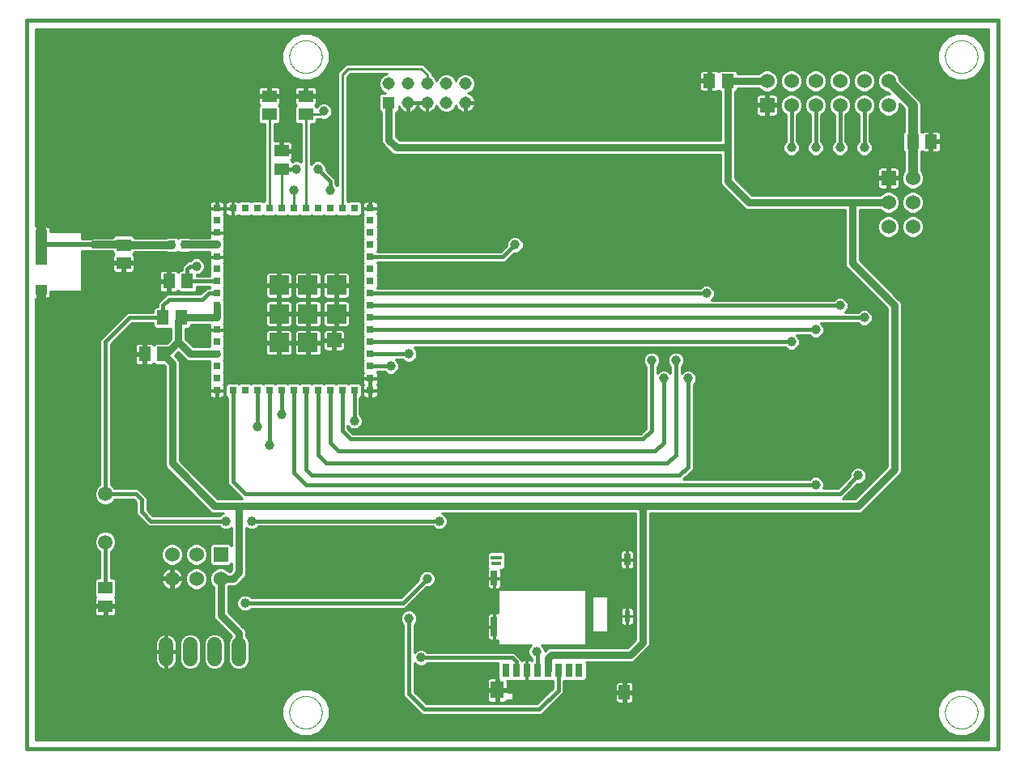
<source format=gtl>
G75*
%MOIN*%
%OFA0B0*%
%FSLAX25Y25*%
%IPPOS*%
%LPD*%
%AMOC8*
5,1,8,0,0,1.08239X$1,22.5*
%
%ADD10C,0.00000*%
%ADD11C,0.01600*%
%ADD12C,0.01500*%
%ADD13R,0.05118X0.05906*%
%ADD14R,0.05906X0.05118*%
%ADD15R,0.02756X0.03543*%
%ADD16R,0.03150X0.03150*%
%ADD17R,0.07874X0.07874*%
%ADD18R,0.05906X0.05906*%
%ADD19R,0.04724X0.12992*%
%ADD20R,0.18898X0.01969*%
%ADD21R,0.04724X0.03937*%
%ADD22R,0.04724X0.01181*%
%ADD23R,0.01969X0.01969*%
%ADD24C,0.05937*%
%ADD25C,0.05150*%
%ADD26R,0.05150X0.05150*%
%ADD27R,0.06024X0.06024*%
%ADD28C,0.06024*%
%ADD29R,0.03150X0.05512*%
%ADD30R,0.05315X0.07087*%
%ADD31R,0.04567X0.05906*%
%ADD32R,0.02362X0.04528*%
%ADD33R,0.02559X0.05118*%
%ADD34R,0.02559X0.08425*%
%ADD35R,0.02559X0.06299*%
%ADD36R,0.04331X0.01772*%
%ADD37R,0.04528X0.01772*%
%ADD38C,0.05937*%
%ADD39C,0.03000*%
%ADD40C,0.01000*%
%ADD41C,0.04000*%
%ADD42C,0.03962*%
%ADD43C,0.03400*%
D10*
X0110800Y0016800D02*
X0110802Y0016964D01*
X0110808Y0017129D01*
X0110818Y0017293D01*
X0110832Y0017457D01*
X0110850Y0017620D01*
X0110873Y0017783D01*
X0110899Y0017945D01*
X0110929Y0018107D01*
X0110963Y0018268D01*
X0111001Y0018428D01*
X0111043Y0018587D01*
X0111088Y0018745D01*
X0111138Y0018902D01*
X0111192Y0019057D01*
X0111249Y0019211D01*
X0111310Y0019364D01*
X0111375Y0019515D01*
X0111443Y0019665D01*
X0111515Y0019812D01*
X0111591Y0019958D01*
X0111670Y0020102D01*
X0111753Y0020244D01*
X0111839Y0020384D01*
X0111929Y0020522D01*
X0112022Y0020658D01*
X0112119Y0020791D01*
X0112218Y0020922D01*
X0112321Y0021050D01*
X0112427Y0021176D01*
X0112536Y0021299D01*
X0112648Y0021420D01*
X0112762Y0021538D01*
X0112880Y0021652D01*
X0113001Y0021764D01*
X0113124Y0021873D01*
X0113250Y0021979D01*
X0113378Y0022082D01*
X0113509Y0022181D01*
X0113642Y0022278D01*
X0113778Y0022371D01*
X0113916Y0022461D01*
X0114056Y0022547D01*
X0114198Y0022630D01*
X0114342Y0022709D01*
X0114488Y0022785D01*
X0114635Y0022857D01*
X0114785Y0022925D01*
X0114936Y0022990D01*
X0115089Y0023051D01*
X0115243Y0023108D01*
X0115398Y0023162D01*
X0115555Y0023212D01*
X0115713Y0023257D01*
X0115872Y0023299D01*
X0116032Y0023337D01*
X0116193Y0023371D01*
X0116355Y0023401D01*
X0116517Y0023427D01*
X0116680Y0023450D01*
X0116843Y0023468D01*
X0117007Y0023482D01*
X0117171Y0023492D01*
X0117336Y0023498D01*
X0117500Y0023500D01*
X0117664Y0023498D01*
X0117829Y0023492D01*
X0117993Y0023482D01*
X0118157Y0023468D01*
X0118320Y0023450D01*
X0118483Y0023427D01*
X0118645Y0023401D01*
X0118807Y0023371D01*
X0118968Y0023337D01*
X0119128Y0023299D01*
X0119287Y0023257D01*
X0119445Y0023212D01*
X0119602Y0023162D01*
X0119757Y0023108D01*
X0119911Y0023051D01*
X0120064Y0022990D01*
X0120215Y0022925D01*
X0120365Y0022857D01*
X0120512Y0022785D01*
X0120658Y0022709D01*
X0120802Y0022630D01*
X0120944Y0022547D01*
X0121084Y0022461D01*
X0121222Y0022371D01*
X0121358Y0022278D01*
X0121491Y0022181D01*
X0121622Y0022082D01*
X0121750Y0021979D01*
X0121876Y0021873D01*
X0121999Y0021764D01*
X0122120Y0021652D01*
X0122238Y0021538D01*
X0122352Y0021420D01*
X0122464Y0021299D01*
X0122573Y0021176D01*
X0122679Y0021050D01*
X0122782Y0020922D01*
X0122881Y0020791D01*
X0122978Y0020658D01*
X0123071Y0020522D01*
X0123161Y0020384D01*
X0123247Y0020244D01*
X0123330Y0020102D01*
X0123409Y0019958D01*
X0123485Y0019812D01*
X0123557Y0019665D01*
X0123625Y0019515D01*
X0123690Y0019364D01*
X0123751Y0019211D01*
X0123808Y0019057D01*
X0123862Y0018902D01*
X0123912Y0018745D01*
X0123957Y0018587D01*
X0123999Y0018428D01*
X0124037Y0018268D01*
X0124071Y0018107D01*
X0124101Y0017945D01*
X0124127Y0017783D01*
X0124150Y0017620D01*
X0124168Y0017457D01*
X0124182Y0017293D01*
X0124192Y0017129D01*
X0124198Y0016964D01*
X0124200Y0016800D01*
X0124198Y0016636D01*
X0124192Y0016471D01*
X0124182Y0016307D01*
X0124168Y0016143D01*
X0124150Y0015980D01*
X0124127Y0015817D01*
X0124101Y0015655D01*
X0124071Y0015493D01*
X0124037Y0015332D01*
X0123999Y0015172D01*
X0123957Y0015013D01*
X0123912Y0014855D01*
X0123862Y0014698D01*
X0123808Y0014543D01*
X0123751Y0014389D01*
X0123690Y0014236D01*
X0123625Y0014085D01*
X0123557Y0013935D01*
X0123485Y0013788D01*
X0123409Y0013642D01*
X0123330Y0013498D01*
X0123247Y0013356D01*
X0123161Y0013216D01*
X0123071Y0013078D01*
X0122978Y0012942D01*
X0122881Y0012809D01*
X0122782Y0012678D01*
X0122679Y0012550D01*
X0122573Y0012424D01*
X0122464Y0012301D01*
X0122352Y0012180D01*
X0122238Y0012062D01*
X0122120Y0011948D01*
X0121999Y0011836D01*
X0121876Y0011727D01*
X0121750Y0011621D01*
X0121622Y0011518D01*
X0121491Y0011419D01*
X0121358Y0011322D01*
X0121222Y0011229D01*
X0121084Y0011139D01*
X0120944Y0011053D01*
X0120802Y0010970D01*
X0120658Y0010891D01*
X0120512Y0010815D01*
X0120365Y0010743D01*
X0120215Y0010675D01*
X0120064Y0010610D01*
X0119911Y0010549D01*
X0119757Y0010492D01*
X0119602Y0010438D01*
X0119445Y0010388D01*
X0119287Y0010343D01*
X0119128Y0010301D01*
X0118968Y0010263D01*
X0118807Y0010229D01*
X0118645Y0010199D01*
X0118483Y0010173D01*
X0118320Y0010150D01*
X0118157Y0010132D01*
X0117993Y0010118D01*
X0117829Y0010108D01*
X0117664Y0010102D01*
X0117500Y0010100D01*
X0117336Y0010102D01*
X0117171Y0010108D01*
X0117007Y0010118D01*
X0116843Y0010132D01*
X0116680Y0010150D01*
X0116517Y0010173D01*
X0116355Y0010199D01*
X0116193Y0010229D01*
X0116032Y0010263D01*
X0115872Y0010301D01*
X0115713Y0010343D01*
X0115555Y0010388D01*
X0115398Y0010438D01*
X0115243Y0010492D01*
X0115089Y0010549D01*
X0114936Y0010610D01*
X0114785Y0010675D01*
X0114635Y0010743D01*
X0114488Y0010815D01*
X0114342Y0010891D01*
X0114198Y0010970D01*
X0114056Y0011053D01*
X0113916Y0011139D01*
X0113778Y0011229D01*
X0113642Y0011322D01*
X0113509Y0011419D01*
X0113378Y0011518D01*
X0113250Y0011621D01*
X0113124Y0011727D01*
X0113001Y0011836D01*
X0112880Y0011948D01*
X0112762Y0012062D01*
X0112648Y0012180D01*
X0112536Y0012301D01*
X0112427Y0012424D01*
X0112321Y0012550D01*
X0112218Y0012678D01*
X0112119Y0012809D01*
X0112022Y0012942D01*
X0111929Y0013078D01*
X0111839Y0013216D01*
X0111753Y0013356D01*
X0111670Y0013498D01*
X0111591Y0013642D01*
X0111515Y0013788D01*
X0111443Y0013935D01*
X0111375Y0014085D01*
X0111310Y0014236D01*
X0111249Y0014389D01*
X0111192Y0014543D01*
X0111138Y0014698D01*
X0111088Y0014855D01*
X0111043Y0015013D01*
X0111001Y0015172D01*
X0110963Y0015332D01*
X0110929Y0015493D01*
X0110899Y0015655D01*
X0110873Y0015817D01*
X0110850Y0015980D01*
X0110832Y0016143D01*
X0110818Y0016307D01*
X0110808Y0016471D01*
X0110802Y0016636D01*
X0110800Y0016800D01*
X0380800Y0016800D02*
X0380802Y0016964D01*
X0380808Y0017129D01*
X0380818Y0017293D01*
X0380832Y0017457D01*
X0380850Y0017620D01*
X0380873Y0017783D01*
X0380899Y0017945D01*
X0380929Y0018107D01*
X0380963Y0018268D01*
X0381001Y0018428D01*
X0381043Y0018587D01*
X0381088Y0018745D01*
X0381138Y0018902D01*
X0381192Y0019057D01*
X0381249Y0019211D01*
X0381310Y0019364D01*
X0381375Y0019515D01*
X0381443Y0019665D01*
X0381515Y0019812D01*
X0381591Y0019958D01*
X0381670Y0020102D01*
X0381753Y0020244D01*
X0381839Y0020384D01*
X0381929Y0020522D01*
X0382022Y0020658D01*
X0382119Y0020791D01*
X0382218Y0020922D01*
X0382321Y0021050D01*
X0382427Y0021176D01*
X0382536Y0021299D01*
X0382648Y0021420D01*
X0382762Y0021538D01*
X0382880Y0021652D01*
X0383001Y0021764D01*
X0383124Y0021873D01*
X0383250Y0021979D01*
X0383378Y0022082D01*
X0383509Y0022181D01*
X0383642Y0022278D01*
X0383778Y0022371D01*
X0383916Y0022461D01*
X0384056Y0022547D01*
X0384198Y0022630D01*
X0384342Y0022709D01*
X0384488Y0022785D01*
X0384635Y0022857D01*
X0384785Y0022925D01*
X0384936Y0022990D01*
X0385089Y0023051D01*
X0385243Y0023108D01*
X0385398Y0023162D01*
X0385555Y0023212D01*
X0385713Y0023257D01*
X0385872Y0023299D01*
X0386032Y0023337D01*
X0386193Y0023371D01*
X0386355Y0023401D01*
X0386517Y0023427D01*
X0386680Y0023450D01*
X0386843Y0023468D01*
X0387007Y0023482D01*
X0387171Y0023492D01*
X0387336Y0023498D01*
X0387500Y0023500D01*
X0387664Y0023498D01*
X0387829Y0023492D01*
X0387993Y0023482D01*
X0388157Y0023468D01*
X0388320Y0023450D01*
X0388483Y0023427D01*
X0388645Y0023401D01*
X0388807Y0023371D01*
X0388968Y0023337D01*
X0389128Y0023299D01*
X0389287Y0023257D01*
X0389445Y0023212D01*
X0389602Y0023162D01*
X0389757Y0023108D01*
X0389911Y0023051D01*
X0390064Y0022990D01*
X0390215Y0022925D01*
X0390365Y0022857D01*
X0390512Y0022785D01*
X0390658Y0022709D01*
X0390802Y0022630D01*
X0390944Y0022547D01*
X0391084Y0022461D01*
X0391222Y0022371D01*
X0391358Y0022278D01*
X0391491Y0022181D01*
X0391622Y0022082D01*
X0391750Y0021979D01*
X0391876Y0021873D01*
X0391999Y0021764D01*
X0392120Y0021652D01*
X0392238Y0021538D01*
X0392352Y0021420D01*
X0392464Y0021299D01*
X0392573Y0021176D01*
X0392679Y0021050D01*
X0392782Y0020922D01*
X0392881Y0020791D01*
X0392978Y0020658D01*
X0393071Y0020522D01*
X0393161Y0020384D01*
X0393247Y0020244D01*
X0393330Y0020102D01*
X0393409Y0019958D01*
X0393485Y0019812D01*
X0393557Y0019665D01*
X0393625Y0019515D01*
X0393690Y0019364D01*
X0393751Y0019211D01*
X0393808Y0019057D01*
X0393862Y0018902D01*
X0393912Y0018745D01*
X0393957Y0018587D01*
X0393999Y0018428D01*
X0394037Y0018268D01*
X0394071Y0018107D01*
X0394101Y0017945D01*
X0394127Y0017783D01*
X0394150Y0017620D01*
X0394168Y0017457D01*
X0394182Y0017293D01*
X0394192Y0017129D01*
X0394198Y0016964D01*
X0394200Y0016800D01*
X0394198Y0016636D01*
X0394192Y0016471D01*
X0394182Y0016307D01*
X0394168Y0016143D01*
X0394150Y0015980D01*
X0394127Y0015817D01*
X0394101Y0015655D01*
X0394071Y0015493D01*
X0394037Y0015332D01*
X0393999Y0015172D01*
X0393957Y0015013D01*
X0393912Y0014855D01*
X0393862Y0014698D01*
X0393808Y0014543D01*
X0393751Y0014389D01*
X0393690Y0014236D01*
X0393625Y0014085D01*
X0393557Y0013935D01*
X0393485Y0013788D01*
X0393409Y0013642D01*
X0393330Y0013498D01*
X0393247Y0013356D01*
X0393161Y0013216D01*
X0393071Y0013078D01*
X0392978Y0012942D01*
X0392881Y0012809D01*
X0392782Y0012678D01*
X0392679Y0012550D01*
X0392573Y0012424D01*
X0392464Y0012301D01*
X0392352Y0012180D01*
X0392238Y0012062D01*
X0392120Y0011948D01*
X0391999Y0011836D01*
X0391876Y0011727D01*
X0391750Y0011621D01*
X0391622Y0011518D01*
X0391491Y0011419D01*
X0391358Y0011322D01*
X0391222Y0011229D01*
X0391084Y0011139D01*
X0390944Y0011053D01*
X0390802Y0010970D01*
X0390658Y0010891D01*
X0390512Y0010815D01*
X0390365Y0010743D01*
X0390215Y0010675D01*
X0390064Y0010610D01*
X0389911Y0010549D01*
X0389757Y0010492D01*
X0389602Y0010438D01*
X0389445Y0010388D01*
X0389287Y0010343D01*
X0389128Y0010301D01*
X0388968Y0010263D01*
X0388807Y0010229D01*
X0388645Y0010199D01*
X0388483Y0010173D01*
X0388320Y0010150D01*
X0388157Y0010132D01*
X0387993Y0010118D01*
X0387829Y0010108D01*
X0387664Y0010102D01*
X0387500Y0010100D01*
X0387336Y0010102D01*
X0387171Y0010108D01*
X0387007Y0010118D01*
X0386843Y0010132D01*
X0386680Y0010150D01*
X0386517Y0010173D01*
X0386355Y0010199D01*
X0386193Y0010229D01*
X0386032Y0010263D01*
X0385872Y0010301D01*
X0385713Y0010343D01*
X0385555Y0010388D01*
X0385398Y0010438D01*
X0385243Y0010492D01*
X0385089Y0010549D01*
X0384936Y0010610D01*
X0384785Y0010675D01*
X0384635Y0010743D01*
X0384488Y0010815D01*
X0384342Y0010891D01*
X0384198Y0010970D01*
X0384056Y0011053D01*
X0383916Y0011139D01*
X0383778Y0011229D01*
X0383642Y0011322D01*
X0383509Y0011419D01*
X0383378Y0011518D01*
X0383250Y0011621D01*
X0383124Y0011727D01*
X0383001Y0011836D01*
X0382880Y0011948D01*
X0382762Y0012062D01*
X0382648Y0012180D01*
X0382536Y0012301D01*
X0382427Y0012424D01*
X0382321Y0012550D01*
X0382218Y0012678D01*
X0382119Y0012809D01*
X0382022Y0012942D01*
X0381929Y0013078D01*
X0381839Y0013216D01*
X0381753Y0013356D01*
X0381670Y0013498D01*
X0381591Y0013642D01*
X0381515Y0013788D01*
X0381443Y0013935D01*
X0381375Y0014085D01*
X0381310Y0014236D01*
X0381249Y0014389D01*
X0381192Y0014543D01*
X0381138Y0014698D01*
X0381088Y0014855D01*
X0381043Y0015013D01*
X0381001Y0015172D01*
X0380963Y0015332D01*
X0380929Y0015493D01*
X0380899Y0015655D01*
X0380873Y0015817D01*
X0380850Y0015980D01*
X0380832Y0016143D01*
X0380818Y0016307D01*
X0380808Y0016471D01*
X0380802Y0016636D01*
X0380800Y0016800D01*
X0380800Y0286800D02*
X0380802Y0286964D01*
X0380808Y0287129D01*
X0380818Y0287293D01*
X0380832Y0287457D01*
X0380850Y0287620D01*
X0380873Y0287783D01*
X0380899Y0287945D01*
X0380929Y0288107D01*
X0380963Y0288268D01*
X0381001Y0288428D01*
X0381043Y0288587D01*
X0381088Y0288745D01*
X0381138Y0288902D01*
X0381192Y0289057D01*
X0381249Y0289211D01*
X0381310Y0289364D01*
X0381375Y0289515D01*
X0381443Y0289665D01*
X0381515Y0289812D01*
X0381591Y0289958D01*
X0381670Y0290102D01*
X0381753Y0290244D01*
X0381839Y0290384D01*
X0381929Y0290522D01*
X0382022Y0290658D01*
X0382119Y0290791D01*
X0382218Y0290922D01*
X0382321Y0291050D01*
X0382427Y0291176D01*
X0382536Y0291299D01*
X0382648Y0291420D01*
X0382762Y0291538D01*
X0382880Y0291652D01*
X0383001Y0291764D01*
X0383124Y0291873D01*
X0383250Y0291979D01*
X0383378Y0292082D01*
X0383509Y0292181D01*
X0383642Y0292278D01*
X0383778Y0292371D01*
X0383916Y0292461D01*
X0384056Y0292547D01*
X0384198Y0292630D01*
X0384342Y0292709D01*
X0384488Y0292785D01*
X0384635Y0292857D01*
X0384785Y0292925D01*
X0384936Y0292990D01*
X0385089Y0293051D01*
X0385243Y0293108D01*
X0385398Y0293162D01*
X0385555Y0293212D01*
X0385713Y0293257D01*
X0385872Y0293299D01*
X0386032Y0293337D01*
X0386193Y0293371D01*
X0386355Y0293401D01*
X0386517Y0293427D01*
X0386680Y0293450D01*
X0386843Y0293468D01*
X0387007Y0293482D01*
X0387171Y0293492D01*
X0387336Y0293498D01*
X0387500Y0293500D01*
X0387664Y0293498D01*
X0387829Y0293492D01*
X0387993Y0293482D01*
X0388157Y0293468D01*
X0388320Y0293450D01*
X0388483Y0293427D01*
X0388645Y0293401D01*
X0388807Y0293371D01*
X0388968Y0293337D01*
X0389128Y0293299D01*
X0389287Y0293257D01*
X0389445Y0293212D01*
X0389602Y0293162D01*
X0389757Y0293108D01*
X0389911Y0293051D01*
X0390064Y0292990D01*
X0390215Y0292925D01*
X0390365Y0292857D01*
X0390512Y0292785D01*
X0390658Y0292709D01*
X0390802Y0292630D01*
X0390944Y0292547D01*
X0391084Y0292461D01*
X0391222Y0292371D01*
X0391358Y0292278D01*
X0391491Y0292181D01*
X0391622Y0292082D01*
X0391750Y0291979D01*
X0391876Y0291873D01*
X0391999Y0291764D01*
X0392120Y0291652D01*
X0392238Y0291538D01*
X0392352Y0291420D01*
X0392464Y0291299D01*
X0392573Y0291176D01*
X0392679Y0291050D01*
X0392782Y0290922D01*
X0392881Y0290791D01*
X0392978Y0290658D01*
X0393071Y0290522D01*
X0393161Y0290384D01*
X0393247Y0290244D01*
X0393330Y0290102D01*
X0393409Y0289958D01*
X0393485Y0289812D01*
X0393557Y0289665D01*
X0393625Y0289515D01*
X0393690Y0289364D01*
X0393751Y0289211D01*
X0393808Y0289057D01*
X0393862Y0288902D01*
X0393912Y0288745D01*
X0393957Y0288587D01*
X0393999Y0288428D01*
X0394037Y0288268D01*
X0394071Y0288107D01*
X0394101Y0287945D01*
X0394127Y0287783D01*
X0394150Y0287620D01*
X0394168Y0287457D01*
X0394182Y0287293D01*
X0394192Y0287129D01*
X0394198Y0286964D01*
X0394200Y0286800D01*
X0394198Y0286636D01*
X0394192Y0286471D01*
X0394182Y0286307D01*
X0394168Y0286143D01*
X0394150Y0285980D01*
X0394127Y0285817D01*
X0394101Y0285655D01*
X0394071Y0285493D01*
X0394037Y0285332D01*
X0393999Y0285172D01*
X0393957Y0285013D01*
X0393912Y0284855D01*
X0393862Y0284698D01*
X0393808Y0284543D01*
X0393751Y0284389D01*
X0393690Y0284236D01*
X0393625Y0284085D01*
X0393557Y0283935D01*
X0393485Y0283788D01*
X0393409Y0283642D01*
X0393330Y0283498D01*
X0393247Y0283356D01*
X0393161Y0283216D01*
X0393071Y0283078D01*
X0392978Y0282942D01*
X0392881Y0282809D01*
X0392782Y0282678D01*
X0392679Y0282550D01*
X0392573Y0282424D01*
X0392464Y0282301D01*
X0392352Y0282180D01*
X0392238Y0282062D01*
X0392120Y0281948D01*
X0391999Y0281836D01*
X0391876Y0281727D01*
X0391750Y0281621D01*
X0391622Y0281518D01*
X0391491Y0281419D01*
X0391358Y0281322D01*
X0391222Y0281229D01*
X0391084Y0281139D01*
X0390944Y0281053D01*
X0390802Y0280970D01*
X0390658Y0280891D01*
X0390512Y0280815D01*
X0390365Y0280743D01*
X0390215Y0280675D01*
X0390064Y0280610D01*
X0389911Y0280549D01*
X0389757Y0280492D01*
X0389602Y0280438D01*
X0389445Y0280388D01*
X0389287Y0280343D01*
X0389128Y0280301D01*
X0388968Y0280263D01*
X0388807Y0280229D01*
X0388645Y0280199D01*
X0388483Y0280173D01*
X0388320Y0280150D01*
X0388157Y0280132D01*
X0387993Y0280118D01*
X0387829Y0280108D01*
X0387664Y0280102D01*
X0387500Y0280100D01*
X0387336Y0280102D01*
X0387171Y0280108D01*
X0387007Y0280118D01*
X0386843Y0280132D01*
X0386680Y0280150D01*
X0386517Y0280173D01*
X0386355Y0280199D01*
X0386193Y0280229D01*
X0386032Y0280263D01*
X0385872Y0280301D01*
X0385713Y0280343D01*
X0385555Y0280388D01*
X0385398Y0280438D01*
X0385243Y0280492D01*
X0385089Y0280549D01*
X0384936Y0280610D01*
X0384785Y0280675D01*
X0384635Y0280743D01*
X0384488Y0280815D01*
X0384342Y0280891D01*
X0384198Y0280970D01*
X0384056Y0281053D01*
X0383916Y0281139D01*
X0383778Y0281229D01*
X0383642Y0281322D01*
X0383509Y0281419D01*
X0383378Y0281518D01*
X0383250Y0281621D01*
X0383124Y0281727D01*
X0383001Y0281836D01*
X0382880Y0281948D01*
X0382762Y0282062D01*
X0382648Y0282180D01*
X0382536Y0282301D01*
X0382427Y0282424D01*
X0382321Y0282550D01*
X0382218Y0282678D01*
X0382119Y0282809D01*
X0382022Y0282942D01*
X0381929Y0283078D01*
X0381839Y0283216D01*
X0381753Y0283356D01*
X0381670Y0283498D01*
X0381591Y0283642D01*
X0381515Y0283788D01*
X0381443Y0283935D01*
X0381375Y0284085D01*
X0381310Y0284236D01*
X0381249Y0284389D01*
X0381192Y0284543D01*
X0381138Y0284698D01*
X0381088Y0284855D01*
X0381043Y0285013D01*
X0381001Y0285172D01*
X0380963Y0285332D01*
X0380929Y0285493D01*
X0380899Y0285655D01*
X0380873Y0285817D01*
X0380850Y0285980D01*
X0380832Y0286143D01*
X0380818Y0286307D01*
X0380808Y0286471D01*
X0380802Y0286636D01*
X0380800Y0286800D01*
X0110800Y0286800D02*
X0110802Y0286964D01*
X0110808Y0287129D01*
X0110818Y0287293D01*
X0110832Y0287457D01*
X0110850Y0287620D01*
X0110873Y0287783D01*
X0110899Y0287945D01*
X0110929Y0288107D01*
X0110963Y0288268D01*
X0111001Y0288428D01*
X0111043Y0288587D01*
X0111088Y0288745D01*
X0111138Y0288902D01*
X0111192Y0289057D01*
X0111249Y0289211D01*
X0111310Y0289364D01*
X0111375Y0289515D01*
X0111443Y0289665D01*
X0111515Y0289812D01*
X0111591Y0289958D01*
X0111670Y0290102D01*
X0111753Y0290244D01*
X0111839Y0290384D01*
X0111929Y0290522D01*
X0112022Y0290658D01*
X0112119Y0290791D01*
X0112218Y0290922D01*
X0112321Y0291050D01*
X0112427Y0291176D01*
X0112536Y0291299D01*
X0112648Y0291420D01*
X0112762Y0291538D01*
X0112880Y0291652D01*
X0113001Y0291764D01*
X0113124Y0291873D01*
X0113250Y0291979D01*
X0113378Y0292082D01*
X0113509Y0292181D01*
X0113642Y0292278D01*
X0113778Y0292371D01*
X0113916Y0292461D01*
X0114056Y0292547D01*
X0114198Y0292630D01*
X0114342Y0292709D01*
X0114488Y0292785D01*
X0114635Y0292857D01*
X0114785Y0292925D01*
X0114936Y0292990D01*
X0115089Y0293051D01*
X0115243Y0293108D01*
X0115398Y0293162D01*
X0115555Y0293212D01*
X0115713Y0293257D01*
X0115872Y0293299D01*
X0116032Y0293337D01*
X0116193Y0293371D01*
X0116355Y0293401D01*
X0116517Y0293427D01*
X0116680Y0293450D01*
X0116843Y0293468D01*
X0117007Y0293482D01*
X0117171Y0293492D01*
X0117336Y0293498D01*
X0117500Y0293500D01*
X0117664Y0293498D01*
X0117829Y0293492D01*
X0117993Y0293482D01*
X0118157Y0293468D01*
X0118320Y0293450D01*
X0118483Y0293427D01*
X0118645Y0293401D01*
X0118807Y0293371D01*
X0118968Y0293337D01*
X0119128Y0293299D01*
X0119287Y0293257D01*
X0119445Y0293212D01*
X0119602Y0293162D01*
X0119757Y0293108D01*
X0119911Y0293051D01*
X0120064Y0292990D01*
X0120215Y0292925D01*
X0120365Y0292857D01*
X0120512Y0292785D01*
X0120658Y0292709D01*
X0120802Y0292630D01*
X0120944Y0292547D01*
X0121084Y0292461D01*
X0121222Y0292371D01*
X0121358Y0292278D01*
X0121491Y0292181D01*
X0121622Y0292082D01*
X0121750Y0291979D01*
X0121876Y0291873D01*
X0121999Y0291764D01*
X0122120Y0291652D01*
X0122238Y0291538D01*
X0122352Y0291420D01*
X0122464Y0291299D01*
X0122573Y0291176D01*
X0122679Y0291050D01*
X0122782Y0290922D01*
X0122881Y0290791D01*
X0122978Y0290658D01*
X0123071Y0290522D01*
X0123161Y0290384D01*
X0123247Y0290244D01*
X0123330Y0290102D01*
X0123409Y0289958D01*
X0123485Y0289812D01*
X0123557Y0289665D01*
X0123625Y0289515D01*
X0123690Y0289364D01*
X0123751Y0289211D01*
X0123808Y0289057D01*
X0123862Y0288902D01*
X0123912Y0288745D01*
X0123957Y0288587D01*
X0123999Y0288428D01*
X0124037Y0288268D01*
X0124071Y0288107D01*
X0124101Y0287945D01*
X0124127Y0287783D01*
X0124150Y0287620D01*
X0124168Y0287457D01*
X0124182Y0287293D01*
X0124192Y0287129D01*
X0124198Y0286964D01*
X0124200Y0286800D01*
X0124198Y0286636D01*
X0124192Y0286471D01*
X0124182Y0286307D01*
X0124168Y0286143D01*
X0124150Y0285980D01*
X0124127Y0285817D01*
X0124101Y0285655D01*
X0124071Y0285493D01*
X0124037Y0285332D01*
X0123999Y0285172D01*
X0123957Y0285013D01*
X0123912Y0284855D01*
X0123862Y0284698D01*
X0123808Y0284543D01*
X0123751Y0284389D01*
X0123690Y0284236D01*
X0123625Y0284085D01*
X0123557Y0283935D01*
X0123485Y0283788D01*
X0123409Y0283642D01*
X0123330Y0283498D01*
X0123247Y0283356D01*
X0123161Y0283216D01*
X0123071Y0283078D01*
X0122978Y0282942D01*
X0122881Y0282809D01*
X0122782Y0282678D01*
X0122679Y0282550D01*
X0122573Y0282424D01*
X0122464Y0282301D01*
X0122352Y0282180D01*
X0122238Y0282062D01*
X0122120Y0281948D01*
X0121999Y0281836D01*
X0121876Y0281727D01*
X0121750Y0281621D01*
X0121622Y0281518D01*
X0121491Y0281419D01*
X0121358Y0281322D01*
X0121222Y0281229D01*
X0121084Y0281139D01*
X0120944Y0281053D01*
X0120802Y0280970D01*
X0120658Y0280891D01*
X0120512Y0280815D01*
X0120365Y0280743D01*
X0120215Y0280675D01*
X0120064Y0280610D01*
X0119911Y0280549D01*
X0119757Y0280492D01*
X0119602Y0280438D01*
X0119445Y0280388D01*
X0119287Y0280343D01*
X0119128Y0280301D01*
X0118968Y0280263D01*
X0118807Y0280229D01*
X0118645Y0280199D01*
X0118483Y0280173D01*
X0118320Y0280150D01*
X0118157Y0280132D01*
X0117993Y0280118D01*
X0117829Y0280108D01*
X0117664Y0280102D01*
X0117500Y0280100D01*
X0117336Y0280102D01*
X0117171Y0280108D01*
X0117007Y0280118D01*
X0116843Y0280132D01*
X0116680Y0280150D01*
X0116517Y0280173D01*
X0116355Y0280199D01*
X0116193Y0280229D01*
X0116032Y0280263D01*
X0115872Y0280301D01*
X0115713Y0280343D01*
X0115555Y0280388D01*
X0115398Y0280438D01*
X0115243Y0280492D01*
X0115089Y0280549D01*
X0114936Y0280610D01*
X0114785Y0280675D01*
X0114635Y0280743D01*
X0114488Y0280815D01*
X0114342Y0280891D01*
X0114198Y0280970D01*
X0114056Y0281053D01*
X0113916Y0281139D01*
X0113778Y0281229D01*
X0113642Y0281322D01*
X0113509Y0281419D01*
X0113378Y0281518D01*
X0113250Y0281621D01*
X0113124Y0281727D01*
X0113001Y0281836D01*
X0112880Y0281948D01*
X0112762Y0282062D01*
X0112648Y0282180D01*
X0112536Y0282301D01*
X0112427Y0282424D01*
X0112321Y0282550D01*
X0112218Y0282678D01*
X0112119Y0282809D01*
X0112022Y0282942D01*
X0111929Y0283078D01*
X0111839Y0283216D01*
X0111753Y0283356D01*
X0111670Y0283498D01*
X0111591Y0283642D01*
X0111515Y0283788D01*
X0111443Y0283935D01*
X0111375Y0284085D01*
X0111310Y0284236D01*
X0111249Y0284389D01*
X0111192Y0284543D01*
X0111138Y0284698D01*
X0111088Y0284855D01*
X0111043Y0285013D01*
X0111001Y0285172D01*
X0110963Y0285332D01*
X0110929Y0285493D01*
X0110899Y0285655D01*
X0110873Y0285817D01*
X0110850Y0285980D01*
X0110832Y0286143D01*
X0110818Y0286307D01*
X0110808Y0286471D01*
X0110802Y0286636D01*
X0110800Y0286800D01*
D11*
X0002500Y0001800D02*
X0402500Y0001800D01*
D12*
X0002500Y0001800D02*
X0002500Y0301800D01*
X0402500Y0301800D01*
X0402500Y0001800D01*
X0337500Y0106800D02*
X0092500Y0106800D01*
X0087500Y0111800D01*
X0087500Y0149300D01*
X0097500Y0149300D02*
X0097500Y0134300D01*
X0107500Y0139300D02*
X0107500Y0149300D01*
X0102500Y0149300D02*
X0102500Y0126800D01*
X0112500Y0115550D02*
X0117500Y0110550D01*
X0327500Y0110550D01*
X0337500Y0106800D02*
X0345000Y0114300D01*
X0275000Y0117836D02*
X0271464Y0114300D01*
X0120000Y0114300D01*
X0117500Y0116800D01*
X0117500Y0149300D01*
X0122500Y0149300D02*
X0122500Y0122836D01*
X0126036Y0119300D01*
X0266464Y0119300D01*
X0270000Y0122836D01*
X0270000Y0161800D01*
X0260000Y0161800D02*
X0260000Y0132836D01*
X0256464Y0129300D01*
X0136036Y0129300D01*
X0132500Y0132836D01*
X0132500Y0149300D01*
X0127500Y0149300D02*
X0127500Y0127836D01*
X0131036Y0124300D01*
X0261464Y0124300D01*
X0265000Y0127836D01*
X0265000Y0154300D01*
X0275000Y0154300D02*
X0275000Y0117836D01*
X0317500Y0169300D02*
X0144114Y0169300D01*
X0144094Y0169320D01*
X0144094Y0164320D02*
X0144114Y0164300D01*
X0160000Y0164300D01*
X0152500Y0159300D02*
X0144114Y0159300D01*
X0144094Y0159320D01*
X0137500Y0149300D02*
X0137500Y0136800D01*
X0112500Y0149300D02*
X0112500Y0115550D01*
X0095250Y0095550D02*
X0172500Y0095550D01*
X0167500Y0071800D02*
X0157500Y0061800D01*
X0092500Y0061800D01*
X0084750Y0095550D02*
X0053750Y0095550D01*
X0050000Y0099300D01*
X0050000Y0104300D01*
X0047500Y0106800D01*
X0035157Y0106800D01*
X0035000Y0106643D01*
X0035000Y0169300D01*
X0045000Y0179300D01*
X0058760Y0179300D01*
X0058760Y0184310D01*
X0061250Y0186800D01*
X0075000Y0186800D01*
X0077500Y0189300D01*
X0080925Y0189300D01*
X0080925Y0194300D02*
X0068740Y0194300D01*
X0068750Y0194310D01*
X0068750Y0199300D01*
X0070000Y0200550D01*
X0072500Y0200550D01*
X0107510Y0240550D02*
X0107500Y0240560D01*
X0107510Y0240550D02*
X0113750Y0240550D01*
X0122500Y0240550D02*
X0127500Y0235550D01*
X0127500Y0231800D01*
X0144094Y0204320D02*
X0198770Y0204320D01*
X0203750Y0209300D01*
X0144114Y0189300D02*
X0144094Y0189320D01*
X0144114Y0189300D02*
X0282500Y0189300D01*
X0327500Y0174300D02*
X0144114Y0174300D01*
X0144094Y0174320D01*
X0144114Y0179300D02*
X0144094Y0179320D01*
X0144114Y0179300D02*
X0347500Y0179300D01*
X0337500Y0184300D02*
X0144114Y0184300D01*
X0144094Y0184320D01*
X0035000Y0086957D02*
X0035000Y0068040D01*
X0160000Y0055550D02*
X0160000Y0024300D01*
X0166250Y0018050D01*
X0213750Y0018050D01*
X0221496Y0025796D01*
X0221496Y0034044D01*
X0212835Y0034044D02*
X0212835Y0041465D01*
X0212500Y0041800D01*
X0204173Y0037627D02*
X0204173Y0034044D01*
X0204173Y0037627D02*
X0202500Y0039300D01*
X0165000Y0039300D01*
X0317500Y0249300D02*
X0317500Y0266800D01*
X0327500Y0266800D02*
X0327500Y0249300D01*
X0337500Y0249300D02*
X0337500Y0266800D01*
X0347500Y0266800D02*
X0347500Y0249300D01*
D13*
X0367510Y0251800D03*
X0374990Y0251800D03*
X0291240Y0276800D03*
X0283760Y0276800D03*
X0068740Y0194300D03*
X0061260Y0194300D03*
X0058760Y0179300D03*
X0066240Y0179300D03*
X0058740Y0164300D03*
X0051260Y0164300D03*
D14*
X0042500Y0201810D03*
X0042500Y0209290D03*
X0107500Y0240560D03*
X0107500Y0248040D03*
X0102500Y0263060D03*
X0102500Y0270540D03*
X0117500Y0270540D03*
X0117500Y0263060D03*
X0035000Y0068040D03*
X0035000Y0060560D03*
D15*
X0062441Y0209300D03*
X0067559Y0209300D03*
D16*
X0080925Y0209300D03*
X0080925Y0204300D03*
X0080925Y0199300D03*
X0080925Y0194300D03*
X0080925Y0189300D03*
X0080925Y0184300D03*
X0080925Y0179300D03*
X0080925Y0174300D03*
X0080925Y0169300D03*
X0080925Y0164300D03*
X0080925Y0159300D03*
X0080925Y0154300D03*
X0080925Y0149300D03*
X0087500Y0149300D03*
X0092500Y0149300D03*
X0097500Y0149300D03*
X0102500Y0149300D03*
X0107500Y0149300D03*
X0112500Y0149300D03*
X0117500Y0149300D03*
X0122500Y0149300D03*
X0127500Y0149300D03*
X0132500Y0149300D03*
X0137500Y0149300D03*
X0144094Y0149320D03*
X0144094Y0154320D03*
X0144094Y0159320D03*
X0144094Y0164320D03*
X0144094Y0169320D03*
X0144094Y0174320D03*
X0144094Y0179320D03*
X0144094Y0184320D03*
X0144094Y0189320D03*
X0144094Y0194320D03*
X0144094Y0199320D03*
X0144094Y0204320D03*
X0144094Y0209320D03*
X0144094Y0214320D03*
X0144094Y0219320D03*
X0144094Y0224320D03*
X0137500Y0224300D03*
X0132500Y0224300D03*
X0127500Y0224300D03*
X0122500Y0224300D03*
X0117500Y0224300D03*
X0112500Y0224300D03*
X0107500Y0224300D03*
X0102500Y0224300D03*
X0097500Y0224300D03*
X0092500Y0224300D03*
X0087500Y0224300D03*
X0080925Y0224300D03*
X0080925Y0219300D03*
X0080925Y0214300D03*
D17*
X0106594Y0192706D03*
X0118406Y0192706D03*
X0130217Y0192706D03*
X0130217Y0180894D03*
X0118406Y0180894D03*
X0106594Y0180894D03*
X0106594Y0169083D03*
X0118406Y0169083D03*
D18*
X0129232Y0170068D03*
D19*
X0008543Y0207804D03*
D20*
X0019961Y0209379D03*
D21*
X0008543Y0203276D03*
X0008543Y0190678D03*
D22*
X0008543Y0214891D03*
D23*
X0030394Y0209379D03*
D24*
X0035000Y0106643D03*
X0035000Y0086957D03*
D25*
X0159626Y0267863D03*
X0159626Y0275737D03*
X0167500Y0275737D03*
X0167500Y0267863D03*
X0175374Y0267863D03*
X0175374Y0275737D03*
X0183248Y0275737D03*
X0183248Y0267863D03*
X0151752Y0275737D03*
D26*
X0151752Y0267863D03*
D27*
X0307500Y0266800D03*
X0357500Y0236800D03*
X0082500Y0081800D03*
D28*
X0082500Y0071800D03*
X0072500Y0071800D03*
X0062500Y0071800D03*
X0062500Y0081800D03*
X0072500Y0081800D03*
X0317500Y0266800D03*
X0327500Y0266800D03*
X0337500Y0266800D03*
X0347500Y0266800D03*
X0357500Y0266800D03*
X0357500Y0276800D03*
X0347500Y0276800D03*
X0337500Y0276800D03*
X0327500Y0276800D03*
X0317500Y0276800D03*
X0307500Y0276800D03*
X0367500Y0236800D03*
X0367500Y0226800D03*
X0357500Y0226800D03*
X0357500Y0216800D03*
X0367500Y0216800D03*
D29*
X0230157Y0034044D03*
X0225827Y0034044D03*
X0221496Y0034044D03*
X0217165Y0034044D03*
X0212835Y0034044D03*
X0208504Y0034044D03*
X0204173Y0034044D03*
X0199843Y0034044D03*
D30*
X0196339Y0025973D03*
D31*
X0248701Y0024989D03*
D32*
X0249882Y0056387D03*
D33*
X0249882Y0079713D03*
D34*
X0195059Y0052076D03*
D35*
X0195059Y0072076D03*
D36*
X0195945Y0078001D03*
D37*
X0196043Y0080599D03*
D38*
X0090000Y0044769D02*
X0090000Y0038831D01*
X0080000Y0038831D02*
X0080000Y0044769D01*
X0070000Y0044769D02*
X0070000Y0038831D01*
X0060000Y0038831D02*
X0060000Y0044769D01*
D39*
X0082500Y0056800D02*
X0090000Y0049300D01*
X0090000Y0041800D01*
X0082500Y0056800D02*
X0082500Y0071800D01*
X0087500Y0071800D01*
X0090000Y0074300D01*
X0090000Y0101800D01*
X0080000Y0101800D01*
X0062500Y0119300D01*
X0062500Y0160540D01*
X0058740Y0164300D01*
X0060000Y0164300D01*
X0065000Y0169300D01*
X0070000Y0164300D01*
X0080925Y0164300D01*
X0065000Y0169300D02*
X0065000Y0178060D01*
X0066240Y0179300D01*
X0080925Y0179300D01*
X0080925Y0184300D01*
X0062431Y0209290D02*
X0062441Y0209300D01*
X0042500Y0209290D02*
X0042411Y0209379D01*
X0151752Y0252548D02*
X0155000Y0249300D01*
X0291240Y0249300D01*
X0291240Y0235560D01*
X0300000Y0226800D01*
X0342500Y0226800D01*
X0342500Y0201800D01*
X0360000Y0184300D01*
X0360000Y0116800D01*
X0345000Y0101800D01*
X0255000Y0101800D01*
X0256250Y0100550D01*
X0256250Y0045550D01*
X0251250Y0040550D01*
X0218750Y0040550D01*
X0217165Y0038965D01*
X0217165Y0034044D01*
X0255000Y0101800D02*
X0090000Y0101800D01*
X0151752Y0252548D02*
X0151752Y0267863D01*
X0291240Y0276800D02*
X0291240Y0249300D01*
X0291240Y0276800D02*
X0307500Y0276800D01*
X0342500Y0226800D02*
X0357500Y0226800D01*
D40*
X0361695Y0228462D02*
X0363305Y0228462D01*
X0362988Y0227697D02*
X0362988Y0225903D01*
X0363675Y0224244D01*
X0364944Y0222975D01*
X0366603Y0222288D01*
X0368397Y0222288D01*
X0370056Y0222975D01*
X0371325Y0224244D01*
X0372012Y0225903D01*
X0372012Y0227697D01*
X0371325Y0229356D01*
X0370056Y0230625D01*
X0368397Y0231312D01*
X0366603Y0231312D01*
X0364944Y0230625D01*
X0363675Y0229356D01*
X0362988Y0227697D01*
X0362988Y0227464D02*
X0362012Y0227464D01*
X0362012Y0227697D02*
X0362012Y0225903D01*
X0361325Y0224244D01*
X0360056Y0222975D01*
X0358397Y0222288D01*
X0356603Y0222288D01*
X0354944Y0222975D01*
X0354119Y0223800D01*
X0345500Y0223800D01*
X0345500Y0203043D01*
X0361699Y0186843D01*
X0362543Y0185999D01*
X0363000Y0184897D01*
X0363000Y0116203D01*
X0362543Y0115101D01*
X0347543Y0100101D01*
X0346699Y0099257D01*
X0345597Y0098800D01*
X0259250Y0098800D01*
X0259250Y0044953D01*
X0258793Y0043851D01*
X0257949Y0043007D01*
X0252949Y0038007D01*
X0251847Y0037550D01*
X0233104Y0037550D01*
X0233232Y0037421D01*
X0233232Y0030667D01*
X0232354Y0029788D01*
X0223746Y0029788D01*
X0223746Y0024864D01*
X0216000Y0017118D01*
X0214682Y0015800D01*
X0165318Y0015800D01*
X0164000Y0017118D01*
X0164000Y0017118D01*
X0159068Y0022050D01*
X0159068Y0022050D01*
X0157750Y0023368D01*
X0157750Y0052877D01*
X0157049Y0053578D01*
X0156519Y0054858D01*
X0156519Y0056242D01*
X0157049Y0057522D01*
X0158028Y0058501D01*
X0159308Y0059031D01*
X0160692Y0059031D01*
X0161972Y0058501D01*
X0162951Y0057522D01*
X0163481Y0056242D01*
X0163481Y0054858D01*
X0162951Y0053578D01*
X0162250Y0052877D01*
X0162250Y0041473D01*
X0163028Y0042251D01*
X0164308Y0042781D01*
X0165692Y0042781D01*
X0166972Y0042251D01*
X0167673Y0041550D01*
X0203432Y0041550D01*
X0204750Y0040232D01*
X0206423Y0038559D01*
X0206423Y0038246D01*
X0206446Y0038223D01*
X0206732Y0038300D01*
X0208217Y0038300D01*
X0208217Y0034332D01*
X0208791Y0034332D01*
X0208791Y0038300D01*
X0210276Y0038300D01*
X0210562Y0038223D01*
X0210585Y0038246D01*
X0210585Y0038825D01*
X0210528Y0038849D01*
X0209549Y0039828D01*
X0209019Y0041108D01*
X0209019Y0042492D01*
X0209549Y0043772D01*
X0210305Y0044528D01*
X0196880Y0044528D01*
X0196587Y0044821D01*
X0196587Y0046377D01*
X0196536Y0046363D01*
X0195199Y0046363D01*
X0195199Y0051936D01*
X0194919Y0051936D01*
X0192280Y0051936D01*
X0192280Y0047666D01*
X0192382Y0047284D01*
X0192579Y0046942D01*
X0192859Y0046663D01*
X0193201Y0046465D01*
X0193582Y0046363D01*
X0194919Y0046363D01*
X0194919Y0051936D01*
X0194919Y0052215D01*
X0192280Y0052215D01*
X0192280Y0056486D01*
X0192382Y0056867D01*
X0192579Y0057209D01*
X0192859Y0057488D01*
X0193201Y0057686D01*
X0193582Y0057788D01*
X0194919Y0057788D01*
X0194919Y0052215D01*
X0195199Y0052215D01*
X0195199Y0057788D01*
X0196536Y0057788D01*
X0196587Y0057775D01*
X0196587Y0067007D01*
X0196880Y0067300D01*
X0232727Y0067300D01*
X0233020Y0067007D01*
X0233020Y0044821D01*
X0232727Y0044528D01*
X0214695Y0044528D01*
X0215451Y0043772D01*
X0215981Y0042492D01*
X0215981Y0042024D01*
X0216207Y0042249D01*
X0217051Y0043093D01*
X0218153Y0043550D01*
X0250007Y0043550D01*
X0253250Y0046793D01*
X0253250Y0098800D01*
X0173750Y0098800D01*
X0174472Y0098501D01*
X0175451Y0097522D01*
X0175981Y0096242D01*
X0175981Y0094858D01*
X0175451Y0093578D01*
X0174472Y0092599D01*
X0173192Y0092069D01*
X0171808Y0092069D01*
X0170528Y0092599D01*
X0169827Y0093300D01*
X0097923Y0093300D01*
X0097222Y0092599D01*
X0095942Y0092069D01*
X0094558Y0092069D01*
X0093278Y0092599D01*
X0093000Y0092877D01*
X0093000Y0073703D01*
X0092543Y0072601D01*
X0091699Y0071757D01*
X0091699Y0071757D01*
X0089199Y0069257D01*
X0088097Y0068800D01*
X0085881Y0068800D01*
X0085500Y0068419D01*
X0085500Y0058043D01*
X0091699Y0051843D01*
X0092543Y0050999D01*
X0093000Y0049897D01*
X0093000Y0048088D01*
X0093788Y0047300D01*
X0094468Y0045657D01*
X0094468Y0037943D01*
X0093788Y0036300D01*
X0092531Y0035043D01*
X0090889Y0034363D01*
X0089111Y0034363D01*
X0087469Y0035043D01*
X0086212Y0036300D01*
X0085531Y0037943D01*
X0085531Y0045657D01*
X0086212Y0047300D01*
X0086985Y0048073D01*
X0079957Y0055101D01*
X0079500Y0056203D01*
X0079500Y0068419D01*
X0078675Y0069244D01*
X0077988Y0070903D01*
X0077988Y0072697D01*
X0078675Y0074356D01*
X0079944Y0075625D01*
X0081603Y0076312D01*
X0083397Y0076312D01*
X0085056Y0075625D01*
X0085881Y0074800D01*
X0086257Y0074800D01*
X0087000Y0075543D01*
X0087000Y0078155D01*
X0086133Y0077288D01*
X0078867Y0077288D01*
X0077988Y0078167D01*
X0077988Y0085433D01*
X0078867Y0086312D01*
X0086133Y0086312D01*
X0087000Y0085445D01*
X0087000Y0092877D01*
X0086722Y0092599D01*
X0085442Y0092069D01*
X0084058Y0092069D01*
X0082778Y0092599D01*
X0082077Y0093300D01*
X0052818Y0093300D01*
X0049068Y0097050D01*
X0047750Y0098368D01*
X0047750Y0103368D01*
X0046568Y0104550D01*
X0038970Y0104550D01*
X0038788Y0104111D01*
X0037531Y0102854D01*
X0035889Y0102174D01*
X0034111Y0102174D01*
X0032469Y0102854D01*
X0031212Y0104111D01*
X0030531Y0105754D01*
X0030531Y0107531D01*
X0031212Y0109174D01*
X0032469Y0110431D01*
X0032750Y0110547D01*
X0032750Y0170232D01*
X0042750Y0180232D01*
X0044068Y0181550D01*
X0054701Y0181550D01*
X0054701Y0182874D01*
X0055579Y0183753D01*
X0056510Y0183753D01*
X0056510Y0185242D01*
X0059000Y0187732D01*
X0060318Y0189050D01*
X0074068Y0189050D01*
X0075250Y0190232D01*
X0076568Y0191550D01*
X0077904Y0191550D01*
X0078154Y0191800D01*
X0077904Y0192050D01*
X0072799Y0192050D01*
X0072799Y0190726D01*
X0071921Y0189847D01*
X0065560Y0189847D01*
X0065000Y0190407D01*
X0064740Y0190147D01*
X0064398Y0189949D01*
X0064016Y0189847D01*
X0061760Y0189847D01*
X0061760Y0193800D01*
X0060760Y0193800D01*
X0060760Y0189847D01*
X0058503Y0189847D01*
X0058122Y0189949D01*
X0057780Y0190147D01*
X0057500Y0190426D01*
X0057303Y0190768D01*
X0057201Y0191150D01*
X0057201Y0193800D01*
X0060760Y0193800D01*
X0060760Y0194800D01*
X0060760Y0198753D01*
X0058503Y0198753D01*
X0058122Y0198651D01*
X0057780Y0198453D01*
X0057500Y0198174D01*
X0057303Y0197832D01*
X0057201Y0197450D01*
X0057201Y0194800D01*
X0060760Y0194800D01*
X0061760Y0194800D01*
X0061760Y0198753D01*
X0064016Y0198753D01*
X0064398Y0198651D01*
X0064740Y0198453D01*
X0065000Y0198193D01*
X0065560Y0198753D01*
X0066500Y0198753D01*
X0066500Y0200232D01*
X0067818Y0201550D01*
X0069068Y0202800D01*
X0069827Y0202800D01*
X0070528Y0203501D01*
X0071808Y0204031D01*
X0073192Y0204031D01*
X0074472Y0203501D01*
X0075451Y0202522D01*
X0075981Y0201242D01*
X0075981Y0199858D01*
X0075451Y0198578D01*
X0074472Y0197599D01*
X0073192Y0197069D01*
X0072799Y0197069D01*
X0072799Y0196550D01*
X0077904Y0196550D01*
X0078154Y0196800D01*
X0077850Y0197104D01*
X0077850Y0201496D01*
X0078154Y0201800D01*
X0078150Y0201804D01*
X0077953Y0202146D01*
X0077850Y0202528D01*
X0077850Y0204013D01*
X0080638Y0204013D01*
X0080638Y0204587D01*
X0077850Y0204587D01*
X0077850Y0206072D01*
X0077953Y0206454D01*
X0078037Y0206600D01*
X0070130Y0206600D01*
X0069558Y0206028D01*
X0065560Y0206028D01*
X0065000Y0206588D01*
X0064440Y0206028D01*
X0060442Y0206028D01*
X0059880Y0206590D01*
X0046953Y0206590D01*
X0046953Y0206110D01*
X0046393Y0205550D01*
X0046653Y0205290D01*
X0046851Y0204948D01*
X0046953Y0204566D01*
X0046953Y0202310D01*
X0043000Y0202310D01*
X0043000Y0201310D01*
X0046953Y0201310D01*
X0046953Y0199053D01*
X0046851Y0198672D01*
X0046653Y0198330D01*
X0046374Y0198050D01*
X0046032Y0197853D01*
X0045650Y0197751D01*
X0043000Y0197751D01*
X0043000Y0201310D01*
X0042000Y0201310D01*
X0038047Y0201310D01*
X0038047Y0199053D01*
X0038149Y0198672D01*
X0038347Y0198330D01*
X0038626Y0198050D01*
X0038968Y0197853D01*
X0039350Y0197751D01*
X0042000Y0197751D01*
X0042000Y0201310D01*
X0042000Y0202310D01*
X0038047Y0202310D01*
X0038047Y0204566D01*
X0038149Y0204948D01*
X0038347Y0205290D01*
X0038607Y0205550D01*
X0038047Y0206110D01*
X0038047Y0206679D01*
X0029857Y0206679D01*
X0029336Y0206894D01*
X0025283Y0206894D01*
X0025283Y0190430D01*
X0024933Y0190080D01*
X0012405Y0190080D01*
X0012405Y0188512D01*
X0012303Y0188130D01*
X0012106Y0187788D01*
X0011827Y0187509D01*
X0011484Y0187312D01*
X0011103Y0187209D01*
X0009028Y0187209D01*
X0009028Y0190080D01*
X0008059Y0190080D01*
X0008059Y0187209D01*
X0006250Y0187209D01*
X0006250Y0005600D01*
X0398750Y0005600D01*
X0398750Y0298050D01*
X0006250Y0298050D01*
X0006250Y0216981D01*
X0008543Y0216981D01*
X0008543Y0215800D01*
X0008543Y0215800D01*
X0008543Y0216981D01*
X0011103Y0216981D01*
X0011484Y0216879D01*
X0011827Y0216681D01*
X0012106Y0216402D01*
X0012303Y0216060D01*
X0012405Y0215679D01*
X0012405Y0214898D01*
X0024933Y0214898D01*
X0025283Y0214548D01*
X0025283Y0211863D01*
X0029336Y0211863D01*
X0029857Y0212079D01*
X0038047Y0212079D01*
X0038047Y0212471D01*
X0038926Y0213349D01*
X0046074Y0213349D01*
X0046953Y0212471D01*
X0046953Y0211990D01*
X0059860Y0211990D01*
X0060442Y0212572D01*
X0064440Y0212572D01*
X0065000Y0212012D01*
X0065560Y0212572D01*
X0069558Y0212572D01*
X0070130Y0212000D01*
X0078037Y0212000D01*
X0077953Y0212146D01*
X0077850Y0212528D01*
X0077850Y0214013D01*
X0080638Y0214013D01*
X0080638Y0214587D01*
X0077850Y0214587D01*
X0077850Y0216072D01*
X0077953Y0216454D01*
X0078150Y0216796D01*
X0078154Y0216800D01*
X0077850Y0217104D01*
X0077850Y0221496D01*
X0078154Y0221800D01*
X0078150Y0221804D01*
X0077953Y0222146D01*
X0077850Y0222528D01*
X0077850Y0224013D01*
X0080638Y0224013D01*
X0080638Y0224587D01*
X0077850Y0224587D01*
X0077850Y0226072D01*
X0077953Y0226454D01*
X0078150Y0226796D01*
X0078429Y0227075D01*
X0078771Y0227273D01*
X0079153Y0227375D01*
X0080638Y0227375D01*
X0080638Y0224587D01*
X0081213Y0224587D01*
X0084000Y0224587D01*
X0084000Y0226072D01*
X0083898Y0226454D01*
X0083700Y0226796D01*
X0083421Y0227075D01*
X0083079Y0227273D01*
X0082697Y0227375D01*
X0081213Y0227375D01*
X0081213Y0224587D01*
X0081213Y0224013D01*
X0084000Y0224013D01*
X0084000Y0222528D01*
X0083898Y0222146D01*
X0083700Y0221804D01*
X0083696Y0221800D01*
X0084000Y0221496D01*
X0084000Y0217104D01*
X0083696Y0216800D01*
X0083700Y0216796D01*
X0083898Y0216454D01*
X0084000Y0216072D01*
X0084000Y0214587D01*
X0081213Y0214587D01*
X0081213Y0214013D01*
X0084000Y0214013D01*
X0084000Y0212528D01*
X0083898Y0212146D01*
X0083700Y0211804D01*
X0083696Y0211800D01*
X0084000Y0211496D01*
X0084000Y0207104D01*
X0083696Y0206800D01*
X0083700Y0206796D01*
X0083898Y0206454D01*
X0084000Y0206072D01*
X0084000Y0204587D01*
X0081213Y0204587D01*
X0081213Y0204013D01*
X0084000Y0204013D01*
X0084000Y0202528D01*
X0083898Y0202146D01*
X0083700Y0201804D01*
X0083696Y0201800D01*
X0084000Y0201496D01*
X0084000Y0197104D01*
X0083696Y0196800D01*
X0084000Y0196496D01*
X0084000Y0192104D01*
X0083696Y0191800D01*
X0084000Y0191496D01*
X0084000Y0187104D01*
X0083696Y0186800D01*
X0084000Y0186496D01*
X0084000Y0182104D01*
X0083925Y0182029D01*
X0083925Y0181571D01*
X0084000Y0181496D01*
X0084000Y0177104D01*
X0083696Y0176800D01*
X0083700Y0176796D01*
X0083898Y0176454D01*
X0084000Y0176072D01*
X0084000Y0174587D01*
X0081213Y0174587D01*
X0081213Y0174013D01*
X0084000Y0174013D01*
X0084000Y0172528D01*
X0083898Y0172146D01*
X0083700Y0171804D01*
X0083696Y0171800D01*
X0084000Y0171496D01*
X0084000Y0167104D01*
X0083696Y0166800D01*
X0084000Y0166496D01*
X0084000Y0162104D01*
X0083696Y0161800D01*
X0084000Y0161496D01*
X0084000Y0157104D01*
X0083696Y0156800D01*
X0084000Y0156496D01*
X0084000Y0152104D01*
X0083696Y0151800D01*
X0083700Y0151796D01*
X0083898Y0151454D01*
X0084000Y0151072D01*
X0084000Y0149587D01*
X0081213Y0149587D01*
X0081213Y0149013D01*
X0084000Y0149013D01*
X0084000Y0147528D01*
X0083898Y0147146D01*
X0083700Y0146804D01*
X0083421Y0146525D01*
X0083079Y0146327D01*
X0082697Y0146225D01*
X0081213Y0146225D01*
X0081213Y0149013D01*
X0080638Y0149013D01*
X0077850Y0149013D01*
X0077850Y0147528D01*
X0077953Y0147146D01*
X0078150Y0146804D01*
X0078429Y0146525D01*
X0078771Y0146327D01*
X0079153Y0146225D01*
X0080638Y0146225D01*
X0080638Y0149013D01*
X0080638Y0149587D01*
X0077850Y0149587D01*
X0077850Y0151072D01*
X0077953Y0151454D01*
X0078150Y0151796D01*
X0078154Y0151800D01*
X0077850Y0152104D01*
X0077850Y0156496D01*
X0078154Y0156800D01*
X0077850Y0157104D01*
X0077850Y0161300D01*
X0069403Y0161300D01*
X0068301Y0161757D01*
X0065000Y0165057D01*
X0063613Y0163670D01*
X0065043Y0162240D01*
X0065500Y0161137D01*
X0065500Y0120543D01*
X0081243Y0104800D01*
X0091318Y0104800D01*
X0086568Y0109550D01*
X0085250Y0110868D01*
X0085250Y0146279D01*
X0084425Y0147104D01*
X0084425Y0151496D01*
X0085304Y0152375D01*
X0089696Y0152375D01*
X0090000Y0152071D01*
X0090304Y0152375D01*
X0094696Y0152375D01*
X0095000Y0152071D01*
X0095304Y0152375D01*
X0099696Y0152375D01*
X0100000Y0152071D01*
X0100304Y0152375D01*
X0104696Y0152375D01*
X0105000Y0152071D01*
X0105304Y0152375D01*
X0109696Y0152375D01*
X0110000Y0152071D01*
X0110304Y0152375D01*
X0114696Y0152375D01*
X0115000Y0152071D01*
X0115304Y0152375D01*
X0119696Y0152375D01*
X0120000Y0152071D01*
X0120304Y0152375D01*
X0124696Y0152375D01*
X0125000Y0152071D01*
X0125304Y0152375D01*
X0129696Y0152375D01*
X0130000Y0152071D01*
X0130304Y0152375D01*
X0134696Y0152375D01*
X0135000Y0152071D01*
X0135304Y0152375D01*
X0139696Y0152375D01*
X0140575Y0151496D01*
X0140575Y0147104D01*
X0139750Y0146279D01*
X0139750Y0139473D01*
X0140451Y0138772D01*
X0140981Y0137492D01*
X0140981Y0136108D01*
X0140451Y0134828D01*
X0139472Y0133849D01*
X0138192Y0133319D01*
X0136808Y0133319D01*
X0135528Y0133849D01*
X0134750Y0134627D01*
X0134750Y0133768D01*
X0136968Y0131550D01*
X0255532Y0131550D01*
X0257750Y0133768D01*
X0257750Y0159127D01*
X0257049Y0159828D01*
X0256519Y0161108D01*
X0256519Y0162492D01*
X0257049Y0163772D01*
X0258028Y0164751D01*
X0259308Y0165281D01*
X0260692Y0165281D01*
X0261972Y0164751D01*
X0262951Y0163772D01*
X0263481Y0162492D01*
X0263481Y0161108D01*
X0262951Y0159828D01*
X0262250Y0159127D01*
X0262250Y0156473D01*
X0263028Y0157251D01*
X0264308Y0157781D01*
X0265692Y0157781D01*
X0266972Y0157251D01*
X0267750Y0156473D01*
X0267750Y0159127D01*
X0267049Y0159828D01*
X0266519Y0161108D01*
X0266519Y0162492D01*
X0267049Y0163772D01*
X0268028Y0164751D01*
X0269308Y0165281D01*
X0270692Y0165281D01*
X0271972Y0164751D01*
X0272951Y0163772D01*
X0273481Y0162492D01*
X0273481Y0161108D01*
X0272951Y0159828D01*
X0272250Y0159127D01*
X0272250Y0156473D01*
X0273028Y0157251D01*
X0274308Y0157781D01*
X0275692Y0157781D01*
X0276972Y0157251D01*
X0277951Y0156272D01*
X0278481Y0154992D01*
X0278481Y0153608D01*
X0277951Y0152328D01*
X0277250Y0151627D01*
X0277250Y0116904D01*
X0273714Y0113368D01*
X0273146Y0112800D01*
X0324827Y0112800D01*
X0325528Y0113501D01*
X0326808Y0114031D01*
X0328192Y0114031D01*
X0329472Y0113501D01*
X0330451Y0112522D01*
X0330981Y0111242D01*
X0330981Y0109858D01*
X0330647Y0109050D01*
X0336568Y0109050D01*
X0341519Y0114001D01*
X0341519Y0114992D01*
X0342049Y0116272D01*
X0343028Y0117251D01*
X0344308Y0117781D01*
X0345692Y0117781D01*
X0346972Y0117251D01*
X0347951Y0116272D01*
X0348481Y0114992D01*
X0348481Y0113608D01*
X0347951Y0112328D01*
X0346972Y0111349D01*
X0345692Y0110819D01*
X0344701Y0110819D01*
X0339750Y0105868D01*
X0338682Y0104800D01*
X0343757Y0104800D01*
X0357000Y0118043D01*
X0357000Y0183057D01*
X0339957Y0200101D01*
X0339500Y0201203D01*
X0339500Y0223800D01*
X0299403Y0223800D01*
X0298301Y0224257D01*
X0297457Y0225101D01*
X0288697Y0233860D01*
X0288240Y0234963D01*
X0288240Y0246300D01*
X0154403Y0246300D01*
X0153301Y0246757D01*
X0152457Y0247601D01*
X0149209Y0250849D01*
X0148752Y0251951D01*
X0148752Y0263788D01*
X0148556Y0263788D01*
X0147677Y0264667D01*
X0147677Y0271059D01*
X0148556Y0271938D01*
X0150276Y0271938D01*
X0149444Y0272283D01*
X0148298Y0273429D01*
X0147677Y0274926D01*
X0147677Y0276548D01*
X0148298Y0278045D01*
X0149444Y0279191D01*
X0150913Y0279800D01*
X0135828Y0279800D01*
X0134500Y0278472D01*
X0134500Y0227375D01*
X0134696Y0227375D01*
X0135000Y0227071D01*
X0135304Y0227375D01*
X0139696Y0227375D01*
X0140575Y0226496D01*
X0140575Y0222104D01*
X0139696Y0221225D01*
X0135304Y0221225D01*
X0135000Y0221529D01*
X0134696Y0221225D01*
X0130304Y0221225D01*
X0130000Y0221529D01*
X0129696Y0221225D01*
X0125304Y0221225D01*
X0125000Y0221529D01*
X0124696Y0221225D01*
X0120304Y0221225D01*
X0120000Y0221529D01*
X0119696Y0221225D01*
X0115304Y0221225D01*
X0115000Y0221529D01*
X0114696Y0221225D01*
X0110304Y0221225D01*
X0110000Y0221529D01*
X0109696Y0221225D01*
X0105304Y0221225D01*
X0105000Y0221529D01*
X0104696Y0221225D01*
X0100304Y0221225D01*
X0100000Y0221529D01*
X0099696Y0221225D01*
X0095304Y0221225D01*
X0095000Y0221529D01*
X0094696Y0221225D01*
X0090304Y0221225D01*
X0090000Y0221529D01*
X0089996Y0221525D01*
X0089654Y0221327D01*
X0089272Y0221225D01*
X0087787Y0221225D01*
X0087787Y0224013D01*
X0087213Y0224013D01*
X0087213Y0221225D01*
X0085728Y0221225D01*
X0085346Y0221327D01*
X0085004Y0221525D01*
X0084725Y0221804D01*
X0084527Y0222146D01*
X0084425Y0222528D01*
X0084425Y0224013D01*
X0087213Y0224013D01*
X0087213Y0224587D01*
X0084425Y0224587D01*
X0084425Y0226072D01*
X0084527Y0226454D01*
X0084725Y0226796D01*
X0085004Y0227075D01*
X0085346Y0227273D01*
X0085728Y0227375D01*
X0087213Y0227375D01*
X0087213Y0224587D01*
X0087787Y0224587D01*
X0087787Y0227375D01*
X0089272Y0227375D01*
X0089654Y0227273D01*
X0089996Y0227075D01*
X0090000Y0227071D01*
X0090304Y0227375D01*
X0094696Y0227375D01*
X0095000Y0227071D01*
X0095304Y0227375D01*
X0099696Y0227375D01*
X0100000Y0227071D01*
X0100304Y0227375D01*
X0100500Y0227375D01*
X0100500Y0259001D01*
X0098926Y0259001D01*
X0098047Y0259879D01*
X0098047Y0266240D01*
X0098607Y0266800D01*
X0098347Y0267060D01*
X0098149Y0267402D01*
X0098047Y0267784D01*
X0098047Y0270040D01*
X0102000Y0270040D01*
X0102000Y0271040D01*
X0098047Y0271040D01*
X0098047Y0273297D01*
X0098149Y0273678D01*
X0098347Y0274020D01*
X0098626Y0274299D01*
X0098968Y0274497D01*
X0099350Y0274599D01*
X0102000Y0274599D01*
X0102000Y0271040D01*
X0103000Y0271040D01*
X0106953Y0271040D01*
X0106953Y0273297D01*
X0106851Y0273678D01*
X0106653Y0274020D01*
X0106374Y0274299D01*
X0106032Y0274497D01*
X0105650Y0274599D01*
X0103000Y0274599D01*
X0103000Y0271040D01*
X0103000Y0270040D01*
X0106953Y0270040D01*
X0106953Y0267784D01*
X0106851Y0267402D01*
X0106653Y0267060D01*
X0106393Y0266800D01*
X0106953Y0266240D01*
X0106953Y0259879D01*
X0106074Y0259001D01*
X0104500Y0259001D01*
X0104500Y0252099D01*
X0107000Y0252099D01*
X0107000Y0248540D01*
X0108000Y0248540D01*
X0111953Y0248540D01*
X0111953Y0250797D01*
X0111851Y0251178D01*
X0111653Y0251520D01*
X0111374Y0251799D01*
X0111032Y0251997D01*
X0110650Y0252099D01*
X0108000Y0252099D01*
X0108000Y0248540D01*
X0108000Y0247540D01*
X0111953Y0247540D01*
X0111953Y0245284D01*
X0111851Y0244902D01*
X0111653Y0244560D01*
X0111393Y0244300D01*
X0111953Y0243740D01*
X0111953Y0243573D01*
X0113058Y0244031D01*
X0114442Y0244031D01*
X0115500Y0243593D01*
X0115500Y0259001D01*
X0113926Y0259001D01*
X0113047Y0259879D01*
X0113047Y0266240D01*
X0113607Y0266800D01*
X0113347Y0267060D01*
X0113149Y0267402D01*
X0113047Y0267784D01*
X0113047Y0270040D01*
X0117000Y0270040D01*
X0117000Y0271040D01*
X0113047Y0271040D01*
X0113047Y0273297D01*
X0113149Y0273678D01*
X0113347Y0274020D01*
X0113626Y0274299D01*
X0113968Y0274497D01*
X0114350Y0274599D01*
X0117000Y0274599D01*
X0117000Y0271040D01*
X0118000Y0271040D01*
X0121953Y0271040D01*
X0121953Y0273297D01*
X0121851Y0273678D01*
X0121653Y0274020D01*
X0121374Y0274299D01*
X0121032Y0274497D01*
X0120650Y0274599D01*
X0118000Y0274599D01*
X0118000Y0271040D01*
X0118000Y0270040D01*
X0121953Y0270040D01*
X0121953Y0267784D01*
X0121851Y0267402D01*
X0121653Y0267060D01*
X0121393Y0266800D01*
X0121953Y0266240D01*
X0121953Y0266040D01*
X0122049Y0266272D01*
X0123028Y0267251D01*
X0124308Y0267781D01*
X0125692Y0267781D01*
X0126972Y0267251D01*
X0127951Y0266272D01*
X0128481Y0264992D01*
X0128481Y0263608D01*
X0127951Y0262328D01*
X0126972Y0261349D01*
X0125692Y0260819D01*
X0124308Y0260819D01*
X0123726Y0261060D01*
X0121953Y0261060D01*
X0121953Y0259879D01*
X0121074Y0259001D01*
X0119500Y0259001D01*
X0119500Y0242404D01*
X0119549Y0242522D01*
X0120528Y0243501D01*
X0121808Y0244031D01*
X0123192Y0244031D01*
X0124472Y0243501D01*
X0125451Y0242522D01*
X0125981Y0241242D01*
X0125981Y0240251D01*
X0129750Y0236482D01*
X0129750Y0234473D01*
X0130451Y0233772D01*
X0130500Y0233654D01*
X0130500Y0280128D01*
X0133000Y0282628D01*
X0134172Y0283800D01*
X0165828Y0283800D01*
X0168328Y0281300D01*
X0169500Y0280128D01*
X0169500Y0279319D01*
X0169808Y0279191D01*
X0170954Y0278045D01*
X0171437Y0276880D01*
X0171920Y0278045D01*
X0173066Y0279191D01*
X0174563Y0279812D01*
X0176185Y0279812D01*
X0177682Y0279191D01*
X0178828Y0278045D01*
X0179311Y0276880D01*
X0179794Y0278045D01*
X0180940Y0279191D01*
X0182437Y0279812D01*
X0184059Y0279812D01*
X0185556Y0279191D01*
X0186702Y0278045D01*
X0187323Y0276548D01*
X0187323Y0274926D01*
X0186702Y0273429D01*
X0185556Y0272283D01*
X0184359Y0271787D01*
X0184812Y0271639D01*
X0185384Y0271348D01*
X0185903Y0270971D01*
X0186356Y0270518D01*
X0186733Y0269999D01*
X0187024Y0269427D01*
X0187222Y0268817D01*
X0187323Y0268184D01*
X0187323Y0268150D01*
X0183536Y0268150D01*
X0183536Y0267576D01*
X0187323Y0267576D01*
X0187323Y0267542D01*
X0187222Y0266909D01*
X0187024Y0266299D01*
X0186733Y0265727D01*
X0186356Y0265208D01*
X0185903Y0264755D01*
X0185384Y0264378D01*
X0184812Y0264087D01*
X0184202Y0263889D01*
X0183569Y0263788D01*
X0183535Y0263788D01*
X0183535Y0267576D01*
X0182961Y0267576D01*
X0182961Y0263788D01*
X0182927Y0263788D01*
X0182294Y0263889D01*
X0181684Y0264087D01*
X0181112Y0264378D01*
X0180593Y0264755D01*
X0180140Y0265208D01*
X0179763Y0265727D01*
X0179472Y0266299D01*
X0179324Y0266752D01*
X0178828Y0265555D01*
X0177682Y0264409D01*
X0176185Y0263788D01*
X0174563Y0263788D01*
X0173066Y0264409D01*
X0171920Y0265555D01*
X0171424Y0266752D01*
X0171276Y0266299D01*
X0170985Y0265727D01*
X0170608Y0265208D01*
X0170155Y0264755D01*
X0169636Y0264378D01*
X0169064Y0264087D01*
X0168454Y0263889D01*
X0167821Y0263788D01*
X0167787Y0263788D01*
X0167787Y0267576D01*
X0167213Y0267576D01*
X0167213Y0263788D01*
X0167179Y0263788D01*
X0166546Y0263889D01*
X0165936Y0264087D01*
X0165364Y0264378D01*
X0164845Y0264755D01*
X0164392Y0265208D01*
X0164015Y0265727D01*
X0163724Y0266299D01*
X0163563Y0266794D01*
X0163402Y0266299D01*
X0163111Y0265727D01*
X0162734Y0265208D01*
X0162281Y0264755D01*
X0161762Y0264378D01*
X0161190Y0264087D01*
X0160580Y0263889D01*
X0159947Y0263788D01*
X0159913Y0263788D01*
X0159913Y0267576D01*
X0159339Y0267576D01*
X0159339Y0263788D01*
X0159305Y0263788D01*
X0158672Y0263889D01*
X0158062Y0264087D01*
X0157490Y0264378D01*
X0156971Y0264755D01*
X0156518Y0265208D01*
X0156141Y0265727D01*
X0155850Y0266299D01*
X0155827Y0266369D01*
X0155827Y0264667D01*
X0154948Y0263788D01*
X0154752Y0263788D01*
X0154752Y0253791D01*
X0156243Y0252300D01*
X0288240Y0252300D01*
X0288240Y0272347D01*
X0288060Y0272347D01*
X0287500Y0272907D01*
X0287240Y0272647D01*
X0286898Y0272449D01*
X0286516Y0272347D01*
X0284260Y0272347D01*
X0284260Y0276300D01*
X0283260Y0276300D01*
X0283260Y0272347D01*
X0281003Y0272347D01*
X0280622Y0272449D01*
X0280280Y0272647D01*
X0280000Y0272926D01*
X0279803Y0273268D01*
X0279701Y0273650D01*
X0279701Y0276300D01*
X0283260Y0276300D01*
X0283260Y0277300D01*
X0283260Y0281253D01*
X0281003Y0281253D01*
X0280622Y0281151D01*
X0280280Y0280953D01*
X0280000Y0280674D01*
X0279803Y0280332D01*
X0279701Y0279950D01*
X0279701Y0277300D01*
X0283260Y0277300D01*
X0284260Y0277300D01*
X0284260Y0281253D01*
X0286516Y0281253D01*
X0286898Y0281151D01*
X0287240Y0280953D01*
X0287500Y0280693D01*
X0288060Y0281253D01*
X0294421Y0281253D01*
X0295299Y0280374D01*
X0295299Y0279800D01*
X0304119Y0279800D01*
X0304944Y0280625D01*
X0306603Y0281312D01*
X0308397Y0281312D01*
X0310056Y0280625D01*
X0311325Y0279356D01*
X0312012Y0277697D01*
X0312012Y0275903D01*
X0311325Y0274244D01*
X0310056Y0272975D01*
X0308397Y0272288D01*
X0306603Y0272288D01*
X0304944Y0272975D01*
X0304119Y0273800D01*
X0295299Y0273800D01*
X0295299Y0273226D01*
X0294421Y0272347D01*
X0294240Y0272347D01*
X0294240Y0236802D01*
X0301243Y0229800D01*
X0354119Y0229800D01*
X0354944Y0230625D01*
X0356603Y0231312D01*
X0358397Y0231312D01*
X0360056Y0230625D01*
X0361325Y0229356D01*
X0362012Y0227697D01*
X0362012Y0226465D02*
X0362988Y0226465D01*
X0363169Y0225467D02*
X0361831Y0225467D01*
X0361418Y0224468D02*
X0363582Y0224468D01*
X0364450Y0223470D02*
X0360550Y0223470D01*
X0358839Y0222471D02*
X0366161Y0222471D01*
X0366603Y0221312D02*
X0364944Y0220625D01*
X0363675Y0219356D01*
X0362988Y0217697D01*
X0362988Y0215903D01*
X0363675Y0214244D01*
X0364944Y0212975D01*
X0366603Y0212288D01*
X0368397Y0212288D01*
X0370056Y0212975D01*
X0371325Y0214244D01*
X0372012Y0215903D01*
X0372012Y0217697D01*
X0371325Y0219356D01*
X0370056Y0220625D01*
X0368397Y0221312D01*
X0366603Y0221312D01*
X0364793Y0220474D02*
X0360207Y0220474D01*
X0360056Y0220625D02*
X0358397Y0221312D01*
X0356603Y0221312D01*
X0354944Y0220625D01*
X0353675Y0219356D01*
X0352988Y0217697D01*
X0352988Y0215903D01*
X0353675Y0214244D01*
X0354944Y0212975D01*
X0356603Y0212288D01*
X0358397Y0212288D01*
X0360056Y0212975D01*
X0361325Y0214244D01*
X0362012Y0215903D01*
X0362012Y0217697D01*
X0361325Y0219356D01*
X0360056Y0220625D01*
X0361205Y0219475D02*
X0363795Y0219475D01*
X0363311Y0218477D02*
X0361689Y0218477D01*
X0362012Y0217478D02*
X0362988Y0217478D01*
X0362988Y0216480D02*
X0362012Y0216480D01*
X0361837Y0215481D02*
X0363163Y0215481D01*
X0363576Y0214483D02*
X0361424Y0214483D01*
X0360565Y0213484D02*
X0364435Y0213484D01*
X0366125Y0212486D02*
X0358875Y0212486D01*
X0356125Y0212486D02*
X0345500Y0212486D01*
X0345500Y0213484D02*
X0354435Y0213484D01*
X0353576Y0214483D02*
X0345500Y0214483D01*
X0345500Y0215481D02*
X0353163Y0215481D01*
X0352988Y0216480D02*
X0345500Y0216480D01*
X0345500Y0217478D02*
X0352988Y0217478D01*
X0353311Y0218477D02*
X0345500Y0218477D01*
X0345500Y0219475D02*
X0353795Y0219475D01*
X0354793Y0220474D02*
X0345500Y0220474D01*
X0345500Y0221472D02*
X0398750Y0221472D01*
X0398750Y0220474D02*
X0370207Y0220474D01*
X0371205Y0219475D02*
X0398750Y0219475D01*
X0398750Y0218477D02*
X0371689Y0218477D01*
X0372012Y0217478D02*
X0398750Y0217478D01*
X0398750Y0216480D02*
X0372012Y0216480D01*
X0371837Y0215481D02*
X0398750Y0215481D01*
X0398750Y0214483D02*
X0371424Y0214483D01*
X0370565Y0213484D02*
X0398750Y0213484D01*
X0398750Y0212486D02*
X0368875Y0212486D01*
X0368839Y0222471D02*
X0398750Y0222471D01*
X0398750Y0223470D02*
X0370550Y0223470D01*
X0371418Y0224468D02*
X0398750Y0224468D01*
X0398750Y0225467D02*
X0371831Y0225467D01*
X0372012Y0226465D02*
X0398750Y0226465D01*
X0398750Y0227464D02*
X0372012Y0227464D01*
X0371695Y0228462D02*
X0398750Y0228462D01*
X0398750Y0229461D02*
X0371220Y0229461D01*
X0370222Y0230459D02*
X0398750Y0230459D01*
X0398750Y0231458D02*
X0299585Y0231458D01*
X0298587Y0232456D02*
X0353795Y0232456D01*
X0353909Y0232390D02*
X0354291Y0232288D01*
X0357000Y0232288D01*
X0357000Y0236300D01*
X0358000Y0236300D01*
X0358000Y0237300D01*
X0357000Y0237300D01*
X0357000Y0241312D01*
X0354291Y0241312D01*
X0353909Y0241210D01*
X0353567Y0241012D01*
X0353288Y0240733D01*
X0353090Y0240391D01*
X0352988Y0240009D01*
X0352988Y0237300D01*
X0357000Y0237300D01*
X0357000Y0236300D01*
X0352988Y0236300D01*
X0352988Y0233591D01*
X0353090Y0233209D01*
X0353288Y0232867D01*
X0353567Y0232588D01*
X0353909Y0232390D01*
X0353025Y0233455D02*
X0297588Y0233455D01*
X0296589Y0234453D02*
X0352988Y0234453D01*
X0352988Y0235452D02*
X0295591Y0235452D01*
X0294592Y0236450D02*
X0357000Y0236450D01*
X0357000Y0235452D02*
X0358000Y0235452D01*
X0358000Y0236300D02*
X0358000Y0232288D01*
X0360709Y0232288D01*
X0361091Y0232390D01*
X0361433Y0232588D01*
X0361712Y0232867D01*
X0361910Y0233209D01*
X0362012Y0233591D01*
X0362012Y0236300D01*
X0358000Y0236300D01*
X0358000Y0236450D02*
X0362988Y0236450D01*
X0362988Y0235903D02*
X0363675Y0234244D01*
X0364944Y0232975D01*
X0366603Y0232288D01*
X0368397Y0232288D01*
X0370056Y0232975D01*
X0371325Y0234244D01*
X0372012Y0235903D01*
X0372012Y0237697D01*
X0371325Y0239356D01*
X0371010Y0239671D01*
X0371010Y0247667D01*
X0371250Y0247907D01*
X0371510Y0247647D01*
X0371852Y0247449D01*
X0372234Y0247347D01*
X0374490Y0247347D01*
X0374490Y0251300D01*
X0375490Y0251300D01*
X0375490Y0247347D01*
X0377747Y0247347D01*
X0378128Y0247449D01*
X0378470Y0247647D01*
X0378749Y0247926D01*
X0378947Y0248268D01*
X0379049Y0248650D01*
X0379049Y0251300D01*
X0375490Y0251300D01*
X0375490Y0252300D01*
X0374490Y0252300D01*
X0374490Y0256253D01*
X0372234Y0256253D01*
X0371852Y0256151D01*
X0371510Y0255953D01*
X0371250Y0255693D01*
X0371010Y0255933D01*
X0371010Y0267486D01*
X0370477Y0268773D01*
X0362012Y0277238D01*
X0362012Y0277697D01*
X0361325Y0279356D01*
X0360056Y0280625D01*
X0358397Y0281312D01*
X0356603Y0281312D01*
X0354944Y0280625D01*
X0353675Y0279356D01*
X0352988Y0277697D01*
X0352988Y0275903D01*
X0353675Y0274244D01*
X0354944Y0272975D01*
X0356603Y0272288D01*
X0357062Y0272288D01*
X0358038Y0271312D01*
X0356603Y0271312D01*
X0354944Y0270625D01*
X0353675Y0269356D01*
X0352988Y0267697D01*
X0352988Y0265903D01*
X0353675Y0264244D01*
X0354944Y0262975D01*
X0356603Y0262288D01*
X0358397Y0262288D01*
X0360056Y0262975D01*
X0361325Y0264244D01*
X0362012Y0265903D01*
X0362012Y0267338D01*
X0364010Y0265340D01*
X0364010Y0255933D01*
X0363451Y0255374D01*
X0363451Y0248226D01*
X0364010Y0247667D01*
X0364010Y0239691D01*
X0363675Y0239356D01*
X0362988Y0237697D01*
X0362988Y0235903D01*
X0363175Y0235452D02*
X0362012Y0235452D01*
X0362012Y0234453D02*
X0363589Y0234453D01*
X0364465Y0233455D02*
X0361975Y0233455D01*
X0361205Y0232456D02*
X0366197Y0232456D01*
X0364778Y0230459D02*
X0360222Y0230459D01*
X0361220Y0229461D02*
X0363780Y0229461D01*
X0358000Y0232456D02*
X0357000Y0232456D01*
X0357000Y0233455D02*
X0358000Y0233455D01*
X0358000Y0234453D02*
X0357000Y0234453D01*
X0357000Y0237449D02*
X0358000Y0237449D01*
X0358000Y0237300D02*
X0358000Y0241312D01*
X0360709Y0241312D01*
X0361091Y0241210D01*
X0361433Y0241012D01*
X0361712Y0240733D01*
X0361910Y0240391D01*
X0362012Y0240009D01*
X0362012Y0237300D01*
X0358000Y0237300D01*
X0358000Y0238447D02*
X0357000Y0238447D01*
X0357000Y0239446D02*
X0358000Y0239446D01*
X0358000Y0240444D02*
X0357000Y0240444D01*
X0353121Y0240444D02*
X0294240Y0240444D01*
X0294240Y0239446D02*
X0352988Y0239446D01*
X0352988Y0238447D02*
X0294240Y0238447D01*
X0294240Y0237449D02*
X0352988Y0237449D01*
X0362012Y0237449D02*
X0362988Y0237449D01*
X0363299Y0238447D02*
X0362012Y0238447D01*
X0362012Y0239446D02*
X0363765Y0239446D01*
X0364010Y0240444D02*
X0361879Y0240444D01*
X0364010Y0241443D02*
X0294240Y0241443D01*
X0294240Y0242441D02*
X0364010Y0242441D01*
X0364010Y0243440D02*
X0294240Y0243440D01*
X0294240Y0244438D02*
X0364010Y0244438D01*
X0364010Y0245437D02*
X0294240Y0245437D01*
X0294240Y0246435D02*
X0315442Y0246435D01*
X0315528Y0246349D02*
X0316808Y0245819D01*
X0318192Y0245819D01*
X0319472Y0246349D01*
X0320451Y0247328D01*
X0320981Y0248608D01*
X0320981Y0249992D01*
X0320451Y0251272D01*
X0319750Y0251973D01*
X0319750Y0262848D01*
X0320056Y0262975D01*
X0321325Y0264244D01*
X0322012Y0265903D01*
X0322012Y0267697D01*
X0321325Y0269356D01*
X0320056Y0270625D01*
X0318397Y0271312D01*
X0316603Y0271312D01*
X0314944Y0270625D01*
X0313675Y0269356D01*
X0312988Y0267697D01*
X0312988Y0265903D01*
X0313675Y0264244D01*
X0314944Y0262975D01*
X0315250Y0262848D01*
X0315250Y0251973D01*
X0314549Y0251272D01*
X0314019Y0249992D01*
X0314019Y0248608D01*
X0314549Y0247328D01*
X0315528Y0246349D01*
X0314505Y0247434D02*
X0294240Y0247434D01*
X0294240Y0248432D02*
X0314091Y0248432D01*
X0314019Y0249431D02*
X0294240Y0249431D01*
X0294240Y0250429D02*
X0314200Y0250429D01*
X0314705Y0251428D02*
X0294240Y0251428D01*
X0294240Y0252426D02*
X0315250Y0252426D01*
X0315250Y0253425D02*
X0294240Y0253425D01*
X0294240Y0254423D02*
X0315250Y0254423D01*
X0315250Y0255422D02*
X0294240Y0255422D01*
X0294240Y0256420D02*
X0315250Y0256420D01*
X0315250Y0257419D02*
X0294240Y0257419D01*
X0294240Y0258417D02*
X0315250Y0258417D01*
X0315250Y0259416D02*
X0294240Y0259416D01*
X0294240Y0260414D02*
X0315250Y0260414D01*
X0315250Y0261413D02*
X0294240Y0261413D01*
X0294240Y0262411D02*
X0303873Y0262411D01*
X0303909Y0262390D02*
X0304291Y0262288D01*
X0307000Y0262288D01*
X0307000Y0266300D01*
X0308000Y0266300D01*
X0308000Y0267300D01*
X0312012Y0267300D01*
X0312012Y0270009D01*
X0311910Y0270391D01*
X0311712Y0270733D01*
X0311433Y0271012D01*
X0311091Y0271210D01*
X0310709Y0271312D01*
X0308000Y0271312D01*
X0308000Y0267300D01*
X0307000Y0267300D01*
X0307000Y0271312D01*
X0304291Y0271312D01*
X0303909Y0271210D01*
X0303567Y0271012D01*
X0303288Y0270733D01*
X0303090Y0270391D01*
X0302988Y0270009D01*
X0302988Y0267300D01*
X0307000Y0267300D01*
X0307000Y0266300D01*
X0302988Y0266300D01*
X0302988Y0263591D01*
X0303090Y0263209D01*
X0303288Y0262867D01*
X0303567Y0262588D01*
X0303909Y0262390D01*
X0303037Y0263410D02*
X0294240Y0263410D01*
X0294240Y0264408D02*
X0302988Y0264408D01*
X0302988Y0265407D02*
X0294240Y0265407D01*
X0294240Y0266405D02*
X0307000Y0266405D01*
X0307000Y0265407D02*
X0308000Y0265407D01*
X0308000Y0266300D02*
X0308000Y0262288D01*
X0310709Y0262288D01*
X0311091Y0262390D01*
X0311433Y0262588D01*
X0311712Y0262867D01*
X0311910Y0263209D01*
X0312012Y0263591D01*
X0312012Y0266300D01*
X0308000Y0266300D01*
X0308000Y0266405D02*
X0312988Y0266405D01*
X0312988Y0267404D02*
X0312012Y0267404D01*
X0312012Y0268403D02*
X0313280Y0268403D01*
X0313720Y0269401D02*
X0312012Y0269401D01*
X0311905Y0270400D02*
X0314719Y0270400D01*
X0316341Y0272397D02*
X0308659Y0272397D01*
X0310476Y0273395D02*
X0314524Y0273395D01*
X0314944Y0272975D02*
X0313675Y0274244D01*
X0312988Y0275903D01*
X0312988Y0277697D01*
X0313675Y0279356D01*
X0314944Y0280625D01*
X0316603Y0281312D01*
X0318397Y0281312D01*
X0320056Y0280625D01*
X0321325Y0279356D01*
X0322012Y0277697D01*
X0322012Y0275903D01*
X0321325Y0274244D01*
X0320056Y0272975D01*
X0318397Y0272288D01*
X0316603Y0272288D01*
X0314944Y0272975D01*
X0313613Y0274394D02*
X0311387Y0274394D01*
X0311800Y0275392D02*
X0313200Y0275392D01*
X0312988Y0276391D02*
X0312012Y0276391D01*
X0312012Y0277389D02*
X0312988Y0277389D01*
X0313274Y0278388D02*
X0311726Y0278388D01*
X0311295Y0279386D02*
X0313705Y0279386D01*
X0314704Y0280385D02*
X0310296Y0280385D01*
X0304704Y0280385D02*
X0295289Y0280385D01*
X0295299Y0273395D02*
X0304524Y0273395D01*
X0306341Y0272397D02*
X0294470Y0272397D01*
X0294240Y0271398D02*
X0357952Y0271398D01*
X0356341Y0272397D02*
X0348659Y0272397D01*
X0348397Y0272288D02*
X0350056Y0272975D01*
X0351325Y0274244D01*
X0352012Y0275903D01*
X0352012Y0277697D01*
X0351325Y0279356D01*
X0350056Y0280625D01*
X0348397Y0281312D01*
X0346603Y0281312D01*
X0344944Y0280625D01*
X0343675Y0279356D01*
X0342988Y0277697D01*
X0342988Y0275903D01*
X0343675Y0274244D01*
X0344944Y0272975D01*
X0346603Y0272288D01*
X0348397Y0272288D01*
X0348397Y0271312D02*
X0346603Y0271312D01*
X0344944Y0270625D01*
X0343675Y0269356D01*
X0342988Y0267697D01*
X0342988Y0265903D01*
X0343675Y0264244D01*
X0344944Y0262975D01*
X0345250Y0262848D01*
X0345250Y0251973D01*
X0344549Y0251272D01*
X0344019Y0249992D01*
X0344019Y0248608D01*
X0344549Y0247328D01*
X0345528Y0246349D01*
X0346808Y0245819D01*
X0348192Y0245819D01*
X0349472Y0246349D01*
X0350451Y0247328D01*
X0350981Y0248608D01*
X0350981Y0249992D01*
X0350451Y0251272D01*
X0349750Y0251973D01*
X0349750Y0262848D01*
X0350056Y0262975D01*
X0351325Y0264244D01*
X0352012Y0265903D01*
X0352012Y0267697D01*
X0351325Y0269356D01*
X0350056Y0270625D01*
X0348397Y0271312D01*
X0350281Y0270400D02*
X0354719Y0270400D01*
X0353720Y0269401D02*
X0351280Y0269401D01*
X0351720Y0268403D02*
X0353280Y0268403D01*
X0352988Y0267404D02*
X0352012Y0267404D01*
X0352012Y0266405D02*
X0352988Y0266405D01*
X0353193Y0265407D02*
X0351807Y0265407D01*
X0351393Y0264408D02*
X0353607Y0264408D01*
X0354509Y0263410D02*
X0350491Y0263410D01*
X0349750Y0262411D02*
X0356305Y0262411D01*
X0358695Y0262411D02*
X0364010Y0262411D01*
X0364010Y0261413D02*
X0349750Y0261413D01*
X0349750Y0260414D02*
X0364010Y0260414D01*
X0364010Y0259416D02*
X0349750Y0259416D01*
X0349750Y0258417D02*
X0364010Y0258417D01*
X0364010Y0257419D02*
X0349750Y0257419D01*
X0349750Y0256420D02*
X0364010Y0256420D01*
X0363499Y0255422D02*
X0349750Y0255422D01*
X0349750Y0254423D02*
X0363451Y0254423D01*
X0363451Y0253425D02*
X0349750Y0253425D01*
X0349750Y0252426D02*
X0363451Y0252426D01*
X0363451Y0251428D02*
X0350295Y0251428D01*
X0350800Y0250429D02*
X0363451Y0250429D01*
X0363451Y0249431D02*
X0350981Y0249431D01*
X0350908Y0248432D02*
X0363451Y0248432D01*
X0364010Y0247434D02*
X0350495Y0247434D01*
X0349558Y0246435D02*
X0364010Y0246435D01*
X0371010Y0246435D02*
X0398750Y0246435D01*
X0398750Y0245437D02*
X0371010Y0245437D01*
X0371010Y0244438D02*
X0398750Y0244438D01*
X0398750Y0243440D02*
X0371010Y0243440D01*
X0371010Y0242441D02*
X0398750Y0242441D01*
X0398750Y0241443D02*
X0371010Y0241443D01*
X0371010Y0240444D02*
X0398750Y0240444D01*
X0398750Y0239446D02*
X0371235Y0239446D01*
X0371701Y0238447D02*
X0398750Y0238447D01*
X0398750Y0237449D02*
X0372012Y0237449D01*
X0372012Y0236450D02*
X0398750Y0236450D01*
X0398750Y0235452D02*
X0371825Y0235452D01*
X0371411Y0234453D02*
X0398750Y0234453D01*
X0398750Y0233455D02*
X0370535Y0233455D01*
X0368803Y0232456D02*
X0398750Y0232456D01*
X0398750Y0247434D02*
X0378070Y0247434D01*
X0378991Y0248432D02*
X0398750Y0248432D01*
X0398750Y0249431D02*
X0379049Y0249431D01*
X0379049Y0250429D02*
X0398750Y0250429D01*
X0398750Y0251428D02*
X0375490Y0251428D01*
X0375490Y0252300D02*
X0379049Y0252300D01*
X0379049Y0254950D01*
X0378947Y0255332D01*
X0378749Y0255674D01*
X0378470Y0255953D01*
X0378128Y0256151D01*
X0377747Y0256253D01*
X0375490Y0256253D01*
X0375490Y0252300D01*
X0375490Y0252426D02*
X0374490Y0252426D01*
X0374490Y0253425D02*
X0375490Y0253425D01*
X0375490Y0254423D02*
X0374490Y0254423D01*
X0374490Y0255422D02*
X0375490Y0255422D01*
X0378895Y0255422D02*
X0398750Y0255422D01*
X0398750Y0256420D02*
X0371010Y0256420D01*
X0371010Y0257419D02*
X0398750Y0257419D01*
X0398750Y0258417D02*
X0371010Y0258417D01*
X0371010Y0259416D02*
X0398750Y0259416D01*
X0398750Y0260414D02*
X0371010Y0260414D01*
X0371010Y0261413D02*
X0398750Y0261413D01*
X0398750Y0262411D02*
X0371010Y0262411D01*
X0371010Y0263410D02*
X0398750Y0263410D01*
X0398750Y0264408D02*
X0371010Y0264408D01*
X0371010Y0265407D02*
X0398750Y0265407D01*
X0398750Y0266405D02*
X0371010Y0266405D01*
X0371010Y0267404D02*
X0398750Y0267404D01*
X0398750Y0268403D02*
X0370630Y0268403D01*
X0369849Y0269401D02*
X0398750Y0269401D01*
X0398750Y0270400D02*
X0368850Y0270400D01*
X0367852Y0271398D02*
X0398750Y0271398D01*
X0398750Y0272397D02*
X0366853Y0272397D01*
X0365855Y0273395D02*
X0398750Y0273395D01*
X0398750Y0274394D02*
X0364856Y0274394D01*
X0363858Y0275392D02*
X0398750Y0275392D01*
X0398750Y0276391D02*
X0362859Y0276391D01*
X0362012Y0277389D02*
X0384873Y0277389D01*
X0385571Y0277100D02*
X0389429Y0277100D01*
X0392995Y0278577D01*
X0395723Y0281305D01*
X0397200Y0284871D01*
X0397200Y0288729D01*
X0395723Y0292295D01*
X0392995Y0295023D01*
X0389429Y0296500D01*
X0385571Y0296500D01*
X0382005Y0295023D01*
X0379277Y0292295D01*
X0377800Y0288729D01*
X0377800Y0284871D01*
X0379277Y0281305D01*
X0382005Y0278577D01*
X0385571Y0277100D01*
X0382462Y0278388D02*
X0361726Y0278388D01*
X0361295Y0279386D02*
X0381196Y0279386D01*
X0380197Y0280385D02*
X0360296Y0280385D01*
X0354704Y0280385D02*
X0350296Y0280385D01*
X0351295Y0279386D02*
X0353705Y0279386D01*
X0353274Y0278388D02*
X0351726Y0278388D01*
X0352012Y0277389D02*
X0352988Y0277389D01*
X0352988Y0276391D02*
X0352012Y0276391D01*
X0351800Y0275392D02*
X0353200Y0275392D01*
X0353613Y0274394D02*
X0351387Y0274394D01*
X0350476Y0273395D02*
X0354524Y0273395D01*
X0346341Y0272397D02*
X0338659Y0272397D01*
X0338397Y0272288D02*
X0340056Y0272975D01*
X0341325Y0274244D01*
X0342012Y0275903D01*
X0342012Y0277697D01*
X0341325Y0279356D01*
X0340056Y0280625D01*
X0338397Y0281312D01*
X0336603Y0281312D01*
X0334944Y0280625D01*
X0333675Y0279356D01*
X0332988Y0277697D01*
X0332988Y0275903D01*
X0333675Y0274244D01*
X0334944Y0272975D01*
X0336603Y0272288D01*
X0338397Y0272288D01*
X0338397Y0271312D02*
X0336603Y0271312D01*
X0334944Y0270625D01*
X0333675Y0269356D01*
X0332988Y0267697D01*
X0332988Y0265903D01*
X0333675Y0264244D01*
X0334944Y0262975D01*
X0335250Y0262848D01*
X0335250Y0251973D01*
X0334549Y0251272D01*
X0334019Y0249992D01*
X0334019Y0248608D01*
X0334549Y0247328D01*
X0335528Y0246349D01*
X0336808Y0245819D01*
X0338192Y0245819D01*
X0339472Y0246349D01*
X0340451Y0247328D01*
X0340981Y0248608D01*
X0340981Y0249992D01*
X0340451Y0251272D01*
X0339750Y0251973D01*
X0339750Y0262848D01*
X0340056Y0262975D01*
X0341325Y0264244D01*
X0342012Y0265903D01*
X0342012Y0267697D01*
X0341325Y0269356D01*
X0340056Y0270625D01*
X0338397Y0271312D01*
X0340281Y0270400D02*
X0344719Y0270400D01*
X0343720Y0269401D02*
X0341280Y0269401D01*
X0341720Y0268403D02*
X0343280Y0268403D01*
X0342988Y0267404D02*
X0342012Y0267404D01*
X0342012Y0266405D02*
X0342988Y0266405D01*
X0343193Y0265407D02*
X0341807Y0265407D01*
X0341393Y0264408D02*
X0343607Y0264408D01*
X0344509Y0263410D02*
X0340491Y0263410D01*
X0339750Y0262411D02*
X0345250Y0262411D01*
X0345250Y0261413D02*
X0339750Y0261413D01*
X0339750Y0260414D02*
X0345250Y0260414D01*
X0345250Y0259416D02*
X0339750Y0259416D01*
X0339750Y0258417D02*
X0345250Y0258417D01*
X0345250Y0257419D02*
X0339750Y0257419D01*
X0339750Y0256420D02*
X0345250Y0256420D01*
X0345250Y0255422D02*
X0339750Y0255422D01*
X0339750Y0254423D02*
X0345250Y0254423D01*
X0345250Y0253425D02*
X0339750Y0253425D01*
X0339750Y0252426D02*
X0345250Y0252426D01*
X0344705Y0251428D02*
X0340295Y0251428D01*
X0340800Y0250429D02*
X0344200Y0250429D01*
X0344019Y0249431D02*
X0340981Y0249431D01*
X0340908Y0248432D02*
X0344091Y0248432D01*
X0344505Y0247434D02*
X0340495Y0247434D01*
X0339558Y0246435D02*
X0345442Y0246435D01*
X0335442Y0246435D02*
X0329558Y0246435D01*
X0329472Y0246349D02*
X0330451Y0247328D01*
X0330981Y0248608D01*
X0330981Y0249992D01*
X0330451Y0251272D01*
X0329750Y0251973D01*
X0329750Y0262848D01*
X0330056Y0262975D01*
X0331325Y0264244D01*
X0332012Y0265903D01*
X0332012Y0267697D01*
X0331325Y0269356D01*
X0330056Y0270625D01*
X0328397Y0271312D01*
X0326603Y0271312D01*
X0324944Y0270625D01*
X0323675Y0269356D01*
X0322988Y0267697D01*
X0322988Y0265903D01*
X0323675Y0264244D01*
X0324944Y0262975D01*
X0325250Y0262848D01*
X0325250Y0251973D01*
X0324549Y0251272D01*
X0324019Y0249992D01*
X0324019Y0248608D01*
X0324549Y0247328D01*
X0325528Y0246349D01*
X0326808Y0245819D01*
X0328192Y0245819D01*
X0329472Y0246349D01*
X0330495Y0247434D02*
X0334505Y0247434D01*
X0334091Y0248432D02*
X0330908Y0248432D01*
X0330981Y0249431D02*
X0334019Y0249431D01*
X0334200Y0250429D02*
X0330800Y0250429D01*
X0330295Y0251428D02*
X0334705Y0251428D01*
X0335250Y0252426D02*
X0329750Y0252426D01*
X0329750Y0253425D02*
X0335250Y0253425D01*
X0335250Y0254423D02*
X0329750Y0254423D01*
X0329750Y0255422D02*
X0335250Y0255422D01*
X0335250Y0256420D02*
X0329750Y0256420D01*
X0329750Y0257419D02*
X0335250Y0257419D01*
X0335250Y0258417D02*
X0329750Y0258417D01*
X0329750Y0259416D02*
X0335250Y0259416D01*
X0335250Y0260414D02*
X0329750Y0260414D01*
X0329750Y0261413D02*
X0335250Y0261413D01*
X0335250Y0262411D02*
X0329750Y0262411D01*
X0330491Y0263410D02*
X0334509Y0263410D01*
X0333607Y0264408D02*
X0331393Y0264408D01*
X0331807Y0265407D02*
X0333193Y0265407D01*
X0332988Y0266405D02*
X0332012Y0266405D01*
X0332012Y0267404D02*
X0332988Y0267404D01*
X0333280Y0268403D02*
X0331720Y0268403D01*
X0331280Y0269401D02*
X0333720Y0269401D01*
X0334719Y0270400D02*
X0330281Y0270400D01*
X0328659Y0272397D02*
X0336341Y0272397D01*
X0334524Y0273395D02*
X0330476Y0273395D01*
X0330056Y0272975D02*
X0331325Y0274244D01*
X0332012Y0275903D01*
X0332012Y0277697D01*
X0331325Y0279356D01*
X0330056Y0280625D01*
X0328397Y0281312D01*
X0326603Y0281312D01*
X0324944Y0280625D01*
X0323675Y0279356D01*
X0322988Y0277697D01*
X0322988Y0275903D01*
X0323675Y0274244D01*
X0324944Y0272975D01*
X0326603Y0272288D01*
X0328397Y0272288D01*
X0330056Y0272975D01*
X0331387Y0274394D02*
X0333613Y0274394D01*
X0333200Y0275392D02*
X0331800Y0275392D01*
X0332012Y0276391D02*
X0332988Y0276391D01*
X0332988Y0277389D02*
X0332012Y0277389D01*
X0331726Y0278388D02*
X0333274Y0278388D01*
X0333705Y0279386D02*
X0331295Y0279386D01*
X0330296Y0280385D02*
X0334704Y0280385D01*
X0340296Y0280385D02*
X0344704Y0280385D01*
X0343705Y0279386D02*
X0341295Y0279386D01*
X0341726Y0278388D02*
X0343274Y0278388D01*
X0342988Y0277389D02*
X0342012Y0277389D01*
X0342012Y0276391D02*
X0342988Y0276391D01*
X0343200Y0275392D02*
X0341800Y0275392D01*
X0341387Y0274394D02*
X0343613Y0274394D01*
X0344524Y0273395D02*
X0340476Y0273395D01*
X0326341Y0272397D02*
X0318659Y0272397D01*
X0320476Y0273395D02*
X0324524Y0273395D01*
X0323613Y0274394D02*
X0321387Y0274394D01*
X0321800Y0275392D02*
X0323200Y0275392D01*
X0322988Y0276391D02*
X0322012Y0276391D01*
X0322012Y0277389D02*
X0322988Y0277389D01*
X0323274Y0278388D02*
X0321726Y0278388D01*
X0321295Y0279386D02*
X0323705Y0279386D01*
X0324704Y0280385D02*
X0320296Y0280385D01*
X0320281Y0270400D02*
X0324719Y0270400D01*
X0323720Y0269401D02*
X0321280Y0269401D01*
X0321720Y0268403D02*
X0323280Y0268403D01*
X0322988Y0267404D02*
X0322012Y0267404D01*
X0322012Y0266405D02*
X0322988Y0266405D01*
X0323193Y0265407D02*
X0321807Y0265407D01*
X0321393Y0264408D02*
X0323607Y0264408D01*
X0324509Y0263410D02*
X0320491Y0263410D01*
X0319750Y0262411D02*
X0325250Y0262411D01*
X0325250Y0261413D02*
X0319750Y0261413D01*
X0319750Y0260414D02*
X0325250Y0260414D01*
X0325250Y0259416D02*
X0319750Y0259416D01*
X0319750Y0258417D02*
X0325250Y0258417D01*
X0325250Y0257419D02*
X0319750Y0257419D01*
X0319750Y0256420D02*
X0325250Y0256420D01*
X0325250Y0255422D02*
X0319750Y0255422D01*
X0319750Y0254423D02*
X0325250Y0254423D01*
X0325250Y0253425D02*
X0319750Y0253425D01*
X0319750Y0252426D02*
X0325250Y0252426D01*
X0324705Y0251428D02*
X0320295Y0251428D01*
X0320800Y0250429D02*
X0324200Y0250429D01*
X0324019Y0249431D02*
X0320981Y0249431D01*
X0320908Y0248432D02*
X0324091Y0248432D01*
X0324505Y0247434D02*
X0320495Y0247434D01*
X0319558Y0246435D02*
X0325442Y0246435D01*
X0315250Y0262411D02*
X0311127Y0262411D01*
X0311963Y0263410D02*
X0314509Y0263410D01*
X0313607Y0264408D02*
X0312012Y0264408D01*
X0312012Y0265407D02*
X0313193Y0265407D01*
X0308000Y0264408D02*
X0307000Y0264408D01*
X0307000Y0263410D02*
X0308000Y0263410D01*
X0308000Y0262411D02*
X0307000Y0262411D01*
X0307000Y0267404D02*
X0308000Y0267404D01*
X0308000Y0268403D02*
X0307000Y0268403D01*
X0307000Y0269401D02*
X0308000Y0269401D01*
X0308000Y0270400D02*
X0307000Y0270400D01*
X0303095Y0270400D02*
X0294240Y0270400D01*
X0294240Y0269401D02*
X0302988Y0269401D01*
X0302988Y0268403D02*
X0294240Y0268403D01*
X0294240Y0267404D02*
X0302988Y0267404D01*
X0288240Y0267404D02*
X0187301Y0267404D01*
X0187288Y0268403D02*
X0288240Y0268403D01*
X0288240Y0269401D02*
X0187033Y0269401D01*
X0186442Y0270400D02*
X0288240Y0270400D01*
X0288240Y0271398D02*
X0185286Y0271398D01*
X0185670Y0272397D02*
X0280819Y0272397D01*
X0279769Y0273395D02*
X0186669Y0273395D01*
X0187102Y0274394D02*
X0279701Y0274394D01*
X0279701Y0275392D02*
X0187323Y0275392D01*
X0187323Y0276391D02*
X0283260Y0276391D01*
X0283260Y0277389D02*
X0284260Y0277389D01*
X0284260Y0278388D02*
X0283260Y0278388D01*
X0283260Y0279386D02*
X0284260Y0279386D01*
X0284260Y0280385D02*
X0283260Y0280385D01*
X0279834Y0280385D02*
X0169244Y0280385D01*
X0169500Y0279386D02*
X0173536Y0279386D01*
X0172262Y0278388D02*
X0170612Y0278388D01*
X0171226Y0277389D02*
X0171648Y0277389D01*
X0167500Y0275737D02*
X0167500Y0279300D01*
X0165000Y0281800D01*
X0135000Y0281800D01*
X0132500Y0279300D01*
X0132500Y0224300D01*
X0134943Y0221472D02*
X0135057Y0221472D01*
X0139943Y0221472D02*
X0141020Y0221472D01*
X0141020Y0221516D02*
X0141020Y0217124D01*
X0141324Y0216820D01*
X0141020Y0216516D01*
X0141020Y0212124D01*
X0141324Y0211820D01*
X0141020Y0211516D01*
X0141020Y0207124D01*
X0141324Y0206820D01*
X0141020Y0206516D01*
X0141020Y0202124D01*
X0141324Y0201820D01*
X0141020Y0201516D01*
X0141020Y0197124D01*
X0141324Y0196820D01*
X0141020Y0196516D01*
X0141020Y0192124D01*
X0141324Y0191820D01*
X0141020Y0191516D01*
X0141020Y0187124D01*
X0141324Y0186820D01*
X0141020Y0186516D01*
X0141020Y0182124D01*
X0141324Y0181820D01*
X0141020Y0181516D01*
X0141020Y0177124D01*
X0141324Y0176820D01*
X0141020Y0176516D01*
X0141020Y0172124D01*
X0141324Y0171820D01*
X0141020Y0171516D01*
X0141020Y0167124D01*
X0141324Y0166820D01*
X0141020Y0166516D01*
X0141020Y0162124D01*
X0141324Y0161820D01*
X0141020Y0161516D01*
X0141020Y0157124D01*
X0141324Y0156820D01*
X0141319Y0156816D01*
X0141122Y0156473D01*
X0141020Y0156092D01*
X0141020Y0154607D01*
X0143807Y0154607D01*
X0143807Y0154032D01*
X0144382Y0154032D01*
X0144382Y0151245D01*
X0144382Y0149607D01*
X0147169Y0149607D01*
X0147169Y0151092D01*
X0147067Y0151473D01*
X0146870Y0151816D01*
X0146865Y0151820D01*
X0146870Y0151824D01*
X0147067Y0152166D01*
X0147169Y0152547D01*
X0147169Y0154032D01*
X0144382Y0154032D01*
X0144382Y0154607D01*
X0147169Y0154607D01*
X0147169Y0156092D01*
X0147067Y0156473D01*
X0146870Y0156816D01*
X0146865Y0156820D01*
X0147096Y0157050D01*
X0149827Y0157050D01*
X0150528Y0156349D01*
X0151808Y0155819D01*
X0153192Y0155819D01*
X0154472Y0156349D01*
X0155451Y0157328D01*
X0155981Y0158608D01*
X0155981Y0159992D01*
X0155451Y0161272D01*
X0154673Y0162050D01*
X0157327Y0162050D01*
X0158028Y0161349D01*
X0159308Y0160819D01*
X0160692Y0160819D01*
X0161972Y0161349D01*
X0162951Y0162328D01*
X0163481Y0163608D01*
X0163481Y0164992D01*
X0162951Y0166272D01*
X0162173Y0167050D01*
X0314827Y0167050D01*
X0315528Y0166349D01*
X0316808Y0165819D01*
X0318192Y0165819D01*
X0319472Y0166349D01*
X0320451Y0167328D01*
X0320981Y0168608D01*
X0320981Y0169992D01*
X0320451Y0171272D01*
X0319673Y0172050D01*
X0324827Y0172050D01*
X0325528Y0171349D01*
X0326808Y0170819D01*
X0328192Y0170819D01*
X0329472Y0171349D01*
X0330451Y0172328D01*
X0330981Y0173608D01*
X0330981Y0174992D01*
X0330451Y0176272D01*
X0329673Y0177050D01*
X0344827Y0177050D01*
X0345528Y0176349D01*
X0346808Y0175819D01*
X0348192Y0175819D01*
X0349472Y0176349D01*
X0350451Y0177328D01*
X0350981Y0178608D01*
X0350981Y0179992D01*
X0350451Y0181272D01*
X0349472Y0182251D01*
X0348192Y0182781D01*
X0346808Y0182781D01*
X0345528Y0182251D01*
X0344827Y0181550D01*
X0339673Y0181550D01*
X0340451Y0182328D01*
X0340981Y0183608D01*
X0340981Y0184992D01*
X0340451Y0186272D01*
X0339472Y0187251D01*
X0338192Y0187781D01*
X0336808Y0187781D01*
X0335528Y0187251D01*
X0334827Y0186550D01*
X0284673Y0186550D01*
X0285451Y0187328D01*
X0285981Y0188608D01*
X0285981Y0189992D01*
X0285451Y0191272D01*
X0284472Y0192251D01*
X0283192Y0192781D01*
X0281808Y0192781D01*
X0280528Y0192251D01*
X0279827Y0191550D01*
X0147135Y0191550D01*
X0146865Y0191820D01*
X0147169Y0192124D01*
X0147169Y0196516D01*
X0146865Y0196820D01*
X0147169Y0197124D01*
X0147169Y0201516D01*
X0146865Y0201820D01*
X0147115Y0202070D01*
X0199702Y0202070D01*
X0203451Y0205819D01*
X0204442Y0205819D01*
X0205722Y0206349D01*
X0206701Y0207328D01*
X0207231Y0208608D01*
X0207231Y0209992D01*
X0206701Y0211272D01*
X0205722Y0212251D01*
X0204442Y0212781D01*
X0203058Y0212781D01*
X0201778Y0212251D01*
X0200799Y0211272D01*
X0200269Y0209992D01*
X0200269Y0209001D01*
X0197838Y0206570D01*
X0147115Y0206570D01*
X0146865Y0206820D01*
X0147169Y0207124D01*
X0147169Y0211516D01*
X0146865Y0211820D01*
X0147169Y0212124D01*
X0147169Y0216516D01*
X0146865Y0216820D01*
X0147169Y0217124D01*
X0147169Y0221516D01*
X0146865Y0221820D01*
X0146870Y0221824D01*
X0147067Y0222166D01*
X0147169Y0222547D01*
X0147169Y0224032D01*
X0144382Y0224032D01*
X0144382Y0224607D01*
X0147169Y0224607D01*
X0147169Y0226092D01*
X0147067Y0226473D01*
X0146870Y0226816D01*
X0146590Y0227095D01*
X0146248Y0227292D01*
X0145867Y0227394D01*
X0144382Y0227394D01*
X0144382Y0224607D01*
X0143807Y0224607D01*
X0143807Y0224032D01*
X0141020Y0224032D01*
X0141020Y0222547D01*
X0141122Y0222166D01*
X0141319Y0221824D01*
X0141324Y0221820D01*
X0141020Y0221516D01*
X0141040Y0222471D02*
X0140575Y0222471D01*
X0140575Y0223470D02*
X0141020Y0223470D01*
X0140575Y0224468D02*
X0143807Y0224468D01*
X0143807Y0224607D02*
X0141020Y0224607D01*
X0141020Y0226092D01*
X0141122Y0226473D01*
X0141319Y0226816D01*
X0141599Y0227095D01*
X0141941Y0227292D01*
X0142322Y0227394D01*
X0143807Y0227394D01*
X0143807Y0224607D01*
X0144382Y0224468D02*
X0298089Y0224468D01*
X0297091Y0225467D02*
X0147169Y0225467D01*
X0147069Y0226465D02*
X0296092Y0226465D01*
X0295094Y0227464D02*
X0134500Y0227464D01*
X0134500Y0228462D02*
X0294095Y0228462D01*
X0293097Y0229461D02*
X0134500Y0229461D01*
X0134500Y0230459D02*
X0292098Y0230459D01*
X0291100Y0231458D02*
X0134500Y0231458D01*
X0134500Y0232456D02*
X0290101Y0232456D01*
X0289103Y0233455D02*
X0134500Y0233455D01*
X0134500Y0234453D02*
X0288451Y0234453D01*
X0288240Y0235452D02*
X0134500Y0235452D01*
X0134500Y0236450D02*
X0288240Y0236450D01*
X0288240Y0237449D02*
X0134500Y0237449D01*
X0134500Y0238447D02*
X0288240Y0238447D01*
X0288240Y0239446D02*
X0134500Y0239446D01*
X0134500Y0240444D02*
X0288240Y0240444D01*
X0288240Y0241443D02*
X0134500Y0241443D01*
X0134500Y0242441D02*
X0288240Y0242441D01*
X0288240Y0243440D02*
X0134500Y0243440D01*
X0134500Y0244438D02*
X0288240Y0244438D01*
X0288240Y0245437D02*
X0134500Y0245437D01*
X0134500Y0246435D02*
X0154077Y0246435D01*
X0152624Y0247434D02*
X0134500Y0247434D01*
X0134500Y0248432D02*
X0151625Y0248432D01*
X0150627Y0249431D02*
X0134500Y0249431D01*
X0134500Y0250429D02*
X0149628Y0250429D01*
X0148969Y0251428D02*
X0134500Y0251428D01*
X0134500Y0252426D02*
X0148752Y0252426D01*
X0148752Y0253425D02*
X0134500Y0253425D01*
X0134500Y0254423D02*
X0148752Y0254423D01*
X0148752Y0255422D02*
X0134500Y0255422D01*
X0134500Y0256420D02*
X0148752Y0256420D01*
X0148752Y0257419D02*
X0134500Y0257419D01*
X0134500Y0258417D02*
X0148752Y0258417D01*
X0148752Y0259416D02*
X0134500Y0259416D01*
X0134500Y0260414D02*
X0148752Y0260414D01*
X0148752Y0261413D02*
X0134500Y0261413D01*
X0134500Y0262411D02*
X0148752Y0262411D01*
X0148752Y0263410D02*
X0134500Y0263410D01*
X0134500Y0264408D02*
X0147936Y0264408D01*
X0147677Y0265407D02*
X0134500Y0265407D01*
X0134500Y0266405D02*
X0147677Y0266405D01*
X0147677Y0267404D02*
X0134500Y0267404D01*
X0134500Y0268403D02*
X0147677Y0268403D01*
X0147677Y0269401D02*
X0134500Y0269401D01*
X0134500Y0270400D02*
X0147677Y0270400D01*
X0148016Y0271398D02*
X0134500Y0271398D01*
X0134500Y0272397D02*
X0149330Y0272397D01*
X0148331Y0273395D02*
X0134500Y0273395D01*
X0134500Y0274394D02*
X0147898Y0274394D01*
X0147677Y0275392D02*
X0134500Y0275392D01*
X0134500Y0276391D02*
X0147677Y0276391D01*
X0148026Y0277389D02*
X0134500Y0277389D01*
X0134500Y0278388D02*
X0148640Y0278388D01*
X0149914Y0279386D02*
X0135415Y0279386D01*
X0132753Y0282382D02*
X0126169Y0282382D01*
X0126583Y0283380D02*
X0133752Y0283380D01*
X0131755Y0281383D02*
X0125755Y0281383D01*
X0125723Y0281305D02*
X0127200Y0284871D01*
X0127200Y0288729D01*
X0125723Y0292295D01*
X0122995Y0295023D01*
X0119429Y0296500D01*
X0115571Y0296500D01*
X0112005Y0295023D01*
X0109277Y0292295D01*
X0107800Y0288729D01*
X0107800Y0284871D01*
X0109277Y0281305D01*
X0112005Y0278577D01*
X0115571Y0277100D01*
X0119429Y0277100D01*
X0122995Y0278577D01*
X0125723Y0281305D01*
X0124803Y0280385D02*
X0130756Y0280385D01*
X0130500Y0279386D02*
X0123804Y0279386D01*
X0122538Y0278388D02*
X0130500Y0278388D01*
X0130500Y0277389D02*
X0120127Y0277389D01*
X0121211Y0274394D02*
X0130500Y0274394D01*
X0130500Y0275392D02*
X0006250Y0275392D01*
X0006250Y0274394D02*
X0098789Y0274394D01*
X0098074Y0273395D02*
X0006250Y0273395D01*
X0006250Y0272397D02*
X0098047Y0272397D01*
X0098047Y0271398D02*
X0006250Y0271398D01*
X0006250Y0270400D02*
X0102000Y0270400D01*
X0102000Y0271398D02*
X0103000Y0271398D01*
X0103000Y0270400D02*
X0117000Y0270400D01*
X0117000Y0271398D02*
X0118000Y0271398D01*
X0118000Y0270400D02*
X0130500Y0270400D01*
X0130500Y0271398D02*
X0121953Y0271398D01*
X0121953Y0272397D02*
X0130500Y0272397D01*
X0130500Y0273395D02*
X0121926Y0273395D01*
X0118000Y0273395D02*
X0117000Y0273395D01*
X0117000Y0272397D02*
X0118000Y0272397D01*
X0118000Y0274394D02*
X0117000Y0274394D01*
X0113789Y0274394D02*
X0106211Y0274394D01*
X0106926Y0273395D02*
X0113074Y0273395D01*
X0113047Y0272397D02*
X0106953Y0272397D01*
X0106953Y0271398D02*
X0113047Y0271398D01*
X0113047Y0269401D02*
X0106953Y0269401D01*
X0106953Y0268403D02*
X0113047Y0268403D01*
X0113149Y0267404D02*
X0106851Y0267404D01*
X0106787Y0266405D02*
X0113213Y0266405D01*
X0113047Y0265407D02*
X0106953Y0265407D01*
X0106953Y0264408D02*
X0113047Y0264408D01*
X0113047Y0263410D02*
X0106953Y0263410D01*
X0106953Y0262411D02*
X0113047Y0262411D01*
X0113047Y0261413D02*
X0106953Y0261413D01*
X0106953Y0260414D02*
X0113047Y0260414D01*
X0113511Y0259416D02*
X0106489Y0259416D01*
X0104500Y0258417D02*
X0115500Y0258417D01*
X0115500Y0257419D02*
X0104500Y0257419D01*
X0104500Y0256420D02*
X0115500Y0256420D01*
X0115500Y0255422D02*
X0104500Y0255422D01*
X0104500Y0254423D02*
X0115500Y0254423D01*
X0115500Y0253425D02*
X0104500Y0253425D01*
X0104500Y0252426D02*
X0115500Y0252426D01*
X0115500Y0251428D02*
X0111706Y0251428D01*
X0111953Y0250429D02*
X0115500Y0250429D01*
X0115500Y0249431D02*
X0111953Y0249431D01*
X0111953Y0247434D02*
X0115500Y0247434D01*
X0115500Y0248432D02*
X0108000Y0248432D01*
X0108000Y0249431D02*
X0107000Y0249431D01*
X0107000Y0250429D02*
X0108000Y0250429D01*
X0108000Y0251428D02*
X0107000Y0251428D01*
X0111953Y0246435D02*
X0115500Y0246435D01*
X0115500Y0245437D02*
X0111953Y0245437D01*
X0111531Y0244438D02*
X0115500Y0244438D01*
X0119500Y0244438D02*
X0130500Y0244438D01*
X0130500Y0243440D02*
X0124533Y0243440D01*
X0125485Y0242441D02*
X0130500Y0242441D01*
X0130500Y0241443D02*
X0125898Y0241443D01*
X0125981Y0240444D02*
X0130500Y0240444D01*
X0130500Y0239446D02*
X0126786Y0239446D01*
X0127785Y0238447D02*
X0130500Y0238447D01*
X0130500Y0237449D02*
X0128783Y0237449D01*
X0129750Y0236450D02*
X0130500Y0236450D01*
X0130500Y0235452D02*
X0129750Y0235452D01*
X0129770Y0234453D02*
X0130500Y0234453D01*
X0130500Y0245437D02*
X0119500Y0245437D01*
X0119500Y0246435D02*
X0130500Y0246435D01*
X0130500Y0247434D02*
X0119500Y0247434D01*
X0119500Y0248432D02*
X0130500Y0248432D01*
X0130500Y0249431D02*
X0119500Y0249431D01*
X0119500Y0250429D02*
X0130500Y0250429D01*
X0130500Y0251428D02*
X0119500Y0251428D01*
X0119500Y0252426D02*
X0130500Y0252426D01*
X0130500Y0253425D02*
X0119500Y0253425D01*
X0119500Y0254423D02*
X0130500Y0254423D01*
X0130500Y0255422D02*
X0119500Y0255422D01*
X0119500Y0256420D02*
X0130500Y0256420D01*
X0130500Y0257419D02*
X0119500Y0257419D01*
X0119500Y0258417D02*
X0130500Y0258417D01*
X0130500Y0259416D02*
X0121489Y0259416D01*
X0121953Y0260414D02*
X0130500Y0260414D01*
X0130500Y0261413D02*
X0127036Y0261413D01*
X0127986Y0262411D02*
X0130500Y0262411D01*
X0130500Y0263410D02*
X0128399Y0263410D01*
X0128481Y0264408D02*
X0130500Y0264408D01*
X0130500Y0265407D02*
X0128309Y0265407D01*
X0127817Y0266405D02*
X0130500Y0266405D01*
X0130500Y0267404D02*
X0126603Y0267404D01*
X0123397Y0267404D02*
X0121851Y0267404D01*
X0121787Y0266405D02*
X0122182Y0266405D01*
X0121953Y0268403D02*
X0130500Y0268403D01*
X0130500Y0269401D02*
X0121953Y0269401D01*
X0125000Y0264300D02*
X0123760Y0263060D01*
X0117500Y0263060D01*
X0117500Y0224300D01*
X0119943Y0221472D02*
X0120057Y0221472D01*
X0124943Y0221472D02*
X0125057Y0221472D01*
X0129943Y0221472D02*
X0130057Y0221472D01*
X0141020Y0220474D02*
X0084000Y0220474D01*
X0084000Y0221472D02*
X0085095Y0221472D01*
X0084440Y0222471D02*
X0083985Y0222471D01*
X0084000Y0223470D02*
X0084425Y0223470D01*
X0084425Y0225467D02*
X0084000Y0225467D01*
X0083891Y0226465D02*
X0084534Y0226465D01*
X0087213Y0226465D02*
X0087787Y0226465D01*
X0087787Y0225467D02*
X0087213Y0225467D01*
X0087213Y0224468D02*
X0081213Y0224468D01*
X0080638Y0224468D02*
X0006250Y0224468D01*
X0006250Y0223470D02*
X0077850Y0223470D01*
X0077866Y0222471D02*
X0006250Y0222471D01*
X0006250Y0221472D02*
X0077850Y0221472D01*
X0077850Y0220474D02*
X0006250Y0220474D01*
X0006250Y0219475D02*
X0077850Y0219475D01*
X0077850Y0218477D02*
X0006250Y0218477D01*
X0006250Y0217478D02*
X0077850Y0217478D01*
X0077968Y0216480D02*
X0012028Y0216480D01*
X0012405Y0215481D02*
X0077850Y0215481D01*
X0077850Y0213484D02*
X0025283Y0213484D01*
X0025283Y0212486D02*
X0038063Y0212486D01*
X0038047Y0206495D02*
X0025283Y0206495D01*
X0025283Y0205496D02*
X0038553Y0205496D01*
X0038047Y0204498D02*
X0025283Y0204498D01*
X0025283Y0203499D02*
X0038047Y0203499D01*
X0038047Y0202501D02*
X0025283Y0202501D01*
X0025283Y0201502D02*
X0042000Y0201502D01*
X0042000Y0200504D02*
X0043000Y0200504D01*
X0043000Y0201502D02*
X0067770Y0201502D01*
X0066772Y0200504D02*
X0046953Y0200504D01*
X0046953Y0199505D02*
X0066500Y0199505D01*
X0065314Y0198507D02*
X0064647Y0198507D01*
X0061760Y0198507D02*
X0060760Y0198507D01*
X0060760Y0197508D02*
X0061760Y0197508D01*
X0061760Y0196510D02*
X0060760Y0196510D01*
X0060760Y0195511D02*
X0061760Y0195511D01*
X0060760Y0194513D02*
X0025283Y0194513D01*
X0025283Y0195511D02*
X0057201Y0195511D01*
X0057201Y0196510D02*
X0025283Y0196510D01*
X0025283Y0197508D02*
X0057216Y0197508D01*
X0057873Y0198507D02*
X0046755Y0198507D01*
X0043000Y0198507D02*
X0042000Y0198507D01*
X0042000Y0199505D02*
X0043000Y0199505D01*
X0038245Y0198507D02*
X0025283Y0198507D01*
X0025283Y0199505D02*
X0038047Y0199505D01*
X0038047Y0200504D02*
X0025283Y0200504D01*
X0025283Y0193514D02*
X0057201Y0193514D01*
X0057201Y0192516D02*
X0025283Y0192516D01*
X0025283Y0191517D02*
X0057201Y0191517D01*
X0057447Y0190519D02*
X0025283Y0190519D01*
X0012405Y0189520D02*
X0074538Y0189520D01*
X0075537Y0190519D02*
X0072592Y0190519D01*
X0072799Y0191517D02*
X0076535Y0191517D01*
X0077850Y0197508D02*
X0074253Y0197508D01*
X0075380Y0198507D02*
X0077850Y0198507D01*
X0077850Y0199505D02*
X0075835Y0199505D01*
X0075981Y0200504D02*
X0077850Y0200504D01*
X0077857Y0201502D02*
X0075873Y0201502D01*
X0075460Y0202501D02*
X0077858Y0202501D01*
X0077850Y0203499D02*
X0074474Y0203499D01*
X0077850Y0205496D02*
X0046447Y0205496D01*
X0046953Y0204498D02*
X0080638Y0204498D01*
X0081213Y0204498D02*
X0141020Y0204498D01*
X0141020Y0205496D02*
X0084000Y0205496D01*
X0083874Y0206495D02*
X0141020Y0206495D01*
X0141020Y0207493D02*
X0084000Y0207493D01*
X0084000Y0208492D02*
X0141020Y0208492D01*
X0141020Y0209490D02*
X0084000Y0209490D01*
X0084000Y0210489D02*
X0141020Y0210489D01*
X0141020Y0211487D02*
X0084000Y0211487D01*
X0083989Y0212486D02*
X0141020Y0212486D01*
X0141020Y0213484D02*
X0084000Y0213484D01*
X0084000Y0215481D02*
X0141020Y0215481D01*
X0141020Y0214483D02*
X0081213Y0214483D01*
X0080638Y0214483D02*
X0025283Y0214483D01*
X0008543Y0216480D02*
X0008543Y0216480D01*
X0006250Y0225467D02*
X0077850Y0225467D01*
X0077959Y0226465D02*
X0006250Y0226465D01*
X0006250Y0227464D02*
X0100500Y0227464D01*
X0100500Y0228462D02*
X0006250Y0228462D01*
X0006250Y0229461D02*
X0100500Y0229461D01*
X0100500Y0230459D02*
X0006250Y0230459D01*
X0006250Y0231458D02*
X0100500Y0231458D01*
X0100500Y0232456D02*
X0006250Y0232456D01*
X0006250Y0233455D02*
X0100500Y0233455D01*
X0100500Y0234453D02*
X0006250Y0234453D01*
X0006250Y0235452D02*
X0100500Y0235452D01*
X0100500Y0236450D02*
X0006250Y0236450D01*
X0006250Y0237449D02*
X0100500Y0237449D01*
X0100500Y0238447D02*
X0006250Y0238447D01*
X0006250Y0239446D02*
X0100500Y0239446D01*
X0100500Y0240444D02*
X0006250Y0240444D01*
X0006250Y0241443D02*
X0100500Y0241443D01*
X0100500Y0242441D02*
X0006250Y0242441D01*
X0006250Y0243440D02*
X0100500Y0243440D01*
X0100500Y0244438D02*
X0006250Y0244438D01*
X0006250Y0245437D02*
X0100500Y0245437D01*
X0100500Y0246435D02*
X0006250Y0246435D01*
X0006250Y0247434D02*
X0100500Y0247434D01*
X0100500Y0248432D02*
X0006250Y0248432D01*
X0006250Y0249431D02*
X0100500Y0249431D01*
X0100500Y0250429D02*
X0006250Y0250429D01*
X0006250Y0251428D02*
X0100500Y0251428D01*
X0100500Y0252426D02*
X0006250Y0252426D01*
X0006250Y0253425D02*
X0100500Y0253425D01*
X0100500Y0254423D02*
X0006250Y0254423D01*
X0006250Y0255422D02*
X0100500Y0255422D01*
X0100500Y0256420D02*
X0006250Y0256420D01*
X0006250Y0257419D02*
X0100500Y0257419D01*
X0100500Y0258417D02*
X0006250Y0258417D01*
X0006250Y0259416D02*
X0098511Y0259416D01*
X0098047Y0260414D02*
X0006250Y0260414D01*
X0006250Y0261413D02*
X0098047Y0261413D01*
X0098047Y0262411D02*
X0006250Y0262411D01*
X0006250Y0263410D02*
X0098047Y0263410D01*
X0098047Y0264408D02*
X0006250Y0264408D01*
X0006250Y0265407D02*
X0098047Y0265407D01*
X0098213Y0266405D02*
X0006250Y0266405D01*
X0006250Y0267404D02*
X0098149Y0267404D01*
X0098047Y0268403D02*
X0006250Y0268403D01*
X0006250Y0269401D02*
X0098047Y0269401D01*
X0102000Y0272397D02*
X0103000Y0272397D01*
X0103000Y0273395D02*
X0102000Y0273395D01*
X0102000Y0274394D02*
X0103000Y0274394D01*
X0110197Y0280385D02*
X0006250Y0280385D01*
X0006250Y0281383D02*
X0109245Y0281383D01*
X0108831Y0282382D02*
X0006250Y0282382D01*
X0006250Y0283380D02*
X0108417Y0283380D01*
X0108004Y0284379D02*
X0006250Y0284379D01*
X0006250Y0285377D02*
X0107800Y0285377D01*
X0107800Y0286376D02*
X0006250Y0286376D01*
X0006250Y0287374D02*
X0107800Y0287374D01*
X0107800Y0288373D02*
X0006250Y0288373D01*
X0006250Y0289371D02*
X0108066Y0289371D01*
X0108479Y0290370D02*
X0006250Y0290370D01*
X0006250Y0291368D02*
X0108893Y0291368D01*
X0109349Y0292367D02*
X0006250Y0292367D01*
X0006250Y0293365D02*
X0110347Y0293365D01*
X0111346Y0294364D02*
X0006250Y0294364D01*
X0006250Y0295362D02*
X0112824Y0295362D01*
X0115235Y0296361D02*
X0006250Y0296361D01*
X0006250Y0297359D02*
X0398750Y0297359D01*
X0398750Y0296361D02*
X0389765Y0296361D01*
X0392176Y0295362D02*
X0398750Y0295362D01*
X0398750Y0294364D02*
X0393654Y0294364D01*
X0394653Y0293365D02*
X0398750Y0293365D01*
X0398750Y0292367D02*
X0395651Y0292367D01*
X0396107Y0291368D02*
X0398750Y0291368D01*
X0398750Y0290370D02*
X0396521Y0290370D01*
X0396934Y0289371D02*
X0398750Y0289371D01*
X0398750Y0288373D02*
X0397200Y0288373D01*
X0397200Y0287374D02*
X0398750Y0287374D01*
X0398750Y0286376D02*
X0397200Y0286376D01*
X0397200Y0285377D02*
X0398750Y0285377D01*
X0398750Y0284379D02*
X0396996Y0284379D01*
X0396583Y0283380D02*
X0398750Y0283380D01*
X0398750Y0282382D02*
X0396169Y0282382D01*
X0395755Y0281383D02*
X0398750Y0281383D01*
X0398750Y0280385D02*
X0394803Y0280385D01*
X0393804Y0279386D02*
X0398750Y0279386D01*
X0398750Y0278388D02*
X0392538Y0278388D01*
X0390127Y0277389D02*
X0398750Y0277389D01*
X0379245Y0281383D02*
X0168245Y0281383D01*
X0167247Y0282382D02*
X0378831Y0282382D01*
X0378417Y0283380D02*
X0166248Y0283380D01*
X0177212Y0279386D02*
X0181410Y0279386D01*
X0180136Y0278388D02*
X0178486Y0278388D01*
X0179100Y0277389D02*
X0179522Y0277389D01*
X0185086Y0279386D02*
X0279701Y0279386D01*
X0279701Y0278388D02*
X0186360Y0278388D01*
X0186974Y0277389D02*
X0279701Y0277389D01*
X0283260Y0275392D02*
X0284260Y0275392D01*
X0284260Y0274394D02*
X0283260Y0274394D01*
X0283260Y0273395D02*
X0284260Y0273395D01*
X0284260Y0272397D02*
X0283260Y0272397D01*
X0286700Y0272397D02*
X0288010Y0272397D01*
X0288240Y0266405D02*
X0187059Y0266405D01*
X0186500Y0265407D02*
X0288240Y0265407D01*
X0288240Y0264408D02*
X0185426Y0264408D01*
X0183535Y0264408D02*
X0182961Y0264408D01*
X0182961Y0265407D02*
X0183535Y0265407D01*
X0183535Y0266405D02*
X0182961Y0266405D01*
X0182961Y0267404D02*
X0183535Y0267404D01*
X0181070Y0264408D02*
X0177682Y0264408D01*
X0178681Y0265407D02*
X0179996Y0265407D01*
X0179437Y0266405D02*
X0179181Y0266405D01*
X0173066Y0264408D02*
X0169678Y0264408D01*
X0170752Y0265407D02*
X0172067Y0265407D01*
X0171567Y0266405D02*
X0171311Y0266405D01*
X0167787Y0266405D02*
X0167213Y0266405D01*
X0167213Y0265407D02*
X0167787Y0265407D01*
X0167787Y0264408D02*
X0167213Y0264408D01*
X0165322Y0264408D02*
X0161804Y0264408D01*
X0162878Y0265407D02*
X0164248Y0265407D01*
X0163689Y0266405D02*
X0163437Y0266405D01*
X0163701Y0268150D02*
X0159913Y0268150D01*
X0159913Y0267576D01*
X0167213Y0267576D01*
X0167213Y0268150D01*
X0163701Y0268150D01*
X0167213Y0267404D02*
X0167787Y0267404D01*
X0159913Y0267404D02*
X0159339Y0267404D01*
X0159339Y0266405D02*
X0159913Y0266405D01*
X0159913Y0265407D02*
X0159339Y0265407D01*
X0159339Y0264408D02*
X0159913Y0264408D01*
X0157448Y0264408D02*
X0155568Y0264408D01*
X0155827Y0265407D02*
X0156374Y0265407D01*
X0154752Y0263410D02*
X0288240Y0263410D01*
X0288240Y0262411D02*
X0154752Y0262411D01*
X0154752Y0261413D02*
X0288240Y0261413D01*
X0288240Y0260414D02*
X0154752Y0260414D01*
X0154752Y0259416D02*
X0288240Y0259416D01*
X0288240Y0258417D02*
X0154752Y0258417D01*
X0154752Y0257419D02*
X0288240Y0257419D01*
X0288240Y0256420D02*
X0154752Y0256420D01*
X0154752Y0255422D02*
X0288240Y0255422D01*
X0288240Y0254423D02*
X0154752Y0254423D01*
X0155118Y0253425D02*
X0288240Y0253425D01*
X0288240Y0252426D02*
X0156116Y0252426D01*
X0130500Y0276391D02*
X0006250Y0276391D01*
X0006250Y0277389D02*
X0114873Y0277389D01*
X0112462Y0278388D02*
X0006250Y0278388D01*
X0006250Y0279386D02*
X0111196Y0279386D01*
X0126996Y0284379D02*
X0378004Y0284379D01*
X0377800Y0285377D02*
X0127200Y0285377D01*
X0127200Y0286376D02*
X0377800Y0286376D01*
X0377800Y0287374D02*
X0127200Y0287374D01*
X0127200Y0288373D02*
X0377800Y0288373D01*
X0378066Y0289371D02*
X0126934Y0289371D01*
X0126521Y0290370D02*
X0378479Y0290370D01*
X0378893Y0291368D02*
X0126107Y0291368D01*
X0125651Y0292367D02*
X0379349Y0292367D01*
X0380347Y0293365D02*
X0124653Y0293365D01*
X0123654Y0294364D02*
X0381346Y0294364D01*
X0382824Y0295362D02*
X0122176Y0295362D01*
X0119765Y0296361D02*
X0385235Y0296361D01*
X0362945Y0266405D02*
X0362012Y0266405D01*
X0361807Y0265407D02*
X0363943Y0265407D01*
X0364010Y0264408D02*
X0361393Y0264408D01*
X0360491Y0263410D02*
X0364010Y0263410D01*
X0379049Y0254423D02*
X0398750Y0254423D01*
X0398750Y0253425D02*
X0379049Y0253425D01*
X0379049Y0252426D02*
X0398750Y0252426D01*
X0375490Y0250429D02*
X0374490Y0250429D01*
X0374490Y0249431D02*
X0375490Y0249431D01*
X0375490Y0248432D02*
X0374490Y0248432D01*
X0374490Y0247434D02*
X0375490Y0247434D01*
X0371911Y0247434D02*
X0371010Y0247434D01*
X0354778Y0230459D02*
X0300584Y0230459D01*
X0339500Y0223470D02*
X0147169Y0223470D01*
X0147149Y0222471D02*
X0339500Y0222471D01*
X0339500Y0221472D02*
X0147169Y0221472D01*
X0147169Y0220474D02*
X0339500Y0220474D01*
X0339500Y0219475D02*
X0147169Y0219475D01*
X0147169Y0218477D02*
X0339500Y0218477D01*
X0339500Y0217478D02*
X0147169Y0217478D01*
X0147169Y0216480D02*
X0339500Y0216480D01*
X0339500Y0215481D02*
X0147169Y0215481D01*
X0147169Y0214483D02*
X0339500Y0214483D01*
X0339500Y0213484D02*
X0147169Y0213484D01*
X0147169Y0212486D02*
X0202345Y0212486D01*
X0201014Y0211487D02*
X0147169Y0211487D01*
X0147169Y0210489D02*
X0200475Y0210489D01*
X0200269Y0209490D02*
X0147169Y0209490D01*
X0147169Y0208492D02*
X0199760Y0208492D01*
X0198761Y0207493D02*
X0147169Y0207493D01*
X0147169Y0201502D02*
X0339500Y0201502D01*
X0339500Y0202501D02*
X0200133Y0202501D01*
X0201131Y0203499D02*
X0339500Y0203499D01*
X0339500Y0204498D02*
X0202130Y0204498D01*
X0203128Y0205496D02*
X0339500Y0205496D01*
X0339500Y0206495D02*
X0205868Y0206495D01*
X0206770Y0207493D02*
X0339500Y0207493D01*
X0339500Y0208492D02*
X0207183Y0208492D01*
X0207231Y0209490D02*
X0339500Y0209490D01*
X0339500Y0210489D02*
X0207025Y0210489D01*
X0206486Y0211487D02*
X0339500Y0211487D01*
X0339500Y0212486D02*
X0205155Y0212486D01*
X0147169Y0200504D02*
X0339790Y0200504D01*
X0340552Y0199505D02*
X0147169Y0199505D01*
X0147169Y0198507D02*
X0341551Y0198507D01*
X0342549Y0197508D02*
X0147169Y0197508D01*
X0147169Y0196510D02*
X0343548Y0196510D01*
X0344546Y0195511D02*
X0147169Y0195511D01*
X0147169Y0194513D02*
X0345545Y0194513D01*
X0346543Y0193514D02*
X0147169Y0193514D01*
X0147169Y0192516D02*
X0281167Y0192516D01*
X0283833Y0192516D02*
X0347542Y0192516D01*
X0348540Y0191517D02*
X0285206Y0191517D01*
X0285763Y0190519D02*
X0349539Y0190519D01*
X0350537Y0189520D02*
X0285981Y0189520D01*
X0285945Y0188522D02*
X0351536Y0188522D01*
X0352534Y0187523D02*
X0338815Y0187523D01*
X0340198Y0186525D02*
X0353533Y0186525D01*
X0354531Y0185526D02*
X0340760Y0185526D01*
X0340981Y0184528D02*
X0355530Y0184528D01*
X0356528Y0183529D02*
X0340949Y0183529D01*
X0340535Y0182531D02*
X0346203Y0182531D01*
X0348797Y0182531D02*
X0357000Y0182531D01*
X0357000Y0181532D02*
X0350191Y0181532D01*
X0350757Y0180534D02*
X0357000Y0180534D01*
X0357000Y0179535D02*
X0350981Y0179535D01*
X0350952Y0178537D02*
X0357000Y0178537D01*
X0357000Y0177538D02*
X0350538Y0177538D01*
X0349662Y0176539D02*
X0357000Y0176539D01*
X0357000Y0175541D02*
X0330754Y0175541D01*
X0330981Y0174542D02*
X0357000Y0174542D01*
X0357000Y0173544D02*
X0330955Y0173544D01*
X0330541Y0172545D02*
X0357000Y0172545D01*
X0357000Y0171547D02*
X0329670Y0171547D01*
X0325330Y0171547D02*
X0320176Y0171547D01*
X0320751Y0170548D02*
X0357000Y0170548D01*
X0357000Y0169550D02*
X0320981Y0169550D01*
X0320958Y0168551D02*
X0357000Y0168551D01*
X0357000Y0167553D02*
X0320544Y0167553D01*
X0319677Y0166554D02*
X0357000Y0166554D01*
X0357000Y0165556D02*
X0163248Y0165556D01*
X0163481Y0164557D02*
X0257834Y0164557D01*
X0256961Y0163559D02*
X0163461Y0163559D01*
X0163047Y0162560D02*
X0256547Y0162560D01*
X0256519Y0161562D02*
X0162185Y0161562D01*
X0157815Y0161562D02*
X0155161Y0161562D01*
X0155745Y0160563D02*
X0256744Y0160563D01*
X0257312Y0159565D02*
X0155981Y0159565D01*
X0155964Y0158566D02*
X0257750Y0158566D01*
X0257750Y0157568D02*
X0155550Y0157568D01*
X0154692Y0156569D02*
X0257750Y0156569D01*
X0257750Y0155571D02*
X0147169Y0155571D01*
X0147012Y0156569D02*
X0150308Y0156569D01*
X0147169Y0153574D02*
X0257750Y0153574D01*
X0257750Y0154572D02*
X0144382Y0154572D01*
X0143807Y0154572D02*
X0084000Y0154572D01*
X0084000Y0153574D02*
X0141020Y0153574D01*
X0141020Y0154032D02*
X0141020Y0152547D01*
X0141122Y0152166D01*
X0141319Y0151824D01*
X0141324Y0151820D01*
X0141319Y0151816D01*
X0141122Y0151473D01*
X0141020Y0151092D01*
X0141020Y0149607D01*
X0143807Y0149607D01*
X0143807Y0149032D01*
X0144382Y0149032D01*
X0144382Y0146245D01*
X0145867Y0146245D01*
X0146248Y0146347D01*
X0146590Y0146545D01*
X0146870Y0146824D01*
X0147067Y0147166D01*
X0147169Y0147547D01*
X0147169Y0149032D01*
X0144382Y0149032D01*
X0144382Y0149607D01*
X0143807Y0149607D01*
X0143807Y0154032D01*
X0141020Y0154032D01*
X0141020Y0152575D02*
X0084000Y0152575D01*
X0083827Y0151577D02*
X0084506Y0151577D01*
X0084425Y0150578D02*
X0084000Y0150578D01*
X0084425Y0149580D02*
X0081213Y0149580D01*
X0080638Y0149580D02*
X0065500Y0149580D01*
X0065500Y0150578D02*
X0077850Y0150578D01*
X0078024Y0151577D02*
X0065500Y0151577D01*
X0065500Y0152575D02*
X0077850Y0152575D01*
X0077850Y0153574D02*
X0065500Y0153574D01*
X0065500Y0154572D02*
X0077850Y0154572D01*
X0077850Y0155571D02*
X0065500Y0155571D01*
X0065500Y0156569D02*
X0077924Y0156569D01*
X0077850Y0157568D02*
X0065500Y0157568D01*
X0065500Y0158566D02*
X0077850Y0158566D01*
X0077850Y0159565D02*
X0065500Y0159565D01*
X0065500Y0160563D02*
X0077850Y0160563D01*
X0084000Y0160563D02*
X0141020Y0160563D01*
X0141020Y0159565D02*
X0084000Y0159565D01*
X0084000Y0158566D02*
X0141020Y0158566D01*
X0141020Y0157568D02*
X0084000Y0157568D01*
X0083927Y0156569D02*
X0141177Y0156569D01*
X0141020Y0155571D02*
X0084000Y0155571D01*
X0083934Y0161562D02*
X0141066Y0161562D01*
X0141020Y0162560D02*
X0084000Y0162560D01*
X0084000Y0163559D02*
X0141020Y0163559D01*
X0141020Y0164557D02*
X0123734Y0164557D01*
X0123740Y0164567D02*
X0123843Y0164949D01*
X0123842Y0168583D01*
X0118906Y0168583D01*
X0118906Y0169583D01*
X0123843Y0169583D01*
X0123843Y0173218D01*
X0123740Y0173599D01*
X0123543Y0173941D01*
X0123264Y0174221D01*
X0122921Y0174418D01*
X0122540Y0174520D01*
X0118905Y0174520D01*
X0118905Y0169584D01*
X0117906Y0169584D01*
X0117906Y0174520D01*
X0114271Y0174520D01*
X0113890Y0174418D01*
X0113547Y0174221D01*
X0113268Y0173941D01*
X0113071Y0173599D01*
X0112969Y0173218D01*
X0112969Y0169583D01*
X0117905Y0169583D01*
X0117905Y0168583D01*
X0117906Y0168583D02*
X0118905Y0168583D01*
X0118905Y0163646D01*
X0122540Y0163646D01*
X0122921Y0163749D01*
X0123264Y0163946D01*
X0123543Y0164225D01*
X0123740Y0164567D01*
X0123843Y0165556D02*
X0141020Y0165556D01*
X0141058Y0166554D02*
X0133588Y0166554D01*
X0133583Y0166536D02*
X0133685Y0166917D01*
X0133685Y0169568D01*
X0129732Y0169568D01*
X0129732Y0165615D01*
X0132383Y0165615D01*
X0132764Y0165717D01*
X0133106Y0165915D01*
X0133385Y0166194D01*
X0133583Y0166536D01*
X0133685Y0167553D02*
X0141020Y0167553D01*
X0141020Y0168551D02*
X0133685Y0168551D01*
X0133685Y0169550D02*
X0141020Y0169550D01*
X0141020Y0170548D02*
X0129732Y0170548D01*
X0129732Y0170568D02*
X0133685Y0170568D01*
X0133685Y0173218D01*
X0133583Y0173599D01*
X0133385Y0173941D01*
X0133106Y0174221D01*
X0132764Y0174418D01*
X0132383Y0174520D01*
X0129732Y0174520D01*
X0129732Y0170568D01*
X0128732Y0170568D01*
X0128732Y0174520D01*
X0126082Y0174520D01*
X0125701Y0174418D01*
X0125359Y0174221D01*
X0125079Y0173941D01*
X0124882Y0173599D01*
X0124780Y0173218D01*
X0124780Y0170568D01*
X0128732Y0170568D01*
X0128732Y0169568D01*
X0124780Y0169568D01*
X0124780Y0166917D01*
X0124882Y0166536D01*
X0125079Y0166194D01*
X0125359Y0165915D01*
X0125701Y0165717D01*
X0126082Y0165615D01*
X0128732Y0165615D01*
X0128732Y0169568D01*
X0129732Y0169568D01*
X0129732Y0170568D01*
X0129732Y0171547D02*
X0128732Y0171547D01*
X0128732Y0172545D02*
X0129732Y0172545D01*
X0129732Y0173544D02*
X0128732Y0173544D01*
X0129717Y0175457D02*
X0126082Y0175457D01*
X0125701Y0175560D01*
X0125359Y0175757D01*
X0125079Y0176036D01*
X0124882Y0176378D01*
X0124780Y0176760D01*
X0124780Y0180395D01*
X0129716Y0180395D01*
X0129716Y0181394D01*
X0124780Y0181394D01*
X0124780Y0185029D01*
X0124882Y0185410D01*
X0125079Y0185753D01*
X0125359Y0186032D01*
X0125701Y0186229D01*
X0126082Y0186331D01*
X0129717Y0186331D01*
X0129717Y0181395D01*
X0130716Y0181395D01*
X0130716Y0186331D01*
X0134351Y0186331D01*
X0134733Y0186229D01*
X0135075Y0186032D01*
X0135354Y0185753D01*
X0135551Y0185410D01*
X0135654Y0185029D01*
X0135654Y0181394D01*
X0130717Y0181394D01*
X0130717Y0180395D01*
X0135654Y0180395D01*
X0135654Y0176760D01*
X0135551Y0176378D01*
X0135354Y0176036D01*
X0135075Y0175757D01*
X0134733Y0175560D01*
X0134351Y0175457D01*
X0130716Y0175457D01*
X0130716Y0180394D01*
X0129717Y0180394D01*
X0129717Y0175457D01*
X0129717Y0175541D02*
X0130716Y0175541D01*
X0130716Y0176539D02*
X0129717Y0176539D01*
X0129717Y0177538D02*
X0130716Y0177538D01*
X0130716Y0178537D02*
X0129717Y0178537D01*
X0129717Y0179535D02*
X0130716Y0179535D01*
X0130717Y0180534D02*
X0141020Y0180534D01*
X0141036Y0181532D02*
X0135654Y0181532D01*
X0135654Y0182531D02*
X0141020Y0182531D01*
X0141020Y0183529D02*
X0135654Y0183529D01*
X0135654Y0184528D02*
X0141020Y0184528D01*
X0141020Y0185526D02*
X0135485Y0185526D01*
X0134733Y0187371D02*
X0135075Y0187568D01*
X0135354Y0187847D01*
X0135551Y0188190D01*
X0135654Y0188571D01*
X0135654Y0192206D01*
X0130717Y0192206D01*
X0130717Y0193205D01*
X0135654Y0193205D01*
X0135654Y0196840D01*
X0135551Y0197221D01*
X0135354Y0197564D01*
X0135075Y0197843D01*
X0134733Y0198040D01*
X0134351Y0198143D01*
X0130716Y0198143D01*
X0130716Y0193206D01*
X0129717Y0193206D01*
X0129717Y0198143D01*
X0126082Y0198143D01*
X0125701Y0198040D01*
X0125359Y0197843D01*
X0125079Y0197564D01*
X0124882Y0197221D01*
X0124780Y0196840D01*
X0124780Y0193205D01*
X0129716Y0193205D01*
X0129716Y0192206D01*
X0124780Y0192206D01*
X0124780Y0188571D01*
X0124882Y0188190D01*
X0125079Y0187847D01*
X0125359Y0187568D01*
X0125701Y0187371D01*
X0126082Y0187269D01*
X0129717Y0187269D01*
X0129717Y0192205D01*
X0130716Y0192205D01*
X0130716Y0187269D01*
X0134351Y0187269D01*
X0134733Y0187371D01*
X0134996Y0187523D02*
X0141020Y0187523D01*
X0141028Y0186525D02*
X0083972Y0186525D01*
X0084000Y0187523D02*
X0101815Y0187523D01*
X0101736Y0187568D02*
X0102078Y0187371D01*
X0102460Y0187269D01*
X0106095Y0187269D01*
X0106095Y0192205D01*
X0107094Y0192205D01*
X0107094Y0187269D01*
X0110729Y0187269D01*
X0111110Y0187371D01*
X0111453Y0187568D01*
X0111732Y0187847D01*
X0111929Y0188190D01*
X0112031Y0188571D01*
X0112031Y0192206D01*
X0107095Y0192206D01*
X0107095Y0193205D01*
X0112031Y0193205D01*
X0112031Y0196840D01*
X0111929Y0197221D01*
X0111732Y0197564D01*
X0111453Y0197843D01*
X0111110Y0198040D01*
X0110729Y0198143D01*
X0107094Y0198143D01*
X0107094Y0193206D01*
X0106095Y0193206D01*
X0106095Y0198143D01*
X0102460Y0198143D01*
X0102078Y0198040D01*
X0101736Y0197843D01*
X0101457Y0197564D01*
X0101260Y0197221D01*
X0101157Y0196840D01*
X0101157Y0193205D01*
X0106094Y0193205D01*
X0106094Y0192206D01*
X0101157Y0192206D01*
X0101157Y0188571D01*
X0101260Y0188190D01*
X0101457Y0187847D01*
X0101736Y0187568D01*
X0101171Y0188522D02*
X0084000Y0188522D01*
X0084000Y0189520D02*
X0101157Y0189520D01*
X0101157Y0190519D02*
X0084000Y0190519D01*
X0083979Y0191517D02*
X0101157Y0191517D01*
X0101157Y0193514D02*
X0084000Y0193514D01*
X0084000Y0192516D02*
X0106094Y0192516D01*
X0106095Y0193514D02*
X0107094Y0193514D01*
X0107095Y0192516D02*
X0117905Y0192516D01*
X0117905Y0192206D02*
X0112969Y0192206D01*
X0112969Y0188571D01*
X0113071Y0188190D01*
X0113268Y0187847D01*
X0113547Y0187568D01*
X0113890Y0187371D01*
X0114271Y0187269D01*
X0117906Y0187269D01*
X0117906Y0192205D01*
X0118905Y0192205D01*
X0118905Y0187269D01*
X0122540Y0187269D01*
X0122921Y0187371D01*
X0123264Y0187568D01*
X0123543Y0187847D01*
X0123740Y0188190D01*
X0123843Y0188571D01*
X0123842Y0192206D01*
X0118906Y0192206D01*
X0118906Y0193205D01*
X0123843Y0193205D01*
X0123843Y0196840D01*
X0123740Y0197221D01*
X0123543Y0197564D01*
X0123264Y0197843D01*
X0122921Y0198040D01*
X0122540Y0198143D01*
X0118905Y0198143D01*
X0118905Y0193206D01*
X0117906Y0193206D01*
X0117906Y0198143D01*
X0114271Y0198143D01*
X0113890Y0198040D01*
X0113547Y0197843D01*
X0113268Y0197564D01*
X0113071Y0197221D01*
X0112969Y0196840D01*
X0112969Y0193205D01*
X0117905Y0193205D01*
X0117905Y0192206D01*
X0117906Y0191517D02*
X0118905Y0191517D01*
X0118905Y0190519D02*
X0117906Y0190519D01*
X0117906Y0189520D02*
X0118905Y0189520D01*
X0118905Y0188522D02*
X0117906Y0188522D01*
X0117906Y0187523D02*
X0118905Y0187523D01*
X0118905Y0186331D02*
X0118905Y0181395D01*
X0117906Y0181395D01*
X0117906Y0186331D01*
X0114271Y0186331D01*
X0113890Y0186229D01*
X0113547Y0186032D01*
X0113268Y0185753D01*
X0113071Y0185410D01*
X0112969Y0185029D01*
X0112969Y0181394D01*
X0117905Y0181394D01*
X0117905Y0180395D01*
X0112969Y0180395D01*
X0112969Y0176760D01*
X0113071Y0176378D01*
X0113268Y0176036D01*
X0113547Y0175757D01*
X0113890Y0175560D01*
X0114271Y0175457D01*
X0117906Y0175457D01*
X0117906Y0180394D01*
X0118905Y0180394D01*
X0118905Y0175457D01*
X0122540Y0175457D01*
X0122921Y0175560D01*
X0123264Y0175757D01*
X0123543Y0176036D01*
X0123740Y0176378D01*
X0123843Y0176760D01*
X0123842Y0180395D01*
X0118906Y0180395D01*
X0118906Y0181394D01*
X0123843Y0181394D01*
X0123843Y0185029D01*
X0123740Y0185410D01*
X0123543Y0185753D01*
X0123264Y0186032D01*
X0122921Y0186229D01*
X0122540Y0186331D01*
X0118905Y0186331D01*
X0118905Y0185526D02*
X0117906Y0185526D01*
X0117906Y0184528D02*
X0118905Y0184528D01*
X0118905Y0183529D02*
X0117906Y0183529D01*
X0117906Y0182531D02*
X0118905Y0182531D01*
X0118905Y0181532D02*
X0117906Y0181532D01*
X0117905Y0180534D02*
X0107095Y0180534D01*
X0107095Y0180395D02*
X0107095Y0181394D01*
X0112031Y0181394D01*
X0112031Y0185029D01*
X0111929Y0185410D01*
X0111732Y0185753D01*
X0111453Y0186032D01*
X0111110Y0186229D01*
X0110729Y0186331D01*
X0107094Y0186331D01*
X0107094Y0181395D01*
X0106095Y0181395D01*
X0106095Y0186331D01*
X0102460Y0186331D01*
X0102078Y0186229D01*
X0101736Y0186032D01*
X0101457Y0185753D01*
X0101260Y0185410D01*
X0101157Y0185029D01*
X0101157Y0181394D01*
X0106094Y0181394D01*
X0106094Y0180395D01*
X0101157Y0180395D01*
X0101157Y0176760D01*
X0101260Y0176378D01*
X0101457Y0176036D01*
X0101736Y0175757D01*
X0102078Y0175560D01*
X0102460Y0175457D01*
X0106095Y0175457D01*
X0106095Y0180394D01*
X0107094Y0180394D01*
X0107094Y0175457D01*
X0110729Y0175457D01*
X0111110Y0175560D01*
X0111453Y0175757D01*
X0111732Y0176036D01*
X0111929Y0176378D01*
X0112031Y0176760D01*
X0112031Y0180395D01*
X0107095Y0180395D01*
X0107094Y0179535D02*
X0106095Y0179535D01*
X0106095Y0178537D02*
X0107094Y0178537D01*
X0107094Y0177538D02*
X0106095Y0177538D01*
X0106095Y0176539D02*
X0107094Y0176539D01*
X0107094Y0175541D02*
X0106095Y0175541D01*
X0106095Y0174520D02*
X0102460Y0174520D01*
X0102078Y0174418D01*
X0101736Y0174221D01*
X0101457Y0173941D01*
X0101260Y0173599D01*
X0101157Y0173218D01*
X0101157Y0169583D01*
X0106094Y0169583D01*
X0106094Y0168583D01*
X0106095Y0168583D02*
X0107094Y0168583D01*
X0107094Y0163646D01*
X0110729Y0163646D01*
X0111110Y0163749D01*
X0111453Y0163946D01*
X0111732Y0164225D01*
X0111929Y0164567D01*
X0112031Y0164949D01*
X0112031Y0168583D01*
X0107095Y0168583D01*
X0107095Y0169583D01*
X0112031Y0169583D01*
X0112031Y0173218D01*
X0111929Y0173599D01*
X0111732Y0173941D01*
X0111453Y0174221D01*
X0111110Y0174418D01*
X0110729Y0174520D01*
X0107094Y0174520D01*
X0107094Y0169584D01*
X0106095Y0169584D01*
X0106095Y0174520D01*
X0106095Y0173544D02*
X0107094Y0173544D01*
X0107094Y0172545D02*
X0106095Y0172545D01*
X0106095Y0171547D02*
X0107094Y0171547D01*
X0107094Y0170548D02*
X0106095Y0170548D01*
X0106094Y0169550D02*
X0084000Y0169550D01*
X0084000Y0170548D02*
X0101157Y0170548D01*
X0101157Y0171547D02*
X0083949Y0171547D01*
X0084000Y0172545D02*
X0101157Y0172545D01*
X0101245Y0173544D02*
X0084000Y0173544D01*
X0084000Y0175541D02*
X0102148Y0175541D01*
X0101217Y0176539D02*
X0083848Y0176539D01*
X0084000Y0177538D02*
X0101157Y0177538D01*
X0101157Y0178537D02*
X0084000Y0178537D01*
X0084000Y0179535D02*
X0101157Y0179535D01*
X0101157Y0181532D02*
X0083964Y0181532D01*
X0084000Y0180534D02*
X0106094Y0180534D01*
X0106095Y0181532D02*
X0107094Y0181532D01*
X0107094Y0182531D02*
X0106095Y0182531D01*
X0106095Y0183529D02*
X0107094Y0183529D01*
X0107094Y0184528D02*
X0106095Y0184528D01*
X0106095Y0185526D02*
X0107094Y0185526D01*
X0107094Y0187523D02*
X0106095Y0187523D01*
X0106095Y0188522D02*
X0107094Y0188522D01*
X0107094Y0189520D02*
X0106095Y0189520D01*
X0106095Y0190519D02*
X0107094Y0190519D01*
X0107094Y0191517D02*
X0106095Y0191517D01*
X0106095Y0194513D02*
X0107094Y0194513D01*
X0107094Y0195511D02*
X0106095Y0195511D01*
X0106095Y0196510D02*
X0107094Y0196510D01*
X0107094Y0197508D02*
X0106095Y0197508D01*
X0101425Y0197508D02*
X0084000Y0197508D01*
X0083986Y0196510D02*
X0101157Y0196510D01*
X0101157Y0195511D02*
X0084000Y0195511D01*
X0084000Y0194513D02*
X0101157Y0194513D01*
X0112031Y0194513D02*
X0112969Y0194513D01*
X0112969Y0195511D02*
X0112031Y0195511D01*
X0112031Y0196510D02*
X0112969Y0196510D01*
X0113236Y0197508D02*
X0111764Y0197508D01*
X0112031Y0193514D02*
X0112969Y0193514D01*
X0112969Y0191517D02*
X0112031Y0191517D01*
X0112031Y0190519D02*
X0112969Y0190519D01*
X0112969Y0189520D02*
X0112031Y0189520D01*
X0112018Y0188522D02*
X0112982Y0188522D01*
X0113626Y0187523D02*
X0111374Y0187523D01*
X0111863Y0185526D02*
X0113137Y0185526D01*
X0112969Y0184528D02*
X0112031Y0184528D01*
X0112031Y0183529D02*
X0112969Y0183529D01*
X0112969Y0182531D02*
X0112031Y0182531D01*
X0112031Y0181532D02*
X0112969Y0181532D01*
X0112969Y0179535D02*
X0112031Y0179535D01*
X0112031Y0178537D02*
X0112969Y0178537D01*
X0112969Y0177538D02*
X0112031Y0177538D01*
X0111972Y0176539D02*
X0113028Y0176539D01*
X0113959Y0175541D02*
X0111041Y0175541D01*
X0111944Y0173544D02*
X0113056Y0173544D01*
X0112969Y0172545D02*
X0112031Y0172545D01*
X0112031Y0171547D02*
X0112969Y0171547D01*
X0112969Y0170548D02*
X0112031Y0170548D01*
X0112031Y0168551D02*
X0112969Y0168551D01*
X0112969Y0168583D02*
X0112969Y0164949D01*
X0113071Y0164567D01*
X0113268Y0164225D01*
X0113547Y0163946D01*
X0113890Y0163749D01*
X0114271Y0163646D01*
X0117906Y0163646D01*
X0117906Y0168583D01*
X0117905Y0168583D02*
X0112969Y0168583D01*
X0112969Y0167553D02*
X0112031Y0167553D01*
X0112031Y0166554D02*
X0112969Y0166554D01*
X0112969Y0165556D02*
X0112031Y0165556D01*
X0111923Y0164557D02*
X0113077Y0164557D01*
X0107094Y0164557D02*
X0106095Y0164557D01*
X0106095Y0163646D02*
X0102460Y0163646D01*
X0102078Y0163749D01*
X0101736Y0163946D01*
X0101457Y0164225D01*
X0101260Y0164567D01*
X0101157Y0164949D01*
X0101157Y0168583D01*
X0106094Y0168583D01*
X0106095Y0168583D02*
X0106095Y0163646D01*
X0106095Y0165556D02*
X0107094Y0165556D01*
X0107094Y0166554D02*
X0106095Y0166554D01*
X0106095Y0167553D02*
X0107094Y0167553D01*
X0107094Y0168551D02*
X0106095Y0168551D01*
X0107095Y0169550D02*
X0117905Y0169550D01*
X0117906Y0170548D02*
X0118905Y0170548D01*
X0118906Y0169550D02*
X0124780Y0169550D01*
X0124780Y0168551D02*
X0123843Y0168551D01*
X0123843Y0167553D02*
X0124780Y0167553D01*
X0124877Y0166554D02*
X0123843Y0166554D01*
X0128732Y0166554D02*
X0129732Y0166554D01*
X0129732Y0167553D02*
X0128732Y0167553D01*
X0128732Y0168551D02*
X0129732Y0168551D01*
X0129732Y0169550D02*
X0128732Y0169550D01*
X0128732Y0170548D02*
X0123843Y0170548D01*
X0123843Y0171547D02*
X0124780Y0171547D01*
X0124780Y0172545D02*
X0123843Y0172545D01*
X0123755Y0173544D02*
X0124867Y0173544D01*
X0125770Y0175541D02*
X0122852Y0175541D01*
X0123783Y0176539D02*
X0124839Y0176539D01*
X0124780Y0177538D02*
X0123843Y0177538D01*
X0123843Y0178537D02*
X0124780Y0178537D01*
X0124780Y0179535D02*
X0123843Y0179535D01*
X0123843Y0181532D02*
X0124780Y0181532D01*
X0124780Y0182531D02*
X0123843Y0182531D01*
X0123843Y0183529D02*
X0124780Y0183529D01*
X0124780Y0184528D02*
X0123843Y0184528D01*
X0123674Y0185526D02*
X0124949Y0185526D01*
X0125437Y0187523D02*
X0123185Y0187523D01*
X0123829Y0188522D02*
X0124793Y0188522D01*
X0124780Y0189520D02*
X0123843Y0189520D01*
X0123843Y0190519D02*
X0124780Y0190519D01*
X0124780Y0191517D02*
X0123843Y0191517D01*
X0123843Y0193514D02*
X0124780Y0193514D01*
X0124780Y0194513D02*
X0123843Y0194513D01*
X0123843Y0195511D02*
X0124780Y0195511D01*
X0124780Y0196510D02*
X0123843Y0196510D01*
X0123575Y0197508D02*
X0125047Y0197508D01*
X0118905Y0197508D02*
X0117906Y0197508D01*
X0117906Y0196510D02*
X0118905Y0196510D01*
X0118905Y0195511D02*
X0117906Y0195511D01*
X0117906Y0194513D02*
X0118905Y0194513D01*
X0118905Y0193514D02*
X0117906Y0193514D01*
X0118906Y0192516D02*
X0129716Y0192516D01*
X0129717Y0193514D02*
X0130716Y0193514D01*
X0130717Y0192516D02*
X0141020Y0192516D01*
X0141020Y0193514D02*
X0135654Y0193514D01*
X0135654Y0194513D02*
X0141020Y0194513D01*
X0141020Y0195511D02*
X0135654Y0195511D01*
X0135654Y0196510D02*
X0141020Y0196510D01*
X0141020Y0197508D02*
X0135386Y0197508D01*
X0130716Y0197508D02*
X0129717Y0197508D01*
X0129717Y0196510D02*
X0130716Y0196510D01*
X0130716Y0195511D02*
X0129717Y0195511D01*
X0129717Y0194513D02*
X0130716Y0194513D01*
X0130716Y0191517D02*
X0129717Y0191517D01*
X0129717Y0190519D02*
X0130716Y0190519D01*
X0130716Y0189520D02*
X0129717Y0189520D01*
X0129717Y0188522D02*
X0130716Y0188522D01*
X0130716Y0187523D02*
X0129717Y0187523D01*
X0129717Y0185526D02*
X0130716Y0185526D01*
X0130716Y0184528D02*
X0129717Y0184528D01*
X0129717Y0183529D02*
X0130716Y0183529D01*
X0130716Y0182531D02*
X0129717Y0182531D01*
X0129717Y0181532D02*
X0130716Y0181532D01*
X0129716Y0180534D02*
X0118906Y0180534D01*
X0118905Y0179535D02*
X0117906Y0179535D01*
X0117906Y0178537D02*
X0118905Y0178537D01*
X0118905Y0177538D02*
X0117906Y0177538D01*
X0117906Y0176539D02*
X0118905Y0176539D01*
X0118905Y0175541D02*
X0117906Y0175541D01*
X0117906Y0173544D02*
X0118905Y0173544D01*
X0118905Y0172545D02*
X0117906Y0172545D01*
X0117906Y0171547D02*
X0118905Y0171547D01*
X0118905Y0168551D02*
X0117906Y0168551D01*
X0117906Y0167553D02*
X0118905Y0167553D01*
X0118905Y0166554D02*
X0117906Y0166554D01*
X0117906Y0165556D02*
X0118905Y0165556D01*
X0118905Y0164557D02*
X0117906Y0164557D01*
X0101266Y0164557D02*
X0084000Y0164557D01*
X0084000Y0165556D02*
X0101157Y0165556D01*
X0101157Y0166554D02*
X0083942Y0166554D01*
X0084000Y0167553D02*
X0101157Y0167553D01*
X0101157Y0168551D02*
X0084000Y0168551D01*
X0077850Y0168551D02*
X0069991Y0168551D01*
X0070990Y0167553D02*
X0077850Y0167553D01*
X0077850Y0167300D02*
X0071243Y0167300D01*
X0068000Y0170543D01*
X0068000Y0174847D01*
X0069421Y0174847D01*
X0070299Y0175726D01*
X0070299Y0176300D01*
X0077911Y0176300D01*
X0077850Y0176072D01*
X0077850Y0174587D01*
X0080638Y0174587D01*
X0080638Y0174013D01*
X0077850Y0174013D01*
X0077850Y0172528D01*
X0077953Y0172146D01*
X0078150Y0171804D01*
X0078154Y0171800D01*
X0077850Y0171496D01*
X0077850Y0167300D01*
X0077850Y0169550D02*
X0068993Y0169550D01*
X0068000Y0170548D02*
X0077850Y0170548D01*
X0077901Y0171547D02*
X0068000Y0171547D01*
X0068000Y0172545D02*
X0077850Y0172545D01*
X0077850Y0173544D02*
X0068000Y0173544D01*
X0068000Y0174542D02*
X0080638Y0174542D01*
X0081213Y0174542D02*
X0141020Y0174542D01*
X0141020Y0173544D02*
X0133598Y0173544D01*
X0133685Y0172545D02*
X0141020Y0172545D01*
X0141051Y0171547D02*
X0133685Y0171547D01*
X0134663Y0175541D02*
X0141020Y0175541D01*
X0141043Y0176539D02*
X0135594Y0176539D01*
X0135654Y0177538D02*
X0141020Y0177538D01*
X0141020Y0178537D02*
X0135654Y0178537D01*
X0135654Y0179535D02*
X0141020Y0179535D01*
X0141020Y0188522D02*
X0135640Y0188522D01*
X0135654Y0189520D02*
X0141020Y0189520D01*
X0141020Y0190519D02*
X0135654Y0190519D01*
X0135654Y0191517D02*
X0141021Y0191517D01*
X0141020Y0198507D02*
X0084000Y0198507D01*
X0084000Y0199505D02*
X0141020Y0199505D01*
X0141020Y0200504D02*
X0084000Y0200504D01*
X0083994Y0201502D02*
X0141020Y0201502D01*
X0141020Y0202501D02*
X0083993Y0202501D01*
X0084000Y0203499D02*
X0141020Y0203499D01*
X0141020Y0216480D02*
X0083883Y0216480D01*
X0084000Y0217478D02*
X0141020Y0217478D01*
X0141020Y0218477D02*
X0084000Y0218477D01*
X0084000Y0219475D02*
X0141020Y0219475D01*
X0141020Y0225467D02*
X0140575Y0225467D01*
X0140575Y0226465D02*
X0141120Y0226465D01*
X0143807Y0226465D02*
X0144382Y0226465D01*
X0144382Y0225467D02*
X0143807Y0225467D01*
X0120467Y0243440D02*
X0119500Y0243440D01*
X0119500Y0242441D02*
X0119515Y0242441D01*
X0107500Y0240560D02*
X0107500Y0224300D01*
X0109943Y0221472D02*
X0110057Y0221472D01*
X0112500Y0224300D02*
X0112500Y0231800D01*
X0102500Y0224300D02*
X0102500Y0263060D01*
X0081213Y0226465D02*
X0080638Y0226465D01*
X0080638Y0225467D02*
X0081213Y0225467D01*
X0087213Y0223470D02*
X0087787Y0223470D01*
X0087787Y0222471D02*
X0087213Y0222471D01*
X0087213Y0221472D02*
X0087787Y0221472D01*
X0089905Y0221472D02*
X0090057Y0221472D01*
X0094943Y0221472D02*
X0095057Y0221472D01*
X0099943Y0221472D02*
X0100057Y0221472D01*
X0104943Y0221472D02*
X0105057Y0221472D01*
X0114943Y0221472D02*
X0115057Y0221472D01*
X0077862Y0212486D02*
X0069644Y0212486D01*
X0065474Y0212486D02*
X0064526Y0212486D01*
X0060356Y0212486D02*
X0046937Y0212486D01*
X0046953Y0206495D02*
X0059975Y0206495D01*
X0064907Y0206495D02*
X0065093Y0206495D01*
X0070025Y0206495D02*
X0077976Y0206495D01*
X0070526Y0203499D02*
X0046953Y0203499D01*
X0046953Y0202501D02*
X0068769Y0202501D01*
X0061760Y0193514D02*
X0060760Y0193514D01*
X0060760Y0192516D02*
X0061760Y0192516D01*
X0061760Y0191517D02*
X0060760Y0191517D01*
X0060760Y0190519D02*
X0061760Y0190519D01*
X0059790Y0188522D02*
X0012405Y0188522D01*
X0011840Y0187523D02*
X0058791Y0187523D01*
X0057793Y0186525D02*
X0006250Y0186525D01*
X0006250Y0185526D02*
X0056794Y0185526D01*
X0056510Y0184528D02*
X0006250Y0184528D01*
X0006250Y0183529D02*
X0055356Y0183529D01*
X0054701Y0182531D02*
X0006250Y0182531D01*
X0006250Y0181532D02*
X0044050Y0181532D01*
X0043052Y0180534D02*
X0006250Y0180534D01*
X0006250Y0179535D02*
X0042053Y0179535D01*
X0041055Y0178537D02*
X0006250Y0178537D01*
X0006250Y0177538D02*
X0040056Y0177538D01*
X0039058Y0176539D02*
X0006250Y0176539D01*
X0006250Y0175541D02*
X0038059Y0175541D01*
X0037060Y0174542D02*
X0006250Y0174542D01*
X0006250Y0173544D02*
X0036062Y0173544D01*
X0035063Y0172545D02*
X0006250Y0172545D01*
X0006250Y0171547D02*
X0034065Y0171547D01*
X0033066Y0170548D02*
X0006250Y0170548D01*
X0006250Y0169550D02*
X0032750Y0169550D01*
X0032750Y0168551D02*
X0006250Y0168551D01*
X0006250Y0167553D02*
X0032750Y0167553D01*
X0032750Y0166554D02*
X0006250Y0166554D01*
X0006250Y0165556D02*
X0032750Y0165556D01*
X0032750Y0164557D02*
X0006250Y0164557D01*
X0006250Y0163559D02*
X0032750Y0163559D01*
X0032750Y0162560D02*
X0006250Y0162560D01*
X0006250Y0161562D02*
X0032750Y0161562D01*
X0032750Y0160563D02*
X0006250Y0160563D01*
X0006250Y0159565D02*
X0032750Y0159565D01*
X0032750Y0158566D02*
X0006250Y0158566D01*
X0006250Y0157568D02*
X0032750Y0157568D01*
X0032750Y0156569D02*
X0006250Y0156569D01*
X0006250Y0155571D02*
X0032750Y0155571D01*
X0032750Y0154572D02*
X0006250Y0154572D01*
X0006250Y0153574D02*
X0032750Y0153574D01*
X0032750Y0152575D02*
X0006250Y0152575D01*
X0006250Y0151577D02*
X0032750Y0151577D01*
X0032750Y0150578D02*
X0006250Y0150578D01*
X0006250Y0149580D02*
X0032750Y0149580D01*
X0032750Y0148581D02*
X0006250Y0148581D01*
X0006250Y0147583D02*
X0032750Y0147583D01*
X0032750Y0146584D02*
X0006250Y0146584D01*
X0006250Y0145586D02*
X0032750Y0145586D01*
X0032750Y0144587D02*
X0006250Y0144587D01*
X0006250Y0143589D02*
X0032750Y0143589D01*
X0032750Y0142590D02*
X0006250Y0142590D01*
X0006250Y0141592D02*
X0032750Y0141592D01*
X0032750Y0140593D02*
X0006250Y0140593D01*
X0006250Y0139595D02*
X0032750Y0139595D01*
X0032750Y0138596D02*
X0006250Y0138596D01*
X0006250Y0137598D02*
X0032750Y0137598D01*
X0032750Y0136599D02*
X0006250Y0136599D01*
X0006250Y0135601D02*
X0032750Y0135601D01*
X0032750Y0134602D02*
X0006250Y0134602D01*
X0006250Y0133603D02*
X0032750Y0133603D01*
X0032750Y0132605D02*
X0006250Y0132605D01*
X0006250Y0131606D02*
X0032750Y0131606D01*
X0032750Y0130608D02*
X0006250Y0130608D01*
X0006250Y0129609D02*
X0032750Y0129609D01*
X0032750Y0128611D02*
X0006250Y0128611D01*
X0006250Y0127612D02*
X0032750Y0127612D01*
X0032750Y0126614D02*
X0006250Y0126614D01*
X0006250Y0125615D02*
X0032750Y0125615D01*
X0032750Y0124617D02*
X0006250Y0124617D01*
X0006250Y0123618D02*
X0032750Y0123618D01*
X0032750Y0122620D02*
X0006250Y0122620D01*
X0006250Y0121621D02*
X0032750Y0121621D01*
X0032750Y0120623D02*
X0006250Y0120623D01*
X0006250Y0119624D02*
X0032750Y0119624D01*
X0032750Y0118626D02*
X0006250Y0118626D01*
X0006250Y0117627D02*
X0032750Y0117627D01*
X0032750Y0116629D02*
X0006250Y0116629D01*
X0006250Y0115630D02*
X0032750Y0115630D01*
X0032750Y0114632D02*
X0006250Y0114632D01*
X0006250Y0113633D02*
X0032750Y0113633D01*
X0032750Y0112635D02*
X0006250Y0112635D01*
X0006250Y0111636D02*
X0032750Y0111636D01*
X0032750Y0110638D02*
X0006250Y0110638D01*
X0006250Y0109639D02*
X0031677Y0109639D01*
X0030991Y0108641D02*
X0006250Y0108641D01*
X0006250Y0107642D02*
X0030577Y0107642D01*
X0030531Y0106644D02*
X0006250Y0106644D01*
X0006250Y0105645D02*
X0030576Y0105645D01*
X0030990Y0104647D02*
X0006250Y0104647D01*
X0006250Y0103648D02*
X0031675Y0103648D01*
X0032963Y0102650D02*
X0006250Y0102650D01*
X0006250Y0101651D02*
X0047750Y0101651D01*
X0047750Y0100653D02*
X0006250Y0100653D01*
X0006250Y0099654D02*
X0047750Y0099654D01*
X0047750Y0098656D02*
X0006250Y0098656D01*
X0006250Y0097657D02*
X0048461Y0097657D01*
X0049459Y0096659D02*
X0006250Y0096659D01*
X0006250Y0095660D02*
X0050458Y0095660D01*
X0051456Y0094662D02*
X0006250Y0094662D01*
X0006250Y0093663D02*
X0052455Y0093663D01*
X0054682Y0097800D02*
X0052250Y0100232D01*
X0052250Y0105232D01*
X0049750Y0107732D01*
X0048432Y0109050D01*
X0038839Y0109050D01*
X0038788Y0109174D01*
X0037531Y0110431D01*
X0037250Y0110547D01*
X0037250Y0168368D01*
X0045932Y0177050D01*
X0054701Y0177050D01*
X0054701Y0175726D01*
X0055579Y0174847D01*
X0061940Y0174847D01*
X0062000Y0174907D01*
X0062000Y0170543D01*
X0060210Y0168753D01*
X0055560Y0168753D01*
X0055000Y0168193D01*
X0054740Y0168453D01*
X0054398Y0168651D01*
X0054016Y0168753D01*
X0051760Y0168753D01*
X0051760Y0164800D01*
X0050760Y0164800D01*
X0050760Y0168753D01*
X0048503Y0168753D01*
X0048122Y0168651D01*
X0047780Y0168453D01*
X0047500Y0168174D01*
X0047303Y0167832D01*
X0047201Y0167450D01*
X0047201Y0164800D01*
X0050760Y0164800D01*
X0050760Y0163800D01*
X0051760Y0163800D01*
X0051760Y0159847D01*
X0054016Y0159847D01*
X0054398Y0159949D01*
X0054740Y0160147D01*
X0055000Y0160407D01*
X0055560Y0159847D01*
X0058950Y0159847D01*
X0059500Y0159298D01*
X0059500Y0118703D01*
X0059957Y0117601D01*
X0060801Y0116757D01*
X0078301Y0099257D01*
X0079403Y0098800D01*
X0083500Y0098800D01*
X0082778Y0098501D01*
X0082077Y0097800D01*
X0054682Y0097800D01*
X0053826Y0098656D02*
X0083151Y0098656D01*
X0077903Y0099654D02*
X0052828Y0099654D01*
X0052250Y0100653D02*
X0076905Y0100653D01*
X0075906Y0101651D02*
X0052250Y0101651D01*
X0052250Y0102650D02*
X0074908Y0102650D01*
X0073909Y0103648D02*
X0052250Y0103648D01*
X0052250Y0104647D02*
X0072911Y0104647D01*
X0071912Y0105645D02*
X0051837Y0105645D01*
X0050838Y0106644D02*
X0070914Y0106644D01*
X0069915Y0107642D02*
X0049840Y0107642D01*
X0048841Y0108641D02*
X0068917Y0108641D01*
X0067918Y0109639D02*
X0038323Y0109639D01*
X0037250Y0110638D02*
X0066920Y0110638D01*
X0065921Y0111636D02*
X0037250Y0111636D01*
X0037250Y0112635D02*
X0064923Y0112635D01*
X0063924Y0113633D02*
X0037250Y0113633D01*
X0037250Y0114632D02*
X0062926Y0114632D01*
X0061927Y0115630D02*
X0037250Y0115630D01*
X0037250Y0116629D02*
X0060929Y0116629D01*
X0059946Y0117627D02*
X0037250Y0117627D01*
X0037250Y0118626D02*
X0059532Y0118626D01*
X0059500Y0119624D02*
X0037250Y0119624D01*
X0037250Y0120623D02*
X0059500Y0120623D01*
X0059500Y0121621D02*
X0037250Y0121621D01*
X0037250Y0122620D02*
X0059500Y0122620D01*
X0059500Y0123618D02*
X0037250Y0123618D01*
X0037250Y0124617D02*
X0059500Y0124617D01*
X0059500Y0125615D02*
X0037250Y0125615D01*
X0037250Y0126614D02*
X0059500Y0126614D01*
X0059500Y0127612D02*
X0037250Y0127612D01*
X0037250Y0128611D02*
X0059500Y0128611D01*
X0059500Y0129609D02*
X0037250Y0129609D01*
X0037250Y0130608D02*
X0059500Y0130608D01*
X0059500Y0131606D02*
X0037250Y0131606D01*
X0037250Y0132605D02*
X0059500Y0132605D01*
X0059500Y0133603D02*
X0037250Y0133603D01*
X0037250Y0134602D02*
X0059500Y0134602D01*
X0059500Y0135601D02*
X0037250Y0135601D01*
X0037250Y0136599D02*
X0059500Y0136599D01*
X0059500Y0137598D02*
X0037250Y0137598D01*
X0037250Y0138596D02*
X0059500Y0138596D01*
X0059500Y0139595D02*
X0037250Y0139595D01*
X0037250Y0140593D02*
X0059500Y0140593D01*
X0059500Y0141592D02*
X0037250Y0141592D01*
X0037250Y0142590D02*
X0059500Y0142590D01*
X0059500Y0143589D02*
X0037250Y0143589D01*
X0037250Y0144587D02*
X0059500Y0144587D01*
X0059500Y0145586D02*
X0037250Y0145586D01*
X0037250Y0146584D02*
X0059500Y0146584D01*
X0059500Y0147583D02*
X0037250Y0147583D01*
X0037250Y0148581D02*
X0059500Y0148581D01*
X0059500Y0149580D02*
X0037250Y0149580D01*
X0037250Y0150578D02*
X0059500Y0150578D01*
X0059500Y0151577D02*
X0037250Y0151577D01*
X0037250Y0152575D02*
X0059500Y0152575D01*
X0059500Y0153574D02*
X0037250Y0153574D01*
X0037250Y0154572D02*
X0059500Y0154572D01*
X0059500Y0155571D02*
X0037250Y0155571D01*
X0037250Y0156569D02*
X0059500Y0156569D01*
X0059500Y0157568D02*
X0037250Y0157568D01*
X0037250Y0158566D02*
X0059500Y0158566D01*
X0059233Y0159565D02*
X0037250Y0159565D01*
X0037250Y0160563D02*
X0047421Y0160563D01*
X0047500Y0160426D02*
X0047780Y0160147D01*
X0048122Y0159949D01*
X0048503Y0159847D01*
X0050760Y0159847D01*
X0050760Y0163800D01*
X0047201Y0163800D01*
X0047201Y0161150D01*
X0047303Y0160768D01*
X0047500Y0160426D01*
X0047201Y0161562D02*
X0037250Y0161562D01*
X0037250Y0162560D02*
X0047201Y0162560D01*
X0047201Y0163559D02*
X0037250Y0163559D01*
X0037250Y0164557D02*
X0050760Y0164557D01*
X0050760Y0163559D02*
X0051760Y0163559D01*
X0051760Y0162560D02*
X0050760Y0162560D01*
X0050760Y0161562D02*
X0051760Y0161562D01*
X0051760Y0160563D02*
X0050760Y0160563D01*
X0050760Y0165556D02*
X0051760Y0165556D01*
X0051760Y0166554D02*
X0050760Y0166554D01*
X0050760Y0167553D02*
X0051760Y0167553D01*
X0051760Y0168551D02*
X0050760Y0168551D01*
X0047950Y0168551D02*
X0037433Y0168551D01*
X0037250Y0167553D02*
X0047228Y0167553D01*
X0047201Y0166554D02*
X0037250Y0166554D01*
X0037250Y0165556D02*
X0047201Y0165556D01*
X0054570Y0168551D02*
X0055358Y0168551D01*
X0061007Y0169550D02*
X0038432Y0169550D01*
X0039430Y0170548D02*
X0062000Y0170548D01*
X0062000Y0171547D02*
X0040429Y0171547D01*
X0041427Y0172545D02*
X0062000Y0172545D01*
X0062000Y0173544D02*
X0042426Y0173544D01*
X0043424Y0174542D02*
X0062000Y0174542D01*
X0054886Y0175541D02*
X0044423Y0175541D01*
X0045421Y0176539D02*
X0054701Y0176539D01*
X0070114Y0175541D02*
X0077850Y0175541D01*
X0084000Y0182531D02*
X0101157Y0182531D01*
X0101157Y0183529D02*
X0084000Y0183529D01*
X0084000Y0184528D02*
X0101157Y0184528D01*
X0101326Y0185526D02*
X0084000Y0185526D01*
X0065500Y0164557D02*
X0064500Y0164557D01*
X0063724Y0163559D02*
X0066499Y0163559D01*
X0067497Y0162560D02*
X0064722Y0162560D01*
X0065324Y0161562D02*
X0068771Y0161562D01*
X0065500Y0148581D02*
X0077850Y0148581D01*
X0077850Y0147583D02*
X0065500Y0147583D01*
X0065500Y0146584D02*
X0078370Y0146584D01*
X0080638Y0146584D02*
X0081213Y0146584D01*
X0081213Y0147583D02*
X0080638Y0147583D01*
X0080638Y0148581D02*
X0081213Y0148581D01*
X0084000Y0148581D02*
X0084425Y0148581D01*
X0084425Y0147583D02*
X0084000Y0147583D01*
X0083480Y0146584D02*
X0084945Y0146584D01*
X0085250Y0145586D02*
X0065500Y0145586D01*
X0065500Y0144587D02*
X0085250Y0144587D01*
X0085250Y0143589D02*
X0065500Y0143589D01*
X0065500Y0142590D02*
X0085250Y0142590D01*
X0085250Y0141592D02*
X0065500Y0141592D01*
X0065500Y0140593D02*
X0085250Y0140593D01*
X0085250Y0139595D02*
X0065500Y0139595D01*
X0065500Y0138596D02*
X0085250Y0138596D01*
X0085250Y0137598D02*
X0065500Y0137598D01*
X0065500Y0136599D02*
X0085250Y0136599D01*
X0085250Y0135601D02*
X0065500Y0135601D01*
X0065500Y0134602D02*
X0085250Y0134602D01*
X0085250Y0133603D02*
X0065500Y0133603D01*
X0065500Y0132605D02*
X0085250Y0132605D01*
X0085250Y0131606D02*
X0065500Y0131606D01*
X0065500Y0130608D02*
X0085250Y0130608D01*
X0085250Y0129609D02*
X0065500Y0129609D01*
X0065500Y0128611D02*
X0085250Y0128611D01*
X0085250Y0127612D02*
X0065500Y0127612D01*
X0065500Y0126614D02*
X0085250Y0126614D01*
X0085250Y0125615D02*
X0065500Y0125615D01*
X0065500Y0124617D02*
X0085250Y0124617D01*
X0085250Y0123618D02*
X0065500Y0123618D01*
X0065500Y0122620D02*
X0085250Y0122620D01*
X0085250Y0121621D02*
X0065500Y0121621D01*
X0065500Y0120623D02*
X0085250Y0120623D01*
X0085250Y0119624D02*
X0066418Y0119624D01*
X0067417Y0118626D02*
X0085250Y0118626D01*
X0085250Y0117627D02*
X0068415Y0117627D01*
X0069414Y0116629D02*
X0085250Y0116629D01*
X0085250Y0115630D02*
X0070412Y0115630D01*
X0071411Y0114632D02*
X0085250Y0114632D01*
X0085250Y0113633D02*
X0072409Y0113633D01*
X0073408Y0112635D02*
X0085250Y0112635D01*
X0085250Y0111636D02*
X0074406Y0111636D01*
X0075405Y0110638D02*
X0085480Y0110638D01*
X0086479Y0109639D02*
X0076403Y0109639D01*
X0077402Y0108641D02*
X0087477Y0108641D01*
X0088476Y0107642D02*
X0078400Y0107642D01*
X0079399Y0106644D02*
X0089474Y0106644D01*
X0090473Y0105645D02*
X0080397Y0105645D01*
X0082712Y0092665D02*
X0006250Y0092665D01*
X0006250Y0091666D02*
X0087000Y0091666D01*
X0087000Y0090668D02*
X0037609Y0090668D01*
X0037531Y0090746D02*
X0035889Y0091426D01*
X0034111Y0091426D01*
X0032469Y0090746D01*
X0031212Y0089489D01*
X0030531Y0087846D01*
X0030531Y0086069D01*
X0031212Y0084426D01*
X0032469Y0083169D01*
X0032750Y0083053D01*
X0032750Y0072099D01*
X0031426Y0072099D01*
X0030547Y0071221D01*
X0030547Y0064860D01*
X0031107Y0064300D01*
X0030847Y0064040D01*
X0030649Y0063698D01*
X0030547Y0063316D01*
X0030547Y0061060D01*
X0034500Y0061060D01*
X0034500Y0060060D01*
X0030547Y0060060D01*
X0030547Y0057803D01*
X0030649Y0057422D01*
X0030847Y0057080D01*
X0031126Y0056800D01*
X0031468Y0056603D01*
X0031850Y0056501D01*
X0034500Y0056501D01*
X0034500Y0060060D01*
X0035500Y0060060D01*
X0035500Y0061060D01*
X0039453Y0061060D01*
X0039453Y0063316D01*
X0039351Y0063698D01*
X0039153Y0064040D01*
X0038893Y0064300D01*
X0039453Y0064860D01*
X0039453Y0071221D01*
X0038574Y0072099D01*
X0037250Y0072099D01*
X0037250Y0083053D01*
X0037531Y0083169D01*
X0038788Y0084426D01*
X0039468Y0086069D01*
X0039468Y0087846D01*
X0038788Y0089489D01*
X0037531Y0090746D01*
X0038608Y0089669D02*
X0087000Y0089669D01*
X0087000Y0088670D02*
X0039127Y0088670D01*
X0039468Y0087672D02*
X0087000Y0087672D01*
X0087000Y0086673D02*
X0039468Y0086673D01*
X0039305Y0085675D02*
X0060065Y0085675D01*
X0059944Y0085625D02*
X0058675Y0084356D01*
X0057988Y0082697D01*
X0057988Y0080903D01*
X0058675Y0079244D01*
X0059944Y0077975D01*
X0061603Y0077288D01*
X0063397Y0077288D01*
X0065056Y0077975D01*
X0066325Y0079244D01*
X0067012Y0080903D01*
X0067012Y0082697D01*
X0066325Y0084356D01*
X0065056Y0085625D01*
X0063397Y0086312D01*
X0061603Y0086312D01*
X0059944Y0085625D01*
X0058996Y0084676D02*
X0038892Y0084676D01*
X0038040Y0083678D02*
X0058394Y0083678D01*
X0057988Y0082679D02*
X0037250Y0082679D01*
X0037250Y0081681D02*
X0057988Y0081681D01*
X0058079Y0080682D02*
X0037250Y0080682D01*
X0037250Y0079684D02*
X0058493Y0079684D01*
X0059234Y0078685D02*
X0037250Y0078685D01*
X0037250Y0077687D02*
X0060640Y0077687D01*
X0061443Y0076201D02*
X0060768Y0075981D01*
X0060135Y0075659D01*
X0059561Y0075241D01*
X0059059Y0074739D01*
X0058641Y0074165D01*
X0058319Y0073532D01*
X0058099Y0072857D01*
X0058011Y0072300D01*
X0062000Y0072300D01*
X0062000Y0076289D01*
X0061443Y0076201D01*
X0062000Y0075690D02*
X0063000Y0075690D01*
X0063000Y0076289D02*
X0063000Y0072300D01*
X0066989Y0072300D01*
X0066901Y0072857D01*
X0066681Y0073532D01*
X0066359Y0074165D01*
X0065941Y0074739D01*
X0065439Y0075241D01*
X0064865Y0075659D01*
X0064232Y0075981D01*
X0063557Y0076201D01*
X0063000Y0076289D01*
X0063000Y0074691D02*
X0062000Y0074691D01*
X0062000Y0073693D02*
X0063000Y0073693D01*
X0063000Y0072694D02*
X0062000Y0072694D01*
X0062000Y0072300D02*
X0063000Y0072300D01*
X0063000Y0071300D01*
X0066989Y0071300D01*
X0066901Y0070743D01*
X0066681Y0070068D01*
X0066359Y0069435D01*
X0065941Y0068861D01*
X0065439Y0068359D01*
X0064865Y0067941D01*
X0064232Y0067619D01*
X0063557Y0067399D01*
X0063000Y0067311D01*
X0063000Y0071300D01*
X0062000Y0071300D01*
X0062000Y0067311D01*
X0061443Y0067399D01*
X0060768Y0067619D01*
X0060135Y0067941D01*
X0059561Y0068359D01*
X0059059Y0068861D01*
X0058641Y0069435D01*
X0058319Y0070068D01*
X0058099Y0070743D01*
X0058011Y0071300D01*
X0062000Y0071300D01*
X0062000Y0072300D01*
X0062000Y0071696D02*
X0038977Y0071696D01*
X0039453Y0070697D02*
X0058114Y0070697D01*
X0058507Y0069699D02*
X0039453Y0069699D01*
X0039453Y0068700D02*
X0059219Y0068700D01*
X0060605Y0067702D02*
X0039453Y0067702D01*
X0039453Y0066703D02*
X0079500Y0066703D01*
X0079500Y0065705D02*
X0039453Y0065705D01*
X0039299Y0064706D02*
X0079500Y0064706D01*
X0079500Y0063708D02*
X0039345Y0063708D01*
X0039453Y0062709D02*
X0079500Y0062709D01*
X0079500Y0061711D02*
X0039453Y0061711D01*
X0039453Y0060060D02*
X0035500Y0060060D01*
X0035500Y0056501D01*
X0038150Y0056501D01*
X0038532Y0056603D01*
X0038874Y0056800D01*
X0039153Y0057080D01*
X0039351Y0057422D01*
X0039453Y0057803D01*
X0039453Y0060060D01*
X0039453Y0059714D02*
X0079500Y0059714D01*
X0079500Y0060712D02*
X0035500Y0060712D01*
X0035500Y0059714D02*
X0034500Y0059714D01*
X0034500Y0060712D02*
X0006250Y0060712D01*
X0006250Y0059714D02*
X0030547Y0059714D01*
X0030547Y0058715D02*
X0006250Y0058715D01*
X0006250Y0057717D02*
X0030570Y0057717D01*
X0031269Y0056718D02*
X0006250Y0056718D01*
X0006250Y0055720D02*
X0079700Y0055720D01*
X0079500Y0056718D02*
X0038731Y0056718D01*
X0039430Y0057717D02*
X0079500Y0057717D01*
X0079500Y0058715D02*
X0039453Y0058715D01*
X0035500Y0058715D02*
X0034500Y0058715D01*
X0034500Y0057717D02*
X0035500Y0057717D01*
X0035500Y0056718D02*
X0034500Y0056718D01*
X0030547Y0061711D02*
X0006250Y0061711D01*
X0006250Y0062709D02*
X0030547Y0062709D01*
X0030655Y0063708D02*
X0006250Y0063708D01*
X0006250Y0064706D02*
X0030701Y0064706D01*
X0030547Y0065705D02*
X0006250Y0065705D01*
X0006250Y0066703D02*
X0030547Y0066703D01*
X0030547Y0067702D02*
X0006250Y0067702D01*
X0006250Y0068700D02*
X0030547Y0068700D01*
X0030547Y0069699D02*
X0006250Y0069699D01*
X0006250Y0070697D02*
X0030547Y0070697D01*
X0031023Y0071696D02*
X0006250Y0071696D01*
X0006250Y0072694D02*
X0032750Y0072694D01*
X0032750Y0073693D02*
X0006250Y0073693D01*
X0006250Y0074691D02*
X0032750Y0074691D01*
X0032750Y0075690D02*
X0006250Y0075690D01*
X0006250Y0076688D02*
X0032750Y0076688D01*
X0032750Y0077687D02*
X0006250Y0077687D01*
X0006250Y0078685D02*
X0032750Y0078685D01*
X0032750Y0079684D02*
X0006250Y0079684D01*
X0006250Y0080682D02*
X0032750Y0080682D01*
X0032750Y0081681D02*
X0006250Y0081681D01*
X0006250Y0082679D02*
X0032750Y0082679D01*
X0031960Y0083678D02*
X0006250Y0083678D01*
X0006250Y0084676D02*
X0031108Y0084676D01*
X0030695Y0085675D02*
X0006250Y0085675D01*
X0006250Y0086673D02*
X0030531Y0086673D01*
X0030531Y0087672D02*
X0006250Y0087672D01*
X0006250Y0088670D02*
X0030873Y0088670D01*
X0031392Y0089669D02*
X0006250Y0089669D01*
X0006250Y0090668D02*
X0032391Y0090668D01*
X0037037Y0102650D02*
X0047750Y0102650D01*
X0047470Y0103648D02*
X0038325Y0103648D01*
X0064935Y0085675D02*
X0070065Y0085675D01*
X0069944Y0085625D02*
X0068675Y0084356D01*
X0067988Y0082697D01*
X0067988Y0080903D01*
X0068675Y0079244D01*
X0069944Y0077975D01*
X0071603Y0077288D01*
X0073397Y0077288D01*
X0075056Y0077975D01*
X0076325Y0079244D01*
X0077012Y0080903D01*
X0077012Y0082697D01*
X0076325Y0084356D01*
X0075056Y0085625D01*
X0073397Y0086312D01*
X0071603Y0086312D01*
X0069944Y0085625D01*
X0068996Y0084676D02*
X0066004Y0084676D01*
X0066606Y0083678D02*
X0068394Y0083678D01*
X0067988Y0082679D02*
X0067012Y0082679D01*
X0067012Y0081681D02*
X0067988Y0081681D01*
X0068079Y0080682D02*
X0066921Y0080682D01*
X0066507Y0079684D02*
X0068493Y0079684D01*
X0069234Y0078685D02*
X0065766Y0078685D01*
X0064360Y0077687D02*
X0070640Y0077687D01*
X0071603Y0076312D02*
X0069944Y0075625D01*
X0068675Y0074356D01*
X0067988Y0072697D01*
X0067988Y0070903D01*
X0068675Y0069244D01*
X0069944Y0067975D01*
X0071603Y0067288D01*
X0073397Y0067288D01*
X0075056Y0067975D01*
X0076325Y0069244D01*
X0077012Y0070903D01*
X0077012Y0072697D01*
X0076325Y0074356D01*
X0075056Y0075625D01*
X0073397Y0076312D01*
X0071603Y0076312D01*
X0070101Y0075690D02*
X0064804Y0075690D01*
X0065976Y0074691D02*
X0069011Y0074691D01*
X0068400Y0073693D02*
X0066599Y0073693D01*
X0066926Y0072694D02*
X0067988Y0072694D01*
X0067988Y0071696D02*
X0063000Y0071696D01*
X0063000Y0070697D02*
X0062000Y0070697D01*
X0062000Y0069699D02*
X0063000Y0069699D01*
X0063000Y0068700D02*
X0062000Y0068700D01*
X0062000Y0067702D02*
X0063000Y0067702D01*
X0064395Y0067702D02*
X0070604Y0067702D01*
X0069219Y0068700D02*
X0065781Y0068700D01*
X0066493Y0069699D02*
X0068487Y0069699D01*
X0068073Y0070697D02*
X0066886Y0070697D01*
X0074396Y0067702D02*
X0079500Y0067702D01*
X0079219Y0068700D02*
X0075781Y0068700D01*
X0076513Y0069699D02*
X0078487Y0069699D01*
X0078073Y0070697D02*
X0076927Y0070697D01*
X0077012Y0071696D02*
X0077988Y0071696D01*
X0077988Y0072694D02*
X0077012Y0072694D01*
X0076600Y0073693D02*
X0078400Y0073693D01*
X0079011Y0074691D02*
X0075989Y0074691D01*
X0074899Y0075690D02*
X0080101Y0075690D01*
X0078468Y0077687D02*
X0074360Y0077687D01*
X0075766Y0078685D02*
X0077988Y0078685D01*
X0077988Y0079684D02*
X0076507Y0079684D01*
X0076921Y0080682D02*
X0077988Y0080682D01*
X0077988Y0081681D02*
X0077012Y0081681D01*
X0077012Y0082679D02*
X0077988Y0082679D01*
X0077988Y0083678D02*
X0076606Y0083678D01*
X0076004Y0084676D02*
X0077988Y0084676D01*
X0078230Y0085675D02*
X0074935Y0085675D01*
X0086770Y0085675D02*
X0087000Y0085675D01*
X0093000Y0085675D02*
X0253250Y0085675D01*
X0253250Y0086673D02*
X0093000Y0086673D01*
X0093000Y0087672D02*
X0253250Y0087672D01*
X0253250Y0088670D02*
X0093000Y0088670D01*
X0093000Y0089669D02*
X0253250Y0089669D01*
X0253250Y0090668D02*
X0093000Y0090668D01*
X0093000Y0091666D02*
X0253250Y0091666D01*
X0253250Y0092665D02*
X0174538Y0092665D01*
X0175486Y0093663D02*
X0253250Y0093663D01*
X0253250Y0094662D02*
X0175900Y0094662D01*
X0175981Y0095660D02*
X0253250Y0095660D01*
X0253250Y0096659D02*
X0175809Y0096659D01*
X0175316Y0097657D02*
X0253250Y0097657D01*
X0253250Y0098656D02*
X0174099Y0098656D01*
X0170462Y0092665D02*
X0097288Y0092665D01*
X0093212Y0092665D02*
X0093000Y0092665D01*
X0087000Y0092665D02*
X0086788Y0092665D01*
X0093000Y0084676D02*
X0253250Y0084676D01*
X0253250Y0083678D02*
X0251712Y0083678D01*
X0251740Y0083670D02*
X0251359Y0083772D01*
X0250022Y0083772D01*
X0250022Y0079853D01*
X0252661Y0079853D01*
X0252661Y0082470D01*
X0252559Y0082851D01*
X0252362Y0083193D01*
X0252082Y0083473D01*
X0251740Y0083670D01*
X0252605Y0082679D02*
X0253250Y0082679D01*
X0253250Y0081681D02*
X0252661Y0081681D01*
X0252661Y0080682D02*
X0253250Y0080682D01*
X0253250Y0079684D02*
X0250022Y0079684D01*
X0250022Y0079574D02*
X0250022Y0079853D01*
X0249742Y0079853D01*
X0249742Y0079574D01*
X0247102Y0079574D01*
X0247102Y0076957D01*
X0247205Y0076575D01*
X0247402Y0076233D01*
X0247681Y0075954D01*
X0248023Y0075757D01*
X0248405Y0075654D01*
X0249742Y0075654D01*
X0249742Y0079574D01*
X0250022Y0079574D01*
X0252661Y0079574D01*
X0252661Y0076957D01*
X0252559Y0076575D01*
X0252362Y0076233D01*
X0252082Y0075954D01*
X0251740Y0075757D01*
X0251359Y0075654D01*
X0250022Y0075654D01*
X0250022Y0079574D01*
X0249742Y0079684D02*
X0199807Y0079684D01*
X0199807Y0079092D02*
X0199807Y0082106D01*
X0198928Y0082985D01*
X0193158Y0082985D01*
X0192280Y0082106D01*
X0192280Y0076494D01*
X0192603Y0076170D01*
X0192579Y0076146D01*
X0192382Y0075804D01*
X0192280Y0075423D01*
X0192280Y0072215D01*
X0194919Y0072215D01*
X0194919Y0071936D01*
X0192280Y0071936D01*
X0192280Y0068728D01*
X0192382Y0068347D01*
X0192579Y0068005D01*
X0192859Y0067726D01*
X0193201Y0067528D01*
X0193582Y0067426D01*
X0194919Y0067426D01*
X0194919Y0071936D01*
X0195199Y0071936D01*
X0195199Y0072215D01*
X0197839Y0072215D01*
X0197839Y0075423D01*
X0197787Y0075615D01*
X0198732Y0075615D01*
X0199610Y0076494D01*
X0199610Y0078895D01*
X0199807Y0079092D01*
X0199610Y0078685D02*
X0247102Y0078685D01*
X0247102Y0077687D02*
X0199610Y0077687D01*
X0199610Y0076688D02*
X0247174Y0076688D01*
X0248272Y0075690D02*
X0198806Y0075690D01*
X0197839Y0074691D02*
X0253250Y0074691D01*
X0253250Y0073693D02*
X0197839Y0073693D01*
X0197839Y0072694D02*
X0253250Y0072694D01*
X0253250Y0071696D02*
X0197839Y0071696D01*
X0197839Y0071936D02*
X0195199Y0071936D01*
X0195199Y0067426D01*
X0196536Y0067426D01*
X0196918Y0067528D01*
X0197260Y0067726D01*
X0197539Y0068005D01*
X0197736Y0068347D01*
X0197839Y0068728D01*
X0197839Y0071936D01*
X0197839Y0070697D02*
X0253250Y0070697D01*
X0253250Y0069699D02*
X0197839Y0069699D01*
X0197831Y0068700D02*
X0253250Y0068700D01*
X0253250Y0067702D02*
X0197218Y0067702D01*
X0196587Y0066703D02*
X0165585Y0066703D01*
X0164587Y0065705D02*
X0196587Y0065705D01*
X0196587Y0064706D02*
X0163588Y0064706D01*
X0162590Y0063708D02*
X0196587Y0063708D01*
X0196587Y0062709D02*
X0161591Y0062709D01*
X0160593Y0061711D02*
X0196587Y0061711D01*
X0196587Y0060712D02*
X0159594Y0060712D01*
X0158596Y0059714D02*
X0196587Y0059714D01*
X0196587Y0058715D02*
X0161455Y0058715D01*
X0162756Y0057717D02*
X0193315Y0057717D01*
X0192342Y0056718D02*
X0163284Y0056718D01*
X0163481Y0055720D02*
X0192280Y0055720D01*
X0192280Y0054721D02*
X0163425Y0054721D01*
X0163011Y0053723D02*
X0192280Y0053723D01*
X0192280Y0052724D02*
X0162250Y0052724D01*
X0162250Y0051726D02*
X0192280Y0051726D01*
X0192280Y0050727D02*
X0162250Y0050727D01*
X0162250Y0049729D02*
X0192280Y0049729D01*
X0192280Y0048730D02*
X0162250Y0048730D01*
X0162250Y0047732D02*
X0192280Y0047732D01*
X0192788Y0046733D02*
X0162250Y0046733D01*
X0162250Y0045734D02*
X0196587Y0045734D01*
X0196672Y0044736D02*
X0162250Y0044736D01*
X0162250Y0043737D02*
X0209535Y0043737D01*
X0209121Y0042739D02*
X0165794Y0042739D01*
X0164206Y0042739D02*
X0162250Y0042739D01*
X0162250Y0041740D02*
X0162517Y0041740D01*
X0162250Y0037127D02*
X0163028Y0036349D01*
X0164308Y0035819D01*
X0165692Y0035819D01*
X0166972Y0036349D01*
X0167673Y0037050D01*
X0196768Y0037050D01*
X0196768Y0030667D01*
X0196839Y0030596D01*
X0196839Y0026473D01*
X0200496Y0026473D01*
X0200496Y0029714D01*
X0200476Y0029788D01*
X0206369Y0029788D01*
X0206446Y0029865D01*
X0206732Y0029788D01*
X0208217Y0029788D01*
X0208217Y0033757D01*
X0208791Y0033757D01*
X0208791Y0029788D01*
X0210276Y0029788D01*
X0210562Y0029865D01*
X0210639Y0029788D01*
X0219246Y0029788D01*
X0219246Y0026728D01*
X0212818Y0020300D01*
X0167182Y0020300D01*
X0162250Y0025232D01*
X0162250Y0037127D01*
X0162250Y0036748D02*
X0162629Y0036748D01*
X0162250Y0035749D02*
X0196768Y0035749D01*
X0196768Y0034751D02*
X0162250Y0034751D01*
X0162250Y0033752D02*
X0196768Y0033752D01*
X0196768Y0032754D02*
X0162250Y0032754D01*
X0162250Y0031755D02*
X0196768Y0031755D01*
X0196768Y0030757D02*
X0195839Y0030757D01*
X0195839Y0031017D02*
X0193484Y0031017D01*
X0193102Y0030914D01*
X0192760Y0030717D01*
X0192481Y0030438D01*
X0192283Y0030096D01*
X0192181Y0029714D01*
X0192181Y0026473D01*
X0195839Y0026473D01*
X0195839Y0031017D01*
X0195839Y0029758D02*
X0196839Y0029758D01*
X0196839Y0028760D02*
X0195839Y0028760D01*
X0195839Y0027761D02*
X0196839Y0027761D01*
X0196839Y0026763D02*
X0195839Y0026763D01*
X0195839Y0026473D02*
X0196839Y0026473D01*
X0196839Y0025473D01*
X0200496Y0025473D01*
X0200496Y0025292D01*
X0202766Y0025292D01*
X0203059Y0024999D01*
X0203059Y0022223D01*
X0202766Y0021930D01*
X0200415Y0021930D01*
X0200394Y0021851D01*
X0200196Y0021509D01*
X0199917Y0021230D01*
X0199575Y0021032D01*
X0199194Y0020930D01*
X0196839Y0020930D01*
X0196839Y0025473D01*
X0195839Y0025473D01*
X0195839Y0020930D01*
X0193484Y0020930D01*
X0193102Y0021032D01*
X0192760Y0021230D01*
X0192481Y0021509D01*
X0192283Y0021851D01*
X0192181Y0022232D01*
X0192181Y0025473D01*
X0195839Y0025473D01*
X0195839Y0026473D01*
X0195839Y0025764D02*
X0162250Y0025764D01*
X0162250Y0026763D02*
X0192181Y0026763D01*
X0192181Y0027761D02*
X0162250Y0027761D01*
X0162250Y0028760D02*
X0192181Y0028760D01*
X0192193Y0029758D02*
X0162250Y0029758D01*
X0162250Y0030757D02*
X0192829Y0030757D01*
X0192181Y0024766D02*
X0162716Y0024766D01*
X0163715Y0023767D02*
X0192181Y0023767D01*
X0192181Y0022769D02*
X0164713Y0022769D01*
X0165712Y0021770D02*
X0192330Y0021770D01*
X0195839Y0021770D02*
X0196839Y0021770D01*
X0196839Y0022769D02*
X0195839Y0022769D01*
X0195839Y0023767D02*
X0196839Y0023767D01*
X0196839Y0024766D02*
X0195839Y0024766D01*
X0196839Y0025764D02*
X0218282Y0025764D01*
X0219246Y0026763D02*
X0200496Y0026763D01*
X0200496Y0027761D02*
X0219246Y0027761D01*
X0219246Y0028760D02*
X0200496Y0028760D01*
X0200484Y0029758D02*
X0219246Y0029758D01*
X0223746Y0029758D02*
X0398750Y0029758D01*
X0398750Y0028760D02*
X0252244Y0028760D01*
X0252185Y0028863D02*
X0251905Y0029142D01*
X0251563Y0029339D01*
X0251182Y0029442D01*
X0249201Y0029442D01*
X0249201Y0025489D01*
X0252484Y0025489D01*
X0252484Y0028139D01*
X0252382Y0028521D01*
X0252185Y0028863D01*
X0252484Y0027761D02*
X0398750Y0027761D01*
X0398750Y0026763D02*
X0252484Y0026763D01*
X0252484Y0025764D02*
X0383794Y0025764D01*
X0385571Y0026500D02*
X0382005Y0025023D01*
X0379277Y0022295D01*
X0377800Y0018729D01*
X0377800Y0014871D01*
X0379277Y0011305D01*
X0382005Y0008577D01*
X0385571Y0007100D01*
X0389429Y0007100D01*
X0392995Y0008577D01*
X0395723Y0011305D01*
X0397200Y0014871D01*
X0397200Y0018729D01*
X0395723Y0022295D01*
X0392995Y0025023D01*
X0389429Y0026500D01*
X0385571Y0026500D01*
X0381748Y0024766D02*
X0249201Y0024766D01*
X0249201Y0024489D02*
X0249201Y0025489D01*
X0248201Y0025489D01*
X0248201Y0029442D01*
X0246220Y0029442D01*
X0245838Y0029339D01*
X0245496Y0029142D01*
X0245217Y0028863D01*
X0245020Y0028521D01*
X0244917Y0028139D01*
X0244917Y0025489D01*
X0248201Y0025489D01*
X0248201Y0024489D01*
X0249201Y0024489D01*
X0252484Y0024489D01*
X0252484Y0021839D01*
X0252382Y0021457D01*
X0252185Y0021115D01*
X0251905Y0020836D01*
X0251563Y0020638D01*
X0251182Y0020536D01*
X0249201Y0020536D01*
X0249201Y0024489D01*
X0249201Y0023767D02*
X0248201Y0023767D01*
X0248201Y0024489D02*
X0248201Y0020536D01*
X0246220Y0020536D01*
X0245838Y0020638D01*
X0245496Y0020836D01*
X0245217Y0021115D01*
X0245020Y0021457D01*
X0244917Y0021839D01*
X0244917Y0024489D01*
X0248201Y0024489D01*
X0248201Y0024766D02*
X0223648Y0024766D01*
X0223746Y0025764D02*
X0244917Y0025764D01*
X0244917Y0026763D02*
X0223746Y0026763D01*
X0223746Y0027761D02*
X0244917Y0027761D01*
X0245158Y0028760D02*
X0223746Y0028760D01*
X0222649Y0023767D02*
X0244917Y0023767D01*
X0244917Y0022769D02*
X0221651Y0022769D01*
X0220652Y0021770D02*
X0244936Y0021770D01*
X0245608Y0020772D02*
X0219654Y0020772D01*
X0218655Y0019773D02*
X0378232Y0019773D01*
X0377819Y0018775D02*
X0217657Y0018775D01*
X0216658Y0017776D02*
X0377800Y0017776D01*
X0377800Y0016778D02*
X0215660Y0016778D01*
X0213290Y0020772D02*
X0166710Y0020772D01*
X0163342Y0017776D02*
X0127200Y0017776D01*
X0127200Y0018729D02*
X0127200Y0014871D01*
X0125723Y0011305D01*
X0122995Y0008577D01*
X0119429Y0007100D01*
X0115571Y0007100D01*
X0112005Y0008577D01*
X0109277Y0011305D01*
X0107800Y0014871D01*
X0107800Y0018729D01*
X0109277Y0022295D01*
X0112005Y0025023D01*
X0115571Y0026500D01*
X0119429Y0026500D01*
X0122995Y0025023D01*
X0125723Y0022295D01*
X0127200Y0018729D01*
X0127181Y0018775D02*
X0162343Y0018775D01*
X0161345Y0019773D02*
X0126768Y0019773D01*
X0126354Y0020772D02*
X0160346Y0020772D01*
X0159348Y0021770D02*
X0125940Y0021770D01*
X0125249Y0022769D02*
X0158349Y0022769D01*
X0157750Y0023767D02*
X0124251Y0023767D01*
X0123252Y0024766D02*
X0157750Y0024766D01*
X0157750Y0025764D02*
X0121206Y0025764D01*
X0113794Y0025764D02*
X0006250Y0025764D01*
X0006250Y0024766D02*
X0111748Y0024766D01*
X0110749Y0023767D02*
X0006250Y0023767D01*
X0006250Y0022769D02*
X0109751Y0022769D01*
X0109060Y0021770D02*
X0006250Y0021770D01*
X0006250Y0020772D02*
X0108646Y0020772D01*
X0108232Y0019773D02*
X0006250Y0019773D01*
X0006250Y0018775D02*
X0107819Y0018775D01*
X0107800Y0017776D02*
X0006250Y0017776D01*
X0006250Y0016778D02*
X0107800Y0016778D01*
X0107800Y0015779D02*
X0006250Y0015779D01*
X0006250Y0014781D02*
X0107837Y0014781D01*
X0108251Y0013782D02*
X0006250Y0013782D01*
X0006250Y0012784D02*
X0108664Y0012784D01*
X0109078Y0011785D02*
X0006250Y0011785D01*
X0006250Y0010787D02*
X0109796Y0010787D01*
X0110794Y0009788D02*
X0006250Y0009788D01*
X0006250Y0008790D02*
X0111793Y0008790D01*
X0113902Y0007791D02*
X0006250Y0007791D01*
X0006250Y0006793D02*
X0398750Y0006793D01*
X0398750Y0007791D02*
X0391098Y0007791D01*
X0393207Y0008790D02*
X0398750Y0008790D01*
X0398750Y0009788D02*
X0394206Y0009788D01*
X0395204Y0010787D02*
X0398750Y0010787D01*
X0398750Y0011785D02*
X0395922Y0011785D01*
X0396336Y0012784D02*
X0398750Y0012784D01*
X0398750Y0013782D02*
X0396749Y0013782D01*
X0397163Y0014781D02*
X0398750Y0014781D01*
X0398750Y0015779D02*
X0397200Y0015779D01*
X0397200Y0016778D02*
X0398750Y0016778D01*
X0398750Y0017776D02*
X0397200Y0017776D01*
X0397181Y0018775D02*
X0398750Y0018775D01*
X0398750Y0019773D02*
X0396768Y0019773D01*
X0396354Y0020772D02*
X0398750Y0020772D01*
X0398750Y0021770D02*
X0395940Y0021770D01*
X0395249Y0022769D02*
X0398750Y0022769D01*
X0398750Y0023767D02*
X0394251Y0023767D01*
X0393252Y0024766D02*
X0398750Y0024766D01*
X0398750Y0025764D02*
X0391206Y0025764D01*
X0398750Y0030757D02*
X0233232Y0030757D01*
X0233232Y0031755D02*
X0398750Y0031755D01*
X0398750Y0032754D02*
X0233232Y0032754D01*
X0233232Y0033752D02*
X0398750Y0033752D01*
X0398750Y0034751D02*
X0233232Y0034751D01*
X0233232Y0035749D02*
X0398750Y0035749D01*
X0398750Y0036748D02*
X0233232Y0036748D01*
X0232934Y0044736D02*
X0251193Y0044736D01*
X0250195Y0043737D02*
X0215465Y0043737D01*
X0215879Y0042739D02*
X0216696Y0042739D01*
X0210585Y0038745D02*
X0206237Y0038745D01*
X0205239Y0039743D02*
X0209634Y0039743D01*
X0209170Y0040742D02*
X0204240Y0040742D01*
X0209019Y0041740D02*
X0167483Y0041740D01*
X0167371Y0036748D02*
X0196768Y0036748D01*
X0195199Y0046733D02*
X0194919Y0046733D01*
X0194919Y0047732D02*
X0195199Y0047732D01*
X0195199Y0048730D02*
X0194919Y0048730D01*
X0194919Y0049729D02*
X0195199Y0049729D01*
X0195199Y0050727D02*
X0194919Y0050727D01*
X0194919Y0051726D02*
X0195199Y0051726D01*
X0195199Y0052724D02*
X0194919Y0052724D01*
X0194919Y0053723D02*
X0195199Y0053723D01*
X0195199Y0054721D02*
X0194919Y0054721D01*
X0194919Y0055720D02*
X0195199Y0055720D01*
X0195199Y0056718D02*
X0194919Y0056718D01*
X0194919Y0057717D02*
X0195199Y0057717D01*
X0195199Y0067702D02*
X0194919Y0067702D01*
X0194919Y0068700D02*
X0195199Y0068700D01*
X0195199Y0069699D02*
X0194919Y0069699D01*
X0194919Y0070697D02*
X0195199Y0070697D01*
X0195199Y0071696D02*
X0194919Y0071696D01*
X0192280Y0071696D02*
X0170981Y0071696D01*
X0170981Y0071108D02*
X0170981Y0072492D01*
X0170451Y0073772D01*
X0169472Y0074751D01*
X0168192Y0075281D01*
X0166808Y0075281D01*
X0165528Y0074751D01*
X0164549Y0073772D01*
X0164019Y0072492D01*
X0164019Y0071501D01*
X0156568Y0064050D01*
X0095173Y0064050D01*
X0094472Y0064751D01*
X0093192Y0065281D01*
X0091808Y0065281D01*
X0090528Y0064751D01*
X0089549Y0063772D01*
X0089019Y0062492D01*
X0089019Y0061108D01*
X0089549Y0059828D01*
X0090528Y0058849D01*
X0091808Y0058319D01*
X0093192Y0058319D01*
X0094472Y0058849D01*
X0095173Y0059550D01*
X0158432Y0059550D01*
X0167201Y0068319D01*
X0168192Y0068319D01*
X0169472Y0068849D01*
X0170451Y0069828D01*
X0170981Y0071108D01*
X0170811Y0070697D02*
X0192280Y0070697D01*
X0192280Y0069699D02*
X0170322Y0069699D01*
X0169113Y0068700D02*
X0192287Y0068700D01*
X0192900Y0067702D02*
X0166584Y0067702D01*
X0163215Y0070697D02*
X0090640Y0070697D01*
X0089641Y0069699D02*
X0162217Y0069699D01*
X0161218Y0068700D02*
X0085781Y0068700D01*
X0085500Y0067702D02*
X0160220Y0067702D01*
X0159221Y0066703D02*
X0085500Y0066703D01*
X0085500Y0065705D02*
X0158223Y0065705D01*
X0157224Y0064706D02*
X0094517Y0064706D01*
X0090483Y0064706D02*
X0085500Y0064706D01*
X0085500Y0063708D02*
X0089522Y0063708D01*
X0089109Y0062709D02*
X0085500Y0062709D01*
X0085500Y0061711D02*
X0089019Y0061711D01*
X0089183Y0060712D02*
X0085500Y0060712D01*
X0085500Y0059714D02*
X0089663Y0059714D01*
X0090851Y0058715D02*
X0085500Y0058715D01*
X0085826Y0057717D02*
X0157244Y0057717D01*
X0156716Y0056718D02*
X0086825Y0056718D01*
X0087823Y0055720D02*
X0156519Y0055720D01*
X0156575Y0054721D02*
X0088822Y0054721D01*
X0089820Y0053723D02*
X0156989Y0053723D01*
X0157750Y0052724D02*
X0090819Y0052724D01*
X0091817Y0051726D02*
X0157750Y0051726D01*
X0157750Y0050727D02*
X0092656Y0050727D01*
X0093000Y0049729D02*
X0157750Y0049729D01*
X0157750Y0048730D02*
X0093000Y0048730D01*
X0093356Y0047732D02*
X0157750Y0047732D01*
X0157750Y0046733D02*
X0094023Y0046733D01*
X0094437Y0045734D02*
X0157750Y0045734D01*
X0157750Y0044736D02*
X0094468Y0044736D01*
X0094468Y0043737D02*
X0157750Y0043737D01*
X0157750Y0042739D02*
X0094468Y0042739D01*
X0094468Y0041740D02*
X0157750Y0041740D01*
X0157750Y0040742D02*
X0094468Y0040742D01*
X0094468Y0039743D02*
X0157750Y0039743D01*
X0157750Y0038745D02*
X0094468Y0038745D01*
X0094387Y0037746D02*
X0157750Y0037746D01*
X0157750Y0036748D02*
X0093974Y0036748D01*
X0093237Y0035749D02*
X0157750Y0035749D01*
X0157750Y0034751D02*
X0091825Y0034751D01*
X0088175Y0034751D02*
X0081825Y0034751D01*
X0082531Y0035043D02*
X0083788Y0036300D01*
X0084468Y0037943D01*
X0084468Y0045657D01*
X0083788Y0047300D01*
X0082531Y0048557D01*
X0080889Y0049237D01*
X0079111Y0049237D01*
X0077469Y0048557D01*
X0076212Y0047300D01*
X0075531Y0045657D01*
X0075531Y0037943D01*
X0076212Y0036300D01*
X0077469Y0035043D01*
X0079111Y0034363D01*
X0080889Y0034363D01*
X0082531Y0035043D01*
X0083237Y0035749D02*
X0086763Y0035749D01*
X0086026Y0036748D02*
X0083974Y0036748D01*
X0084387Y0037746D02*
X0085613Y0037746D01*
X0085531Y0038745D02*
X0084468Y0038745D01*
X0084468Y0039743D02*
X0085531Y0039743D01*
X0085531Y0040742D02*
X0084468Y0040742D01*
X0084468Y0041740D02*
X0085531Y0041740D01*
X0085531Y0042739D02*
X0084468Y0042739D01*
X0084468Y0043737D02*
X0085531Y0043737D01*
X0085531Y0044736D02*
X0084468Y0044736D01*
X0084437Y0045734D02*
X0085563Y0045734D01*
X0085977Y0046733D02*
X0084023Y0046733D01*
X0083356Y0047732D02*
X0086644Y0047732D01*
X0086327Y0048730D02*
X0082113Y0048730D01*
X0084330Y0050727D02*
X0006250Y0050727D01*
X0006250Y0049729D02*
X0085329Y0049729D01*
X0083332Y0051726D02*
X0006250Y0051726D01*
X0006250Y0052724D02*
X0082333Y0052724D01*
X0081335Y0053723D02*
X0006250Y0053723D01*
X0006250Y0054721D02*
X0080336Y0054721D01*
X0077887Y0048730D02*
X0072113Y0048730D01*
X0072531Y0048557D02*
X0070889Y0049237D01*
X0069111Y0049237D01*
X0067469Y0048557D01*
X0066212Y0047300D01*
X0065531Y0045657D01*
X0065531Y0037943D01*
X0066212Y0036300D01*
X0067469Y0035043D01*
X0069111Y0034363D01*
X0070889Y0034363D01*
X0072531Y0035043D01*
X0073788Y0036300D01*
X0074468Y0037943D01*
X0074468Y0045657D01*
X0073788Y0047300D01*
X0072531Y0048557D01*
X0073356Y0047732D02*
X0076644Y0047732D01*
X0075977Y0046733D02*
X0074023Y0046733D01*
X0074437Y0045734D02*
X0075563Y0045734D01*
X0075531Y0044736D02*
X0074468Y0044736D01*
X0074468Y0043737D02*
X0075531Y0043737D01*
X0075531Y0042739D02*
X0074468Y0042739D01*
X0074468Y0041740D02*
X0075531Y0041740D01*
X0075531Y0040742D02*
X0074468Y0040742D01*
X0074468Y0039743D02*
X0075531Y0039743D01*
X0075531Y0038745D02*
X0074468Y0038745D01*
X0074387Y0037746D02*
X0075613Y0037746D01*
X0076026Y0036748D02*
X0073974Y0036748D01*
X0073237Y0035749D02*
X0076763Y0035749D01*
X0078175Y0034751D02*
X0071825Y0034751D01*
X0068175Y0034751D02*
X0061834Y0034751D01*
X0061715Y0034690D02*
X0062342Y0035010D01*
X0062911Y0035423D01*
X0063408Y0035920D01*
X0063822Y0036489D01*
X0064141Y0037116D01*
X0064358Y0037785D01*
X0064468Y0038480D01*
X0064468Y0041316D01*
X0060484Y0041316D01*
X0060484Y0034384D01*
X0061046Y0034473D01*
X0061715Y0034690D01*
X0060484Y0034751D02*
X0059516Y0034751D01*
X0059516Y0034384D02*
X0059516Y0041316D01*
X0060484Y0041316D01*
X0060484Y0042284D01*
X0064468Y0042284D01*
X0064468Y0045120D01*
X0064358Y0045815D01*
X0064141Y0046484D01*
X0063822Y0047111D01*
X0063408Y0047680D01*
X0062911Y0048177D01*
X0062342Y0048590D01*
X0061715Y0048910D01*
X0061046Y0049127D01*
X0060484Y0049216D01*
X0060484Y0042284D01*
X0059516Y0042284D01*
X0059516Y0041316D01*
X0055531Y0041316D01*
X0055531Y0038480D01*
X0055642Y0037785D01*
X0055859Y0037116D01*
X0056178Y0036489D01*
X0056592Y0035920D01*
X0057089Y0035423D01*
X0057658Y0035010D01*
X0058285Y0034690D01*
X0058954Y0034473D01*
X0059516Y0034384D01*
X0059516Y0035749D02*
X0060484Y0035749D01*
X0060484Y0036748D02*
X0059516Y0036748D01*
X0059516Y0037746D02*
X0060484Y0037746D01*
X0060484Y0038745D02*
X0059516Y0038745D01*
X0059516Y0039743D02*
X0060484Y0039743D01*
X0060484Y0040742D02*
X0059516Y0040742D01*
X0059516Y0041740D02*
X0006250Y0041740D01*
X0006250Y0040742D02*
X0055531Y0040742D01*
X0055531Y0039743D02*
X0006250Y0039743D01*
X0006250Y0038745D02*
X0055531Y0038745D01*
X0055654Y0037746D02*
X0006250Y0037746D01*
X0006250Y0036748D02*
X0056047Y0036748D01*
X0056763Y0035749D02*
X0006250Y0035749D01*
X0006250Y0034751D02*
X0058166Y0034751D01*
X0063237Y0035749D02*
X0066763Y0035749D01*
X0066026Y0036748D02*
X0063953Y0036748D01*
X0064346Y0037746D02*
X0065613Y0037746D01*
X0065531Y0038745D02*
X0064468Y0038745D01*
X0064468Y0039743D02*
X0065531Y0039743D01*
X0065531Y0040742D02*
X0064468Y0040742D01*
X0065531Y0041740D02*
X0060484Y0041740D01*
X0060484Y0042739D02*
X0059516Y0042739D01*
X0059516Y0042284D02*
X0059516Y0049216D01*
X0058954Y0049127D01*
X0058285Y0048910D01*
X0057658Y0048590D01*
X0057089Y0048177D01*
X0056592Y0047680D01*
X0056178Y0047111D01*
X0055859Y0046484D01*
X0055642Y0045815D01*
X0055531Y0045120D01*
X0055531Y0042284D01*
X0059516Y0042284D01*
X0059516Y0043737D02*
X0060484Y0043737D01*
X0060484Y0044736D02*
X0059516Y0044736D01*
X0059516Y0045734D02*
X0060484Y0045734D01*
X0060484Y0046733D02*
X0059516Y0046733D01*
X0059516Y0047732D02*
X0060484Y0047732D01*
X0060484Y0048730D02*
X0059516Y0048730D01*
X0057932Y0048730D02*
X0006250Y0048730D01*
X0006250Y0047732D02*
X0056644Y0047732D01*
X0055986Y0046733D02*
X0006250Y0046733D01*
X0006250Y0045734D02*
X0055629Y0045734D01*
X0055531Y0044736D02*
X0006250Y0044736D01*
X0006250Y0043737D02*
X0055531Y0043737D01*
X0055531Y0042739D02*
X0006250Y0042739D01*
X0006250Y0033752D02*
X0157750Y0033752D01*
X0157750Y0032754D02*
X0006250Y0032754D01*
X0006250Y0031755D02*
X0157750Y0031755D01*
X0157750Y0030757D02*
X0006250Y0030757D01*
X0006250Y0029758D02*
X0157750Y0029758D01*
X0157750Y0028760D02*
X0006250Y0028760D01*
X0006250Y0027761D02*
X0157750Y0027761D01*
X0157750Y0026763D02*
X0006250Y0026763D01*
X0006250Y0005794D02*
X0398750Y0005794D01*
X0383902Y0007791D02*
X0121098Y0007791D01*
X0123207Y0008790D02*
X0381793Y0008790D01*
X0380794Y0009788D02*
X0124206Y0009788D01*
X0125204Y0010787D02*
X0379796Y0010787D01*
X0379078Y0011785D02*
X0125922Y0011785D01*
X0126336Y0012784D02*
X0378664Y0012784D01*
X0378251Y0013782D02*
X0126749Y0013782D01*
X0127163Y0014781D02*
X0377837Y0014781D01*
X0377800Y0015779D02*
X0127200Y0015779D01*
X0127200Y0016778D02*
X0164340Y0016778D01*
X0200347Y0021770D02*
X0214288Y0021770D01*
X0215287Y0022769D02*
X0203059Y0022769D01*
X0203059Y0023767D02*
X0216285Y0023767D01*
X0217284Y0024766D02*
X0203059Y0024766D01*
X0208217Y0030757D02*
X0208791Y0030757D01*
X0208791Y0031755D02*
X0208217Y0031755D01*
X0208217Y0032754D02*
X0208791Y0032754D01*
X0208791Y0033752D02*
X0208217Y0033752D01*
X0208217Y0034751D02*
X0208791Y0034751D01*
X0208791Y0035749D02*
X0208217Y0035749D01*
X0208217Y0036748D02*
X0208791Y0036748D01*
X0208791Y0037746D02*
X0208217Y0037746D01*
X0233020Y0045734D02*
X0252192Y0045734D01*
X0253190Y0046733D02*
X0233020Y0046733D01*
X0233020Y0047732D02*
X0253250Y0047732D01*
X0253250Y0048730D02*
X0233020Y0048730D01*
X0233020Y0049729D02*
X0253250Y0049729D01*
X0253250Y0050727D02*
X0241917Y0050727D01*
X0241917Y0050176D02*
X0241624Y0049883D01*
X0235698Y0049883D01*
X0235406Y0050176D01*
X0235406Y0064369D01*
X0235698Y0064662D01*
X0241624Y0064662D01*
X0241917Y0064369D01*
X0241917Y0050176D01*
X0241917Y0051726D02*
X0253250Y0051726D01*
X0253250Y0052724D02*
X0251638Y0052724D01*
X0251642Y0052725D02*
X0251984Y0052923D01*
X0252263Y0053202D01*
X0252461Y0053544D01*
X0252563Y0053925D01*
X0252563Y0056296D01*
X0249973Y0056296D01*
X0249973Y0056477D01*
X0252563Y0056477D01*
X0252563Y0058848D01*
X0252461Y0059229D01*
X0252263Y0059571D01*
X0251984Y0059851D01*
X0251642Y0060048D01*
X0251260Y0060150D01*
X0249972Y0060150D01*
X0249972Y0056477D01*
X0249791Y0056477D01*
X0249791Y0056296D01*
X0247201Y0056296D01*
X0247201Y0053925D01*
X0247303Y0053544D01*
X0247500Y0053202D01*
X0247780Y0052923D01*
X0248122Y0052725D01*
X0248503Y0052623D01*
X0249791Y0052623D01*
X0249791Y0056296D01*
X0249972Y0056296D01*
X0249972Y0052623D01*
X0251260Y0052623D01*
X0251642Y0052725D01*
X0252509Y0053723D02*
X0253250Y0053723D01*
X0253250Y0054721D02*
X0252563Y0054721D01*
X0252563Y0055720D02*
X0253250Y0055720D01*
X0253250Y0056718D02*
X0252563Y0056718D01*
X0252563Y0057717D02*
X0253250Y0057717D01*
X0253250Y0058715D02*
X0252563Y0058715D01*
X0252121Y0059714D02*
X0253250Y0059714D01*
X0253250Y0060712D02*
X0241917Y0060712D01*
X0241917Y0059714D02*
X0247643Y0059714D01*
X0247780Y0059851D02*
X0247500Y0059571D01*
X0247303Y0059229D01*
X0247201Y0058848D01*
X0247201Y0056477D01*
X0249791Y0056477D01*
X0249791Y0060150D01*
X0248503Y0060150D01*
X0248122Y0060048D01*
X0247780Y0059851D01*
X0247201Y0058715D02*
X0241917Y0058715D01*
X0241917Y0057717D02*
X0247201Y0057717D01*
X0247201Y0056718D02*
X0241917Y0056718D01*
X0241917Y0055720D02*
X0247201Y0055720D01*
X0247201Y0054721D02*
X0241917Y0054721D01*
X0241917Y0053723D02*
X0247255Y0053723D01*
X0248125Y0052724D02*
X0241917Y0052724D01*
X0235406Y0052724D02*
X0233020Y0052724D01*
X0233020Y0051726D02*
X0235406Y0051726D01*
X0235406Y0050727D02*
X0233020Y0050727D01*
X0233020Y0053723D02*
X0235406Y0053723D01*
X0235406Y0054721D02*
X0233020Y0054721D01*
X0233020Y0055720D02*
X0235406Y0055720D01*
X0235406Y0056718D02*
X0233020Y0056718D01*
X0233020Y0057717D02*
X0235406Y0057717D01*
X0235406Y0058715D02*
X0233020Y0058715D01*
X0233020Y0059714D02*
X0235406Y0059714D01*
X0235406Y0060712D02*
X0233020Y0060712D01*
X0233020Y0061711D02*
X0235406Y0061711D01*
X0235406Y0062709D02*
X0233020Y0062709D01*
X0233020Y0063708D02*
X0235406Y0063708D01*
X0233020Y0064706D02*
X0253250Y0064706D01*
X0253250Y0063708D02*
X0241917Y0063708D01*
X0241917Y0062709D02*
X0253250Y0062709D01*
X0253250Y0061711D02*
X0241917Y0061711D01*
X0249791Y0059714D02*
X0249972Y0059714D01*
X0249972Y0058715D02*
X0249791Y0058715D01*
X0249791Y0057717D02*
X0249972Y0057717D01*
X0249972Y0056718D02*
X0249791Y0056718D01*
X0249791Y0055720D02*
X0249972Y0055720D01*
X0249972Y0054721D02*
X0249791Y0054721D01*
X0249791Y0053723D02*
X0249972Y0053723D01*
X0249972Y0052724D02*
X0249791Y0052724D01*
X0259250Y0052724D02*
X0398750Y0052724D01*
X0398750Y0051726D02*
X0259250Y0051726D01*
X0259250Y0050727D02*
X0398750Y0050727D01*
X0398750Y0049729D02*
X0259250Y0049729D01*
X0259250Y0048730D02*
X0398750Y0048730D01*
X0398750Y0047732D02*
X0259250Y0047732D01*
X0259250Y0046733D02*
X0398750Y0046733D01*
X0398750Y0045734D02*
X0259250Y0045734D01*
X0259160Y0044736D02*
X0398750Y0044736D01*
X0398750Y0043737D02*
X0258680Y0043737D01*
X0257682Y0042739D02*
X0398750Y0042739D01*
X0398750Y0041740D02*
X0256683Y0041740D01*
X0255685Y0040742D02*
X0398750Y0040742D01*
X0398750Y0039743D02*
X0254686Y0039743D01*
X0253688Y0038745D02*
X0398750Y0038745D01*
X0398750Y0037746D02*
X0252321Y0037746D01*
X0249201Y0028760D02*
X0248201Y0028760D01*
X0248201Y0027761D02*
X0249201Y0027761D01*
X0249201Y0026763D02*
X0248201Y0026763D01*
X0248201Y0025764D02*
X0249201Y0025764D01*
X0249201Y0022769D02*
X0248201Y0022769D01*
X0248201Y0021770D02*
X0249201Y0021770D01*
X0249201Y0020772D02*
X0248201Y0020772D01*
X0251794Y0020772D02*
X0378646Y0020772D01*
X0379060Y0021770D02*
X0252466Y0021770D01*
X0252484Y0022769D02*
X0379751Y0022769D01*
X0380749Y0023767D02*
X0252484Y0023767D01*
X0259250Y0053723D02*
X0398750Y0053723D01*
X0398750Y0054721D02*
X0259250Y0054721D01*
X0259250Y0055720D02*
X0398750Y0055720D01*
X0398750Y0056718D02*
X0259250Y0056718D01*
X0259250Y0057717D02*
X0398750Y0057717D01*
X0398750Y0058715D02*
X0259250Y0058715D01*
X0259250Y0059714D02*
X0398750Y0059714D01*
X0398750Y0060712D02*
X0259250Y0060712D01*
X0259250Y0061711D02*
X0398750Y0061711D01*
X0398750Y0062709D02*
X0259250Y0062709D01*
X0259250Y0063708D02*
X0398750Y0063708D01*
X0398750Y0064706D02*
X0259250Y0064706D01*
X0259250Y0065705D02*
X0398750Y0065705D01*
X0398750Y0066703D02*
X0259250Y0066703D01*
X0259250Y0067702D02*
X0398750Y0067702D01*
X0398750Y0068700D02*
X0259250Y0068700D01*
X0259250Y0069699D02*
X0398750Y0069699D01*
X0398750Y0070697D02*
X0259250Y0070697D01*
X0259250Y0071696D02*
X0398750Y0071696D01*
X0398750Y0072694D02*
X0259250Y0072694D01*
X0259250Y0073693D02*
X0398750Y0073693D01*
X0398750Y0074691D02*
X0259250Y0074691D01*
X0259250Y0075690D02*
X0398750Y0075690D01*
X0398750Y0076688D02*
X0259250Y0076688D01*
X0259250Y0077687D02*
X0398750Y0077687D01*
X0398750Y0078685D02*
X0259250Y0078685D01*
X0259250Y0079684D02*
X0398750Y0079684D01*
X0398750Y0080682D02*
X0259250Y0080682D01*
X0259250Y0081681D02*
X0398750Y0081681D01*
X0398750Y0082679D02*
X0259250Y0082679D01*
X0259250Y0083678D02*
X0398750Y0083678D01*
X0398750Y0084676D02*
X0259250Y0084676D01*
X0259250Y0085675D02*
X0398750Y0085675D01*
X0398750Y0086673D02*
X0259250Y0086673D01*
X0259250Y0087672D02*
X0398750Y0087672D01*
X0398750Y0088670D02*
X0259250Y0088670D01*
X0259250Y0089669D02*
X0398750Y0089669D01*
X0398750Y0090668D02*
X0259250Y0090668D01*
X0259250Y0091666D02*
X0398750Y0091666D01*
X0398750Y0092665D02*
X0259250Y0092665D01*
X0259250Y0093663D02*
X0398750Y0093663D01*
X0398750Y0094662D02*
X0259250Y0094662D01*
X0259250Y0095660D02*
X0398750Y0095660D01*
X0398750Y0096659D02*
X0259250Y0096659D01*
X0259250Y0097657D02*
X0398750Y0097657D01*
X0398750Y0098656D02*
X0259250Y0098656D01*
X0250022Y0083678D02*
X0249742Y0083678D01*
X0249742Y0083772D02*
X0248405Y0083772D01*
X0248023Y0083670D01*
X0247681Y0083473D01*
X0247402Y0083193D01*
X0247205Y0082851D01*
X0247102Y0082470D01*
X0247102Y0079853D01*
X0249742Y0079853D01*
X0249742Y0083772D01*
X0249742Y0082679D02*
X0250022Y0082679D01*
X0250022Y0081681D02*
X0249742Y0081681D01*
X0249742Y0080682D02*
X0250022Y0080682D01*
X0250022Y0078685D02*
X0249742Y0078685D01*
X0249742Y0077687D02*
X0250022Y0077687D01*
X0250022Y0076688D02*
X0249742Y0076688D01*
X0249742Y0075690D02*
X0250022Y0075690D01*
X0251491Y0075690D02*
X0253250Y0075690D01*
X0253250Y0076688D02*
X0252589Y0076688D01*
X0252661Y0077687D02*
X0253250Y0077687D01*
X0253250Y0078685D02*
X0252661Y0078685D01*
X0247102Y0080682D02*
X0199807Y0080682D01*
X0199807Y0081681D02*
X0247102Y0081681D01*
X0247159Y0082679D02*
X0199234Y0082679D01*
X0192853Y0082679D02*
X0093000Y0082679D01*
X0093000Y0081681D02*
X0192280Y0081681D01*
X0192280Y0080682D02*
X0093000Y0080682D01*
X0093000Y0079684D02*
X0192280Y0079684D01*
X0192280Y0078685D02*
X0093000Y0078685D01*
X0093000Y0077687D02*
X0192280Y0077687D01*
X0192280Y0076688D02*
X0093000Y0076688D01*
X0093000Y0075690D02*
X0192351Y0075690D01*
X0192280Y0074691D02*
X0169532Y0074691D01*
X0170484Y0073693D02*
X0192280Y0073693D01*
X0192280Y0072694D02*
X0170897Y0072694D01*
X0165468Y0074691D02*
X0093000Y0074691D01*
X0092996Y0073693D02*
X0164516Y0073693D01*
X0164103Y0072694D02*
X0092582Y0072694D01*
X0091638Y0071696D02*
X0164019Y0071696D01*
X0158545Y0058715D02*
X0094149Y0058715D01*
X0087000Y0075690D02*
X0084899Y0075690D01*
X0087000Y0076688D02*
X0037250Y0076688D01*
X0037250Y0075690D02*
X0060196Y0075690D01*
X0059024Y0074691D02*
X0037250Y0074691D01*
X0037250Y0073693D02*
X0058401Y0073693D01*
X0058074Y0072694D02*
X0037250Y0072694D01*
X0062068Y0048730D02*
X0067887Y0048730D01*
X0066644Y0047732D02*
X0063356Y0047732D01*
X0064014Y0046733D02*
X0065977Y0046733D01*
X0065563Y0045734D02*
X0064371Y0045734D01*
X0064468Y0044736D02*
X0065531Y0044736D01*
X0065531Y0043737D02*
X0064468Y0043737D01*
X0064468Y0042739D02*
X0065531Y0042739D01*
X0086532Y0077687D02*
X0087000Y0077687D01*
X0093000Y0083678D02*
X0248052Y0083678D01*
X0253250Y0066703D02*
X0233020Y0066703D01*
X0233020Y0065705D02*
X0253250Y0065705D01*
X0273980Y0113633D02*
X0325847Y0113633D01*
X0329153Y0113633D02*
X0341151Y0113633D01*
X0341519Y0114632D02*
X0274978Y0114632D01*
X0275977Y0115630D02*
X0341783Y0115630D01*
X0342406Y0116629D02*
X0276975Y0116629D01*
X0277250Y0117627D02*
X0343936Y0117627D01*
X0346064Y0117627D02*
X0356585Y0117627D01*
X0357000Y0118626D02*
X0277250Y0118626D01*
X0277250Y0119624D02*
X0357000Y0119624D01*
X0357000Y0120623D02*
X0277250Y0120623D01*
X0277250Y0121621D02*
X0357000Y0121621D01*
X0357000Y0122620D02*
X0277250Y0122620D01*
X0277250Y0123618D02*
X0357000Y0123618D01*
X0357000Y0124617D02*
X0277250Y0124617D01*
X0277250Y0125615D02*
X0357000Y0125615D01*
X0357000Y0126614D02*
X0277250Y0126614D01*
X0277250Y0127612D02*
X0357000Y0127612D01*
X0357000Y0128611D02*
X0277250Y0128611D01*
X0277250Y0129609D02*
X0357000Y0129609D01*
X0357000Y0130608D02*
X0277250Y0130608D01*
X0277250Y0131606D02*
X0357000Y0131606D01*
X0357000Y0132605D02*
X0277250Y0132605D01*
X0277250Y0133603D02*
X0357000Y0133603D01*
X0357000Y0134602D02*
X0277250Y0134602D01*
X0277250Y0135601D02*
X0357000Y0135601D01*
X0357000Y0136599D02*
X0277250Y0136599D01*
X0277250Y0137598D02*
X0357000Y0137598D01*
X0357000Y0138596D02*
X0277250Y0138596D01*
X0277250Y0139595D02*
X0357000Y0139595D01*
X0357000Y0140593D02*
X0277250Y0140593D01*
X0277250Y0141592D02*
X0357000Y0141592D01*
X0357000Y0142590D02*
X0277250Y0142590D01*
X0277250Y0143589D02*
X0357000Y0143589D01*
X0357000Y0144587D02*
X0277250Y0144587D01*
X0277250Y0145586D02*
X0357000Y0145586D01*
X0357000Y0146584D02*
X0277250Y0146584D01*
X0277250Y0147583D02*
X0357000Y0147583D01*
X0357000Y0148581D02*
X0277250Y0148581D01*
X0277250Y0149580D02*
X0357000Y0149580D01*
X0357000Y0150578D02*
X0277250Y0150578D01*
X0277250Y0151577D02*
X0357000Y0151577D01*
X0357000Y0152575D02*
X0278053Y0152575D01*
X0278467Y0153574D02*
X0357000Y0153574D01*
X0357000Y0154572D02*
X0278481Y0154572D01*
X0278242Y0155571D02*
X0357000Y0155571D01*
X0357000Y0156569D02*
X0277654Y0156569D01*
X0276207Y0157568D02*
X0357000Y0157568D01*
X0357000Y0158566D02*
X0272250Y0158566D01*
X0272250Y0157568D02*
X0273793Y0157568D01*
X0272346Y0156569D02*
X0272250Y0156569D01*
X0272688Y0159565D02*
X0357000Y0159565D01*
X0357000Y0160563D02*
X0273256Y0160563D01*
X0273481Y0161562D02*
X0357000Y0161562D01*
X0357000Y0162560D02*
X0273453Y0162560D01*
X0273039Y0163559D02*
X0357000Y0163559D01*
X0357000Y0164557D02*
X0272166Y0164557D01*
X0267834Y0164557D02*
X0262166Y0164557D01*
X0263039Y0163559D02*
X0266961Y0163559D01*
X0266547Y0162560D02*
X0263453Y0162560D01*
X0263481Y0161562D02*
X0266519Y0161562D01*
X0266744Y0160563D02*
X0263256Y0160563D01*
X0262688Y0159565D02*
X0267312Y0159565D01*
X0267750Y0158566D02*
X0262250Y0158566D01*
X0262250Y0157568D02*
X0263793Y0157568D01*
X0262346Y0156569D02*
X0262250Y0156569D01*
X0266207Y0157568D02*
X0267750Y0157568D01*
X0267750Y0156569D02*
X0267654Y0156569D01*
X0257750Y0152575D02*
X0147169Y0152575D01*
X0147007Y0151577D02*
X0257750Y0151577D01*
X0257750Y0150578D02*
X0147169Y0150578D01*
X0147169Y0148581D02*
X0257750Y0148581D01*
X0257750Y0147583D02*
X0147169Y0147583D01*
X0146630Y0146584D02*
X0257750Y0146584D01*
X0257750Y0145586D02*
X0139750Y0145586D01*
X0139750Y0144587D02*
X0257750Y0144587D01*
X0257750Y0143589D02*
X0139750Y0143589D01*
X0139750Y0142590D02*
X0257750Y0142590D01*
X0257750Y0141592D02*
X0139750Y0141592D01*
X0139750Y0140593D02*
X0257750Y0140593D01*
X0257750Y0139595D02*
X0139750Y0139595D01*
X0140524Y0138596D02*
X0257750Y0138596D01*
X0257750Y0137598D02*
X0140938Y0137598D01*
X0140981Y0136599D02*
X0257750Y0136599D01*
X0257750Y0135601D02*
X0140771Y0135601D01*
X0140225Y0134602D02*
X0257750Y0134602D01*
X0257586Y0133603D02*
X0138879Y0133603D01*
X0136120Y0133603D02*
X0134914Y0133603D01*
X0134775Y0134602D02*
X0134750Y0134602D01*
X0135913Y0132605D02*
X0256587Y0132605D01*
X0255589Y0131606D02*
X0136911Y0131606D01*
X0140055Y0146584D02*
X0141559Y0146584D01*
X0141599Y0146545D02*
X0141941Y0146347D01*
X0142322Y0146245D01*
X0143807Y0146245D01*
X0143807Y0149032D01*
X0141020Y0149032D01*
X0141020Y0147547D01*
X0141122Y0147166D01*
X0141319Y0146824D01*
X0141599Y0146545D01*
X0141020Y0147583D02*
X0140575Y0147583D01*
X0140575Y0148581D02*
X0141020Y0148581D01*
X0140575Y0149580D02*
X0143807Y0149580D01*
X0144382Y0149580D02*
X0257750Y0149580D01*
X0285532Y0187523D02*
X0336185Y0187523D01*
X0330184Y0176539D02*
X0345337Y0176539D01*
X0363000Y0176539D02*
X0398750Y0176539D01*
X0398750Y0175541D02*
X0363000Y0175541D01*
X0363000Y0174542D02*
X0398750Y0174542D01*
X0398750Y0173544D02*
X0363000Y0173544D01*
X0363000Y0172545D02*
X0398750Y0172545D01*
X0398750Y0171547D02*
X0363000Y0171547D01*
X0363000Y0170548D02*
X0398750Y0170548D01*
X0398750Y0169550D02*
X0363000Y0169550D01*
X0363000Y0168551D02*
X0398750Y0168551D01*
X0398750Y0167553D02*
X0363000Y0167553D01*
X0363000Y0166554D02*
X0398750Y0166554D01*
X0398750Y0165556D02*
X0363000Y0165556D01*
X0363000Y0164557D02*
X0398750Y0164557D01*
X0398750Y0163559D02*
X0363000Y0163559D01*
X0363000Y0162560D02*
X0398750Y0162560D01*
X0398750Y0161562D02*
X0363000Y0161562D01*
X0363000Y0160563D02*
X0398750Y0160563D01*
X0398750Y0159565D02*
X0363000Y0159565D01*
X0363000Y0158566D02*
X0398750Y0158566D01*
X0398750Y0157568D02*
X0363000Y0157568D01*
X0363000Y0156569D02*
X0398750Y0156569D01*
X0398750Y0155571D02*
X0363000Y0155571D01*
X0363000Y0154572D02*
X0398750Y0154572D01*
X0398750Y0153574D02*
X0363000Y0153574D01*
X0363000Y0152575D02*
X0398750Y0152575D01*
X0398750Y0151577D02*
X0363000Y0151577D01*
X0363000Y0150578D02*
X0398750Y0150578D01*
X0398750Y0149580D02*
X0363000Y0149580D01*
X0363000Y0148581D02*
X0398750Y0148581D01*
X0398750Y0147583D02*
X0363000Y0147583D01*
X0363000Y0146584D02*
X0398750Y0146584D01*
X0398750Y0145586D02*
X0363000Y0145586D01*
X0363000Y0144587D02*
X0398750Y0144587D01*
X0398750Y0143589D02*
X0363000Y0143589D01*
X0363000Y0142590D02*
X0398750Y0142590D01*
X0398750Y0141592D02*
X0363000Y0141592D01*
X0363000Y0140593D02*
X0398750Y0140593D01*
X0398750Y0139595D02*
X0363000Y0139595D01*
X0363000Y0138596D02*
X0398750Y0138596D01*
X0398750Y0137598D02*
X0363000Y0137598D01*
X0363000Y0136599D02*
X0398750Y0136599D01*
X0398750Y0135601D02*
X0363000Y0135601D01*
X0363000Y0134602D02*
X0398750Y0134602D01*
X0398750Y0133603D02*
X0363000Y0133603D01*
X0363000Y0132605D02*
X0398750Y0132605D01*
X0398750Y0131606D02*
X0363000Y0131606D01*
X0363000Y0130608D02*
X0398750Y0130608D01*
X0398750Y0129609D02*
X0363000Y0129609D01*
X0363000Y0128611D02*
X0398750Y0128611D01*
X0398750Y0127612D02*
X0363000Y0127612D01*
X0363000Y0126614D02*
X0398750Y0126614D01*
X0398750Y0125615D02*
X0363000Y0125615D01*
X0363000Y0124617D02*
X0398750Y0124617D01*
X0398750Y0123618D02*
X0363000Y0123618D01*
X0363000Y0122620D02*
X0398750Y0122620D01*
X0398750Y0121621D02*
X0363000Y0121621D01*
X0363000Y0120623D02*
X0398750Y0120623D01*
X0398750Y0119624D02*
X0363000Y0119624D01*
X0363000Y0118626D02*
X0398750Y0118626D01*
X0398750Y0117627D02*
X0363000Y0117627D01*
X0363000Y0116629D02*
X0398750Y0116629D01*
X0398750Y0115630D02*
X0362763Y0115630D01*
X0362074Y0114632D02*
X0398750Y0114632D01*
X0398750Y0113633D02*
X0361076Y0113633D01*
X0360077Y0112635D02*
X0398750Y0112635D01*
X0398750Y0111636D02*
X0359079Y0111636D01*
X0358080Y0110638D02*
X0398750Y0110638D01*
X0398750Y0109639D02*
X0357082Y0109639D01*
X0356083Y0108641D02*
X0398750Y0108641D01*
X0398750Y0107642D02*
X0355085Y0107642D01*
X0354086Y0106644D02*
X0398750Y0106644D01*
X0398750Y0105645D02*
X0353088Y0105645D01*
X0352089Y0104647D02*
X0398750Y0104647D01*
X0398750Y0103648D02*
X0351091Y0103648D01*
X0350092Y0102650D02*
X0398750Y0102650D01*
X0398750Y0101651D02*
X0349094Y0101651D01*
X0348095Y0100653D02*
X0398750Y0100653D01*
X0398750Y0099654D02*
X0347097Y0099654D01*
X0344603Y0105645D02*
X0339527Y0105645D01*
X0340526Y0106644D02*
X0345601Y0106644D01*
X0346600Y0107642D02*
X0341524Y0107642D01*
X0342523Y0108641D02*
X0347598Y0108641D01*
X0348597Y0109639D02*
X0343521Y0109639D01*
X0344520Y0110638D02*
X0349595Y0110638D01*
X0350594Y0111636D02*
X0347259Y0111636D01*
X0348078Y0112635D02*
X0351592Y0112635D01*
X0352591Y0113633D02*
X0348481Y0113633D01*
X0348481Y0114632D02*
X0353589Y0114632D01*
X0354588Y0115630D02*
X0348217Y0115630D01*
X0347594Y0116629D02*
X0355586Y0116629D01*
X0340153Y0112635D02*
X0330338Y0112635D01*
X0330818Y0111636D02*
X0339154Y0111636D01*
X0338156Y0110638D02*
X0330981Y0110638D01*
X0330891Y0109639D02*
X0337157Y0109639D01*
X0315323Y0166554D02*
X0162669Y0166554D01*
X0144382Y0153574D02*
X0143807Y0153574D01*
X0143807Y0152575D02*
X0144382Y0152575D01*
X0144382Y0151577D02*
X0143807Y0151577D01*
X0143807Y0150578D02*
X0144382Y0150578D01*
X0144382Y0148581D02*
X0143807Y0148581D01*
X0143807Y0147583D02*
X0144382Y0147583D01*
X0144382Y0146584D02*
X0143807Y0146584D01*
X0141020Y0150578D02*
X0140575Y0150578D01*
X0140494Y0151577D02*
X0141182Y0151577D01*
X0009028Y0187523D02*
X0008059Y0187523D01*
X0008059Y0188522D02*
X0009028Y0188522D01*
X0009028Y0189520D02*
X0008059Y0189520D01*
X0345500Y0203499D02*
X0398750Y0203499D01*
X0398750Y0202501D02*
X0346042Y0202501D01*
X0347040Y0201502D02*
X0398750Y0201502D01*
X0398750Y0200504D02*
X0348039Y0200504D01*
X0349037Y0199505D02*
X0398750Y0199505D01*
X0398750Y0198507D02*
X0350036Y0198507D01*
X0351034Y0197508D02*
X0398750Y0197508D01*
X0398750Y0196510D02*
X0352033Y0196510D01*
X0353031Y0195511D02*
X0398750Y0195511D01*
X0398750Y0194513D02*
X0354030Y0194513D01*
X0355028Y0193514D02*
X0398750Y0193514D01*
X0398750Y0192516D02*
X0356027Y0192516D01*
X0357025Y0191517D02*
X0398750Y0191517D01*
X0398750Y0190519D02*
X0358024Y0190519D01*
X0359023Y0189520D02*
X0398750Y0189520D01*
X0398750Y0188522D02*
X0360021Y0188522D01*
X0361020Y0187523D02*
X0398750Y0187523D01*
X0398750Y0186525D02*
X0362018Y0186525D01*
X0362739Y0185526D02*
X0398750Y0185526D01*
X0398750Y0184528D02*
X0363000Y0184528D01*
X0363000Y0183529D02*
X0398750Y0183529D01*
X0398750Y0182531D02*
X0363000Y0182531D01*
X0363000Y0181532D02*
X0398750Y0181532D01*
X0398750Y0180534D02*
X0363000Y0180534D01*
X0363000Y0179535D02*
X0398750Y0179535D01*
X0398750Y0178537D02*
X0363000Y0178537D01*
X0363000Y0177538D02*
X0398750Y0177538D01*
X0398750Y0204498D02*
X0345500Y0204498D01*
X0345500Y0205496D02*
X0398750Y0205496D01*
X0398750Y0206495D02*
X0345500Y0206495D01*
X0345500Y0207493D02*
X0398750Y0207493D01*
X0398750Y0208492D02*
X0345500Y0208492D01*
X0345500Y0209490D02*
X0398750Y0209490D01*
X0398750Y0210489D02*
X0345500Y0210489D01*
X0345500Y0211487D02*
X0398750Y0211487D01*
X0356161Y0222471D02*
X0345500Y0222471D01*
X0345500Y0223470D02*
X0354450Y0223470D01*
D41*
X0367500Y0236800D02*
X0367510Y0236800D01*
X0367510Y0251800D01*
X0367510Y0266790D01*
X0357500Y0276800D01*
X0008500Y0218800D02*
X0008500Y0214891D01*
X0008543Y0214891D01*
X0008543Y0190678D02*
X0008500Y0190678D01*
X0008500Y0186300D01*
D42*
X0014000Y0183800D03*
X0020000Y0186300D03*
X0027500Y0188300D03*
X0029000Y0195800D03*
X0029000Y0202800D03*
X0034500Y0202800D03*
X0050500Y0202800D03*
X0058000Y0202300D03*
X0064000Y0202300D03*
X0072500Y0200550D03*
X0074000Y0215800D03*
X0068500Y0216300D03*
X0061500Y0216300D03*
X0055500Y0216300D03*
X0049000Y0216800D03*
X0041500Y0216300D03*
X0034500Y0216300D03*
X0028500Y0215800D03*
X0022500Y0218300D03*
X0017000Y0218800D03*
X0012500Y0223800D03*
X0090000Y0214300D03*
X0097500Y0214300D03*
X0105000Y0214300D03*
X0112500Y0214300D03*
X0120000Y0214300D03*
X0127500Y0214300D03*
X0135000Y0214300D03*
X0130000Y0206800D03*
X0122500Y0206800D03*
X0115000Y0206800D03*
X0107500Y0206800D03*
X0100000Y0206800D03*
X0092500Y0206800D03*
X0090000Y0199300D03*
X0092500Y0191800D03*
X0090000Y0184300D03*
X0092500Y0176800D03*
X0090000Y0169300D03*
X0092500Y0161800D03*
X0107500Y0139300D03*
X0097500Y0134300D03*
X0102500Y0126800D03*
X0137500Y0136800D03*
X0152500Y0159300D03*
X0160000Y0164300D03*
X0203750Y0209300D03*
X0260000Y0161800D03*
X0270000Y0161800D03*
X0265000Y0154300D03*
X0275000Y0154300D03*
X0317500Y0169300D03*
X0327500Y0174300D03*
X0337500Y0184300D03*
X0347500Y0179300D03*
X0282500Y0189300D03*
X0317500Y0249300D03*
X0327500Y0249300D03*
X0337500Y0249300D03*
X0347500Y0249300D03*
X0345000Y0114300D03*
X0327500Y0110550D03*
X0212500Y0041800D03*
X0167500Y0071800D03*
X0160000Y0055550D03*
X0165000Y0039300D03*
X0092500Y0061800D03*
X0095250Y0095550D03*
X0084750Y0095550D03*
X0045000Y0153300D03*
X0112500Y0231800D03*
X0113750Y0240550D03*
X0122500Y0240550D03*
X0127500Y0231800D03*
X0125000Y0264300D03*
X0172500Y0095550D03*
D43*
X0080925Y0209300D02*
X0067559Y0209300D01*
X0062431Y0209290D02*
X0042500Y0209290D01*
X0042411Y0209379D02*
X0030394Y0209379D01*
M02*

</source>
